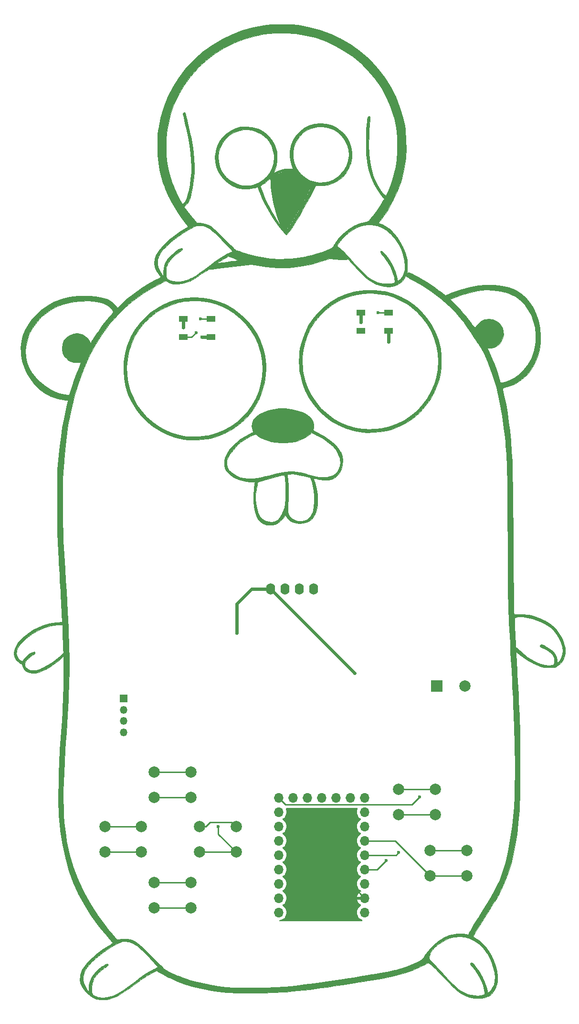
<source format=gbr>
G04 #@! TF.GenerationSoftware,KiCad,Pcbnew,8.0.5-8.0.5-0~ubuntu24.04.1*
G04 #@! TF.CreationDate,2024-09-29T10:35:15+09:00*
G04 #@! TF.ProjectId,gopher_bird_rp2040_sw,676f7068-6572-45f6-9269-72645f727032,rev?*
G04 #@! TF.SameCoordinates,Original*
G04 #@! TF.FileFunction,Copper,L1,Top*
G04 #@! TF.FilePolarity,Positive*
%FSLAX46Y46*%
G04 Gerber Fmt 4.6, Leading zero omitted, Abs format (unit mm)*
G04 Created by KiCad (PCBNEW 8.0.5-8.0.5-0~ubuntu24.04.1) date 2024-09-29 10:35:15*
%MOMM*%
%LPD*%
G01*
G04 APERTURE LIST*
G04 #@! TA.AperFunction,EtchedComponent*
%ADD10C,0.100000*%
G04 #@! TD*
G04 #@! TA.AperFunction,EtchedComponent*
%ADD11C,0.010000*%
G04 #@! TD*
G04 #@! TA.AperFunction,SMDPad,CuDef*
%ADD12R,1.500000X1.000000*%
G04 #@! TD*
G04 #@! TA.AperFunction,ComponentPad*
%ADD13O,1.700000X1.700000*%
G04 #@! TD*
G04 #@! TA.AperFunction,ComponentPad*
%ADD14O,1.600000X2.000000*%
G04 #@! TD*
G04 #@! TA.AperFunction,ComponentPad*
%ADD15C,2.000000*%
G04 #@! TD*
G04 #@! TA.AperFunction,ComponentPad*
%ADD16R,1.350000X1.350000*%
G04 #@! TD*
G04 #@! TA.AperFunction,ComponentPad*
%ADD17O,1.350000X1.350000*%
G04 #@! TD*
G04 #@! TA.AperFunction,ComponentPad*
%ADD18R,2.000000X2.000000*%
G04 #@! TD*
G04 #@! TA.AperFunction,ViaPad*
%ADD19C,0.600000*%
G04 #@! TD*
G04 #@! TA.AperFunction,Conductor*
%ADD20C,0.250000*%
G04 #@! TD*
G04 #@! TA.AperFunction,Conductor*
%ADD21C,0.600000*%
G04 #@! TD*
G04 APERTURE END LIST*
D10*
X113130000Y-44780000D02*
X113570000Y-44990000D01*
X113870000Y-45280000D01*
X114240000Y-45660000D01*
X114850000Y-46150000D01*
X115300000Y-46420000D01*
X115790000Y-46680000D01*
X116340000Y-46930000D01*
X116480000Y-46980000D01*
X116490000Y-47040000D01*
X116480000Y-47160000D01*
X116200000Y-47840000D01*
X115560000Y-49190000D01*
X114980000Y-50310000D01*
X114460000Y-51180000D01*
X113995000Y-51990000D01*
X113285000Y-53200000D01*
X112930000Y-53790000D01*
X112710000Y-54115000D01*
X112490000Y-54405000D01*
X112350000Y-54550000D01*
X112140000Y-54740000D01*
X111960000Y-54800000D01*
X111790000Y-54710000D01*
X111610000Y-54460000D01*
X111220000Y-53610000D01*
X110620000Y-51960000D01*
X110160000Y-50250000D01*
X109920000Y-48890000D01*
X109850000Y-48450000D01*
X109690000Y-46820000D01*
X109640000Y-45830000D01*
X109630000Y-45600000D01*
X110120000Y-45280000D01*
X110580000Y-45060000D01*
X111050000Y-44830000D01*
X111430000Y-44720000D01*
X112010000Y-44650000D01*
X112570000Y-44650000D01*
X113130000Y-44780000D01*
G04 #@! TA.AperFunction,EtchedComponent*
G36*
X113130000Y-44780000D02*
G01*
X113570000Y-44990000D01*
X113870000Y-45280000D01*
X114240000Y-45660000D01*
X114850000Y-46150000D01*
X115300000Y-46420000D01*
X115790000Y-46680000D01*
X116340000Y-46930000D01*
X116480000Y-46980000D01*
X116490000Y-47040000D01*
X116480000Y-47160000D01*
X116200000Y-47840000D01*
X115560000Y-49190000D01*
X114980000Y-50310000D01*
X114460000Y-51180000D01*
X113995000Y-51990000D01*
X113285000Y-53200000D01*
X112930000Y-53790000D01*
X112710000Y-54115000D01*
X112490000Y-54405000D01*
X112350000Y-54550000D01*
X112140000Y-54740000D01*
X111960000Y-54800000D01*
X111790000Y-54710000D01*
X111610000Y-54460000D01*
X111220000Y-53610000D01*
X110620000Y-51960000D01*
X110160000Y-50250000D01*
X109920000Y-48890000D01*
X109850000Y-48450000D01*
X109690000Y-46820000D01*
X109640000Y-45830000D01*
X109630000Y-45600000D01*
X110120000Y-45280000D01*
X110580000Y-45060000D01*
X111050000Y-44830000D01*
X111430000Y-44720000D01*
X112010000Y-44650000D01*
X112570000Y-44650000D01*
X113130000Y-44780000D01*
G37*
G04 #@! TD.AperFunction*
D11*
X97153411Y-67023861D02*
X98596656Y-67271871D01*
X99997058Y-67685916D01*
X101341987Y-68262331D01*
X102618816Y-68997452D01*
X103814913Y-69887614D01*
X104826587Y-70833500D01*
X105823560Y-71997104D01*
X106661916Y-73248403D01*
X107339862Y-74583908D01*
X107855607Y-76000130D01*
X108185322Y-77371487D01*
X108279317Y-78073795D01*
X108330057Y-78889709D01*
X108338238Y-79759597D01*
X108304553Y-80623828D01*
X108229696Y-81422769D01*
X108131202Y-82020306D01*
X107726794Y-83511717D01*
X107168752Y-84915992D01*
X106465461Y-86224506D01*
X105625303Y-87428635D01*
X104656664Y-88519752D01*
X103567926Y-89489233D01*
X102367475Y-90328452D01*
X101063693Y-91028786D01*
X99664965Y-91581608D01*
X98525834Y-91901961D01*
X97842722Y-92027271D01*
X97045418Y-92117442D01*
X96190668Y-92170403D01*
X95335213Y-92184082D01*
X94535799Y-92156406D01*
X93849167Y-92085304D01*
X93785000Y-92075081D01*
X92306842Y-91741802D01*
X90900488Y-91249472D01*
X89576392Y-90607555D01*
X88345009Y-89825517D01*
X87216793Y-88912820D01*
X86202202Y-87878931D01*
X85311688Y-86733311D01*
X84555708Y-85485427D01*
X83944716Y-84144742D01*
X83500694Y-82765417D01*
X83216774Y-81319364D01*
X83104129Y-79846422D01*
X83126267Y-79265799D01*
X83666683Y-79265799D01*
X83710088Y-80668724D01*
X83915624Y-82046864D01*
X84278937Y-83387510D01*
X84795673Y-84677956D01*
X85461478Y-85905492D01*
X86271996Y-87057413D01*
X87222874Y-88121008D01*
X88309757Y-89083572D01*
X89528291Y-89932396D01*
X89691040Y-90030696D01*
X90583258Y-90493185D01*
X91597162Y-90902557D01*
X92676251Y-91239836D01*
X93764021Y-91486046D01*
X94257052Y-91564213D01*
X94883385Y-91616613D01*
X95623660Y-91627394D01*
X96415881Y-91599230D01*
X97198053Y-91534798D01*
X97908178Y-91436773D01*
X98115125Y-91397717D01*
X99524657Y-91021965D01*
X100846609Y-90496130D01*
X102074369Y-89832134D01*
X103201326Y-89041902D01*
X104220872Y-88137358D01*
X105126394Y-87130423D01*
X105911282Y-86033023D01*
X106568926Y-84857081D01*
X107092715Y-83614519D01*
X107476038Y-82317263D01*
X107712285Y-80977234D01*
X107794846Y-79606357D01*
X107717109Y-78216556D01*
X107472464Y-76819753D01*
X107054301Y-75427873D01*
X107020154Y-75335714D01*
X106435598Y-74029487D01*
X105697921Y-72803521D01*
X104821697Y-71671911D01*
X103821497Y-70648756D01*
X102711896Y-69748152D01*
X101507466Y-68984196D01*
X100222782Y-68370986D01*
X99572239Y-68131094D01*
X98950520Y-67936492D01*
X98381512Y-67791739D01*
X97819248Y-67690422D01*
X97217763Y-67626127D01*
X96531091Y-67592439D01*
X95713265Y-67582945D01*
X95644643Y-67583031D01*
X95016775Y-67586431D01*
X94529459Y-67596337D01*
X94141837Y-67616504D01*
X93813051Y-67650688D01*
X93502247Y-67702642D01*
X93168565Y-67776123D01*
X92943720Y-67831269D01*
X91521305Y-68276525D01*
X90182410Y-68874270D01*
X88937892Y-69615183D01*
X87798611Y-70489940D01*
X86775423Y-71489219D01*
X85879185Y-72603700D01*
X85120757Y-73824059D01*
X84552804Y-75035390D01*
X84083687Y-76436424D01*
X83789765Y-77850796D01*
X83666683Y-79265799D01*
X83126267Y-79265799D01*
X83160478Y-78368594D01*
X83383541Y-76907882D01*
X83771039Y-75486287D01*
X84320692Y-74125813D01*
X84416350Y-73929643D01*
X85101851Y-72744497D01*
X85941361Y-71611408D01*
X86909148Y-70557764D01*
X87979478Y-69610952D01*
X89126617Y-68798362D01*
X89385357Y-68641140D01*
X90192697Y-68216398D01*
X91103025Y-67823837D01*
X92037901Y-67494961D01*
X92692909Y-67312686D01*
X94188908Y-67040604D01*
X95679952Y-66945550D01*
X97153411Y-67023861D01*
G04 #@! TA.AperFunction,EtchedComponent*
G36*
X97153411Y-67023861D02*
G01*
X98596656Y-67271871D01*
X99997058Y-67685916D01*
X101341987Y-68262331D01*
X102618816Y-68997452D01*
X103814913Y-69887614D01*
X104826587Y-70833500D01*
X105823560Y-71997104D01*
X106661916Y-73248403D01*
X107339862Y-74583908D01*
X107855607Y-76000130D01*
X108185322Y-77371487D01*
X108279317Y-78073795D01*
X108330057Y-78889709D01*
X108338238Y-79759597D01*
X108304553Y-80623828D01*
X108229696Y-81422769D01*
X108131202Y-82020306D01*
X107726794Y-83511717D01*
X107168752Y-84915992D01*
X106465461Y-86224506D01*
X105625303Y-87428635D01*
X104656664Y-88519752D01*
X103567926Y-89489233D01*
X102367475Y-90328452D01*
X101063693Y-91028786D01*
X99664965Y-91581608D01*
X98525834Y-91901961D01*
X97842722Y-92027271D01*
X97045418Y-92117442D01*
X96190668Y-92170403D01*
X95335213Y-92184082D01*
X94535799Y-92156406D01*
X93849167Y-92085304D01*
X93785000Y-92075081D01*
X92306842Y-91741802D01*
X90900488Y-91249472D01*
X89576392Y-90607555D01*
X88345009Y-89825517D01*
X87216793Y-88912820D01*
X86202202Y-87878931D01*
X85311688Y-86733311D01*
X84555708Y-85485427D01*
X83944716Y-84144742D01*
X83500694Y-82765417D01*
X83216774Y-81319364D01*
X83104129Y-79846422D01*
X83126267Y-79265799D01*
X83666683Y-79265799D01*
X83710088Y-80668724D01*
X83915624Y-82046864D01*
X84278937Y-83387510D01*
X84795673Y-84677956D01*
X85461478Y-85905492D01*
X86271996Y-87057413D01*
X87222874Y-88121008D01*
X88309757Y-89083572D01*
X89528291Y-89932396D01*
X89691040Y-90030696D01*
X90583258Y-90493185D01*
X91597162Y-90902557D01*
X92676251Y-91239836D01*
X93764021Y-91486046D01*
X94257052Y-91564213D01*
X94883385Y-91616613D01*
X95623660Y-91627394D01*
X96415881Y-91599230D01*
X97198053Y-91534798D01*
X97908178Y-91436773D01*
X98115125Y-91397717D01*
X99524657Y-91021965D01*
X100846609Y-90496130D01*
X102074369Y-89832134D01*
X103201326Y-89041902D01*
X104220872Y-88137358D01*
X105126394Y-87130423D01*
X105911282Y-86033023D01*
X106568926Y-84857081D01*
X107092715Y-83614519D01*
X107476038Y-82317263D01*
X107712285Y-80977234D01*
X107794846Y-79606357D01*
X107717109Y-78216556D01*
X107472464Y-76819753D01*
X107054301Y-75427873D01*
X107020154Y-75335714D01*
X106435598Y-74029487D01*
X105697921Y-72803521D01*
X104821697Y-71671911D01*
X103821497Y-70648756D01*
X102711896Y-69748152D01*
X101507466Y-68984196D01*
X100222782Y-68370986D01*
X99572239Y-68131094D01*
X98950520Y-67936492D01*
X98381512Y-67791739D01*
X97819248Y-67690422D01*
X97217763Y-67626127D01*
X96531091Y-67592439D01*
X95713265Y-67582945D01*
X95644643Y-67583031D01*
X95016775Y-67586431D01*
X94529459Y-67596337D01*
X94141837Y-67616504D01*
X93813051Y-67650688D01*
X93502247Y-67702642D01*
X93168565Y-67776123D01*
X92943720Y-67831269D01*
X91521305Y-68276525D01*
X90182410Y-68874270D01*
X88937892Y-69615183D01*
X87798611Y-70489940D01*
X86775423Y-71489219D01*
X85879185Y-72603700D01*
X85120757Y-73824059D01*
X84552804Y-75035390D01*
X84083687Y-76436424D01*
X83789765Y-77850796D01*
X83666683Y-79265799D01*
X83126267Y-79265799D01*
X83160478Y-78368594D01*
X83383541Y-76907882D01*
X83771039Y-75486287D01*
X84320692Y-74125813D01*
X84416350Y-73929643D01*
X85101851Y-72744497D01*
X85941361Y-71611408D01*
X86909148Y-70557764D01*
X87979478Y-69610952D01*
X89126617Y-68798362D01*
X89385357Y-68641140D01*
X90192697Y-68216398D01*
X91103025Y-67823837D01*
X92037901Y-67494961D01*
X92692909Y-67312686D01*
X94188908Y-67040604D01*
X95679952Y-66945550D01*
X97153411Y-67023861D01*
G37*
G04 #@! TD.AperFunction*
X127670732Y-65686169D02*
X128487621Y-65745556D01*
X129204880Y-65842753D01*
X129435714Y-65888576D01*
X130923522Y-66301275D01*
X132306860Y-66860651D01*
X133593854Y-67571121D01*
X134792625Y-68437096D01*
X135792010Y-69342275D01*
X136806896Y-70478810D01*
X137662000Y-71700014D01*
X138359380Y-73009680D01*
X138901097Y-74411603D01*
X139245905Y-75702502D01*
X139325635Y-76101595D01*
X139382213Y-76475371D01*
X139419209Y-76869110D01*
X139440191Y-77328092D01*
X139448729Y-77897597D01*
X139449402Y-78283929D01*
X139423536Y-79340409D01*
X139341065Y-80272112D01*
X139190393Y-81130017D01*
X138959925Y-81965102D01*
X138638063Y-82828347D01*
X138213211Y-83770732D01*
X138190673Y-83817500D01*
X137466035Y-85111959D01*
X136596806Y-86305060D01*
X135595813Y-87385644D01*
X134475884Y-88342548D01*
X133249846Y-89164613D01*
X131930527Y-89840677D01*
X130751071Y-90290346D01*
X129719890Y-90566329D01*
X128599171Y-90763378D01*
X127451839Y-90874859D01*
X126340815Y-90894137D01*
X125535000Y-90840353D01*
X124041749Y-90586063D01*
X122616852Y-90168985D01*
X121269752Y-89597931D01*
X120009893Y-88881711D01*
X118846717Y-88029137D01*
X117789669Y-87049019D01*
X116848191Y-85950168D01*
X116031728Y-84741396D01*
X115349722Y-83431512D01*
X114811617Y-82029328D01*
X114426857Y-80543655D01*
X114410598Y-80461072D01*
X114320801Y-79824081D01*
X114267547Y-79067465D01*
X114255331Y-78468958D01*
X114836218Y-78468958D01*
X114865309Y-79283401D01*
X114931552Y-80020149D01*
X114977247Y-80331693D01*
X115312055Y-81758658D01*
X115814475Y-83118059D01*
X116481421Y-84403805D01*
X117309809Y-85609805D01*
X118132552Y-86561363D01*
X119209999Y-87574934D01*
X120353534Y-88424492D01*
X121576144Y-89117008D01*
X122890818Y-89659455D01*
X124310543Y-90058804D01*
X124854643Y-90169767D01*
X125352141Y-90234698D01*
X125975439Y-90275441D01*
X126670535Y-90292040D01*
X127383426Y-90284544D01*
X128060109Y-90252999D01*
X128646582Y-90197450D01*
X128856867Y-90166318D01*
X130277740Y-89834889D01*
X131630813Y-89342050D01*
X132904698Y-88698372D01*
X134088004Y-87914428D01*
X135169341Y-87000790D01*
X136137319Y-85968030D01*
X136980548Y-84826720D01*
X137687639Y-83587432D01*
X138247201Y-82260738D01*
X138581980Y-81139478D01*
X138842342Y-79713067D01*
X138927920Y-78284848D01*
X138844352Y-76869383D01*
X138597277Y-75481236D01*
X138192331Y-74134971D01*
X137635154Y-72845151D01*
X136931384Y-71626339D01*
X136086658Y-70493099D01*
X135106614Y-69459995D01*
X133996891Y-68541589D01*
X133596537Y-68261718D01*
X132371832Y-67530270D01*
X131130229Y-66968766D01*
X129848390Y-66570233D01*
X128502976Y-66327698D01*
X127070649Y-66234188D01*
X126805000Y-66232637D01*
X125600613Y-66279743D01*
X124503700Y-66423141D01*
X123461055Y-66675712D01*
X122419476Y-67050337D01*
X121328101Y-67558702D01*
X120089575Y-68291575D01*
X118954370Y-69165864D01*
X117933247Y-70166944D01*
X117036963Y-71280193D01*
X116276277Y-72490986D01*
X115661948Y-73784699D01*
X115204735Y-75146709D01*
X114972569Y-76197500D01*
X114889775Y-76862202D01*
X114844349Y-77640623D01*
X114836218Y-78468958D01*
X114255331Y-78468958D01*
X114250847Y-78249309D01*
X114270709Y-77427699D01*
X114327143Y-76660721D01*
X114409887Y-76061429D01*
X114765402Y-74594189D01*
X115280345Y-73202821D01*
X115945266Y-71896886D01*
X116750717Y-70685946D01*
X117687248Y-69579563D01*
X118745411Y-68587299D01*
X119915757Y-67718716D01*
X121188836Y-66983376D01*
X122555199Y-66390839D01*
X124005398Y-65950669D01*
X124512658Y-65838070D01*
X125175175Y-65740543D01*
X125959219Y-65683095D01*
X126809501Y-65665159D01*
X127670732Y-65686169D01*
G04 #@! TA.AperFunction,EtchedComponent*
G36*
X127670732Y-65686169D02*
G01*
X128487621Y-65745556D01*
X129204880Y-65842753D01*
X129435714Y-65888576D01*
X130923522Y-66301275D01*
X132306860Y-66860651D01*
X133593854Y-67571121D01*
X134792625Y-68437096D01*
X135792010Y-69342275D01*
X136806896Y-70478810D01*
X137662000Y-71700014D01*
X138359380Y-73009680D01*
X138901097Y-74411603D01*
X139245905Y-75702502D01*
X139325635Y-76101595D01*
X139382213Y-76475371D01*
X139419209Y-76869110D01*
X139440191Y-77328092D01*
X139448729Y-77897597D01*
X139449402Y-78283929D01*
X139423536Y-79340409D01*
X139341065Y-80272112D01*
X139190393Y-81130017D01*
X138959925Y-81965102D01*
X138638063Y-82828347D01*
X138213211Y-83770732D01*
X138190673Y-83817500D01*
X137466035Y-85111959D01*
X136596806Y-86305060D01*
X135595813Y-87385644D01*
X134475884Y-88342548D01*
X133249846Y-89164613D01*
X131930527Y-89840677D01*
X130751071Y-90290346D01*
X129719890Y-90566329D01*
X128599171Y-90763378D01*
X127451839Y-90874859D01*
X126340815Y-90894137D01*
X125535000Y-90840353D01*
X124041749Y-90586063D01*
X122616852Y-90168985D01*
X121269752Y-89597931D01*
X120009893Y-88881711D01*
X118846717Y-88029137D01*
X117789669Y-87049019D01*
X116848191Y-85950168D01*
X116031728Y-84741396D01*
X115349722Y-83431512D01*
X114811617Y-82029328D01*
X114426857Y-80543655D01*
X114410598Y-80461072D01*
X114320801Y-79824081D01*
X114267547Y-79067465D01*
X114255331Y-78468958D01*
X114836218Y-78468958D01*
X114865309Y-79283401D01*
X114931552Y-80020149D01*
X114977247Y-80331693D01*
X115312055Y-81758658D01*
X115814475Y-83118059D01*
X116481421Y-84403805D01*
X117309809Y-85609805D01*
X118132552Y-86561363D01*
X119209999Y-87574934D01*
X120353534Y-88424492D01*
X121576144Y-89117008D01*
X122890818Y-89659455D01*
X124310543Y-90058804D01*
X124854643Y-90169767D01*
X125352141Y-90234698D01*
X125975439Y-90275441D01*
X126670535Y-90292040D01*
X127383426Y-90284544D01*
X128060109Y-90252999D01*
X128646582Y-90197450D01*
X128856867Y-90166318D01*
X130277740Y-89834889D01*
X131630813Y-89342050D01*
X132904698Y-88698372D01*
X134088004Y-87914428D01*
X135169341Y-87000790D01*
X136137319Y-85968030D01*
X136980548Y-84826720D01*
X137687639Y-83587432D01*
X138247201Y-82260738D01*
X138581980Y-81139478D01*
X138842342Y-79713067D01*
X138927920Y-78284848D01*
X138844352Y-76869383D01*
X138597277Y-75481236D01*
X138192331Y-74134971D01*
X137635154Y-72845151D01*
X136931384Y-71626339D01*
X136086658Y-70493099D01*
X135106614Y-69459995D01*
X133996891Y-68541589D01*
X133596537Y-68261718D01*
X132371832Y-67530270D01*
X131130229Y-66968766D01*
X129848390Y-66570233D01*
X128502976Y-66327698D01*
X127070649Y-66234188D01*
X126805000Y-66232637D01*
X125600613Y-66279743D01*
X124503700Y-66423141D01*
X123461055Y-66675712D01*
X122419476Y-67050337D01*
X121328101Y-67558702D01*
X120089575Y-68291575D01*
X118954370Y-69165864D01*
X117933247Y-70166944D01*
X117036963Y-71280193D01*
X116276277Y-72490986D01*
X115661948Y-73784699D01*
X115204735Y-75146709D01*
X114972569Y-76197500D01*
X114889775Y-76862202D01*
X114844349Y-77640623D01*
X114836218Y-78468958D01*
X114255331Y-78468958D01*
X114250847Y-78249309D01*
X114270709Y-77427699D01*
X114327143Y-76660721D01*
X114409887Y-76061429D01*
X114765402Y-74594189D01*
X115280345Y-73202821D01*
X115945266Y-71896886D01*
X116750717Y-70685946D01*
X117687248Y-69579563D01*
X118745411Y-68587299D01*
X119915757Y-67718716D01*
X121188836Y-66983376D01*
X122555199Y-66390839D01*
X124005398Y-65950669D01*
X124512658Y-65838070D01*
X125175175Y-65740543D01*
X125959219Y-65683095D01*
X126809501Y-65665159D01*
X127670732Y-65686169D01*
G37*
G04 #@! TD.AperFunction*
X112352145Y-86668399D02*
X113318564Y-86826755D01*
X114215570Y-87071399D01*
X115017853Y-87391798D01*
X115700106Y-87777419D01*
X116237020Y-88217730D01*
X116339033Y-88327617D01*
X116691330Y-88846109D01*
X116865473Y-89396764D01*
X116862976Y-89986534D01*
X116780212Y-90352513D01*
X116775025Y-90442489D01*
X116833809Y-90533212D01*
X116981623Y-90643205D01*
X117243526Y-90790987D01*
X117644579Y-90995081D01*
X117659948Y-91002728D01*
X118786012Y-91616157D01*
X119748585Y-92254115D01*
X120543341Y-92912977D01*
X121165951Y-93589118D01*
X121612089Y-94278914D01*
X121641806Y-94338205D01*
X121906710Y-95081316D01*
X122003214Y-95870450D01*
X121929567Y-96679908D01*
X121828737Y-97083092D01*
X121545020Y-97805750D01*
X121174663Y-98381579D01*
X120710398Y-98814119D01*
X120144962Y-99106911D01*
X119471089Y-99263496D01*
X118681515Y-99287415D01*
X117768974Y-99182210D01*
X117589120Y-99149455D01*
X117256805Y-99088917D01*
X117002832Y-99048403D01*
X116871283Y-99034770D01*
X116862585Y-99036462D01*
X116876143Y-99127133D01*
X116931086Y-99350403D01*
X117016971Y-99665001D01*
X117057082Y-99805206D01*
X117318947Y-100876186D01*
X117477401Y-101908259D01*
X117534524Y-102885160D01*
X117492395Y-103790625D01*
X117353094Y-104608390D01*
X117118701Y-105322189D01*
X116791296Y-105915759D01*
X116372959Y-106372836D01*
X116200930Y-106500551D01*
X115635455Y-106787108D01*
X115016260Y-106951409D01*
X114375080Y-106998716D01*
X113743649Y-106934293D01*
X113153699Y-106763401D01*
X112636963Y-106491303D01*
X112225176Y-106123261D01*
X112013699Y-105806164D01*
X111829073Y-105444267D01*
X111471614Y-105979566D01*
X111026174Y-106523105D01*
X110513413Y-106908904D01*
X109971906Y-107137294D01*
X109488319Y-107234289D01*
X108958352Y-107262797D01*
X108450428Y-107224188D01*
X108032971Y-107119831D01*
X107979772Y-107097409D01*
X107479535Y-106772472D01*
X107053882Y-106293705D01*
X106705750Y-105673958D01*
X106438073Y-104926083D01*
X106253787Y-104062930D01*
X106155826Y-103097350D01*
X106152653Y-102712358D01*
X106516389Y-102712358D01*
X106583918Y-103490634D01*
X106725705Y-104256872D01*
X106931826Y-104963281D01*
X107192359Y-105562071D01*
X107324997Y-105784116D01*
X107705455Y-106198665D01*
X108197226Y-106504178D01*
X108758235Y-106688520D01*
X109346410Y-106739555D01*
X109919678Y-106645144D01*
X110092568Y-106582456D01*
X110426162Y-106407369D01*
X110698297Y-106170344D01*
X110946072Y-105831565D01*
X111168167Y-105428072D01*
X111437658Y-104820149D01*
X111635582Y-104188703D01*
X111769354Y-103495402D01*
X111846389Y-102701916D01*
X111874049Y-101778929D01*
X111870999Y-101099092D01*
X111855105Y-100441626D01*
X111828164Y-99834184D01*
X111791973Y-99304419D01*
X111748327Y-98879983D01*
X111699024Y-98588530D01*
X111659345Y-98473732D01*
X111594357Y-98437799D01*
X111450258Y-98439113D01*
X111204721Y-98481767D01*
X110835421Y-98569855D01*
X110320030Y-98707470D01*
X110192481Y-98742675D01*
X109623245Y-98898495D01*
X109027585Y-99058262D01*
X108466517Y-99205811D01*
X108001058Y-99324980D01*
X107891071Y-99352316D01*
X107506189Y-99454775D01*
X107189423Y-99553624D01*
X106981225Y-99635397D01*
X106921973Y-99674897D01*
X106872030Y-99822847D01*
X106807773Y-100109213D01*
X106736277Y-100492243D01*
X106664617Y-100930191D01*
X106599870Y-101381305D01*
X106549110Y-101803838D01*
X106533039Y-101969833D01*
X106516389Y-102712358D01*
X106152653Y-102712358D01*
X106147127Y-102042194D01*
X106230623Y-100910313D01*
X106358685Y-99999923D01*
X106413934Y-99672346D01*
X105519645Y-99622527D01*
X104466961Y-99498774D01*
X103539215Y-99249576D01*
X102726727Y-98871115D01*
X102019815Y-98359574D01*
X101805164Y-98158027D01*
X101380720Y-97669081D01*
X101111901Y-97187530D01*
X100980839Y-96667708D01*
X100976819Y-96450500D01*
X101406402Y-96450500D01*
X101496147Y-96984098D01*
X101583312Y-97191750D01*
X101853586Y-97571427D01*
X102261388Y-97956301D01*
X102765655Y-98319612D01*
X103325322Y-98634603D01*
X103899327Y-98874514D01*
X104353214Y-98996696D01*
X105163036Y-99083050D01*
X106072577Y-99060466D01*
X106870495Y-98959562D01*
X107235020Y-98889497D01*
X107728172Y-98783590D01*
X108303201Y-98652467D01*
X108913357Y-98506751D01*
X109433214Y-98377184D01*
X109721156Y-98306680D01*
X112151675Y-98306680D01*
X112272467Y-99453161D01*
X112319360Y-100084698D01*
X112344643Y-100854917D01*
X112348552Y-101722393D01*
X112331327Y-102645700D01*
X112293204Y-103583413D01*
X112244292Y-104364286D01*
X112248378Y-104930395D01*
X112337533Y-105322757D01*
X112599222Y-105779859D01*
X112995285Y-106151851D01*
X113493421Y-106425284D01*
X114061327Y-106586710D01*
X114666703Y-106622682D01*
X115238928Y-106530679D01*
X115620218Y-106346926D01*
X116001334Y-106027030D01*
X116343316Y-105612079D01*
X116607205Y-105143164D01*
X116647911Y-105044643D01*
X116732765Y-104801138D01*
X116794188Y-104552369D01*
X116837211Y-104258873D01*
X116866868Y-103881185D01*
X116888193Y-103379842D01*
X116896659Y-103094286D01*
X116895965Y-102053076D01*
X116829338Y-101137422D01*
X116691271Y-100301809D01*
X116476256Y-99500723D01*
X116453248Y-99429694D01*
X116260080Y-98841265D01*
X115285684Y-98608278D01*
X114408851Y-98419019D01*
X113646427Y-98296628D01*
X113016021Y-98243375D01*
X112566758Y-98257519D01*
X112151675Y-98306680D01*
X109721156Y-98306680D01*
X110390283Y-98142841D01*
X111210983Y-97967979D01*
X111930271Y-97852389D01*
X112583105Y-97795857D01*
X113204442Y-97798173D01*
X113829240Y-97859126D01*
X114492457Y-97978505D01*
X115229052Y-98156098D01*
X115888488Y-98338179D01*
X116898150Y-98599204D01*
X117774663Y-98761997D01*
X118537498Y-98826425D01*
X119206126Y-98792353D01*
X119800018Y-98659648D01*
X120338645Y-98428176D01*
X120545714Y-98306166D01*
X120959983Y-97939395D01*
X121270298Y-97449404D01*
X121466399Y-96868336D01*
X121538030Y-96228333D01*
X121474929Y-95561538D01*
X121453430Y-95462139D01*
X121195655Y-94700633D01*
X120784317Y-93983281D01*
X120214028Y-93304641D01*
X119479403Y-92659273D01*
X118575056Y-92041734D01*
X117495601Y-91446584D01*
X117461832Y-91429705D01*
X116457126Y-90928826D01*
X116032515Y-91302583D01*
X115490223Y-91694729D01*
X114810666Y-92049069D01*
X114037180Y-92345108D01*
X113511688Y-92494804D01*
X112748213Y-92631335D01*
X111880622Y-92699693D01*
X110972705Y-92700431D01*
X110088255Y-92634101D01*
X109291062Y-92501259D01*
X109108642Y-92456604D01*
X108375759Y-92228329D01*
X107713356Y-91954771D01*
X107162715Y-91654627D01*
X106870958Y-91443018D01*
X106668146Y-91293984D01*
X106510148Y-91214681D01*
X106485271Y-91210714D01*
X106316922Y-91254084D01*
X106032429Y-91370851D01*
X105671180Y-91540998D01*
X105272565Y-91744510D01*
X104875973Y-91961370D01*
X104520792Y-92171564D01*
X104276695Y-92333023D01*
X103872691Y-92655373D01*
X103413568Y-93073584D01*
X102944623Y-93541618D01*
X102511152Y-94013433D01*
X102158453Y-94442990D01*
X102042412Y-94603966D01*
X101683447Y-95238384D01*
X101470139Y-95861245D01*
X101406402Y-96450500D01*
X100976819Y-96450500D01*
X100969663Y-96063952D01*
X100972047Y-96029116D01*
X101103621Y-95376549D01*
X101397189Y-94698496D01*
X101838196Y-94011271D01*
X102412090Y-93331187D01*
X103104317Y-92674559D01*
X103900323Y-92057702D01*
X104785554Y-91496929D01*
X105229314Y-91256858D01*
X105581929Y-91075075D01*
X105869619Y-90924831D01*
X106057154Y-90824643D01*
X106110820Y-90793546D01*
X106101112Y-90700273D01*
X106036785Y-90499020D01*
X105997427Y-90396214D01*
X105858833Y-89832426D01*
X105900564Y-89283729D01*
X106122817Y-88749452D01*
X106525787Y-88228925D01*
X106675025Y-88081808D01*
X107270599Y-87632926D01*
X108005609Y-87256282D01*
X108850017Y-86959358D01*
X109773783Y-86749630D01*
X110746866Y-86634579D01*
X111739227Y-86621683D01*
X112352145Y-86668399D01*
G04 #@! TA.AperFunction,EtchedComponent*
G36*
X112352145Y-86668399D02*
G01*
X113318564Y-86826755D01*
X114215570Y-87071399D01*
X115017853Y-87391798D01*
X115700106Y-87777419D01*
X116237020Y-88217730D01*
X116339033Y-88327617D01*
X116691330Y-88846109D01*
X116865473Y-89396764D01*
X116862976Y-89986534D01*
X116780212Y-90352513D01*
X116775025Y-90442489D01*
X116833809Y-90533212D01*
X116981623Y-90643205D01*
X117243526Y-90790987D01*
X117644579Y-90995081D01*
X117659948Y-91002728D01*
X118786012Y-91616157D01*
X119748585Y-92254115D01*
X120543341Y-92912977D01*
X121165951Y-93589118D01*
X121612089Y-94278914D01*
X121641806Y-94338205D01*
X121906710Y-95081316D01*
X122003214Y-95870450D01*
X121929567Y-96679908D01*
X121828737Y-97083092D01*
X121545020Y-97805750D01*
X121174663Y-98381579D01*
X120710398Y-98814119D01*
X120144962Y-99106911D01*
X119471089Y-99263496D01*
X118681515Y-99287415D01*
X117768974Y-99182210D01*
X117589120Y-99149455D01*
X117256805Y-99088917D01*
X117002832Y-99048403D01*
X116871283Y-99034770D01*
X116862585Y-99036462D01*
X116876143Y-99127133D01*
X116931086Y-99350403D01*
X117016971Y-99665001D01*
X117057082Y-99805206D01*
X117318947Y-100876186D01*
X117477401Y-101908259D01*
X117534524Y-102885160D01*
X117492395Y-103790625D01*
X117353094Y-104608390D01*
X117118701Y-105322189D01*
X116791296Y-105915759D01*
X116372959Y-106372836D01*
X116200930Y-106500551D01*
X115635455Y-106787108D01*
X115016260Y-106951409D01*
X114375080Y-106998716D01*
X113743649Y-106934293D01*
X113153699Y-106763401D01*
X112636963Y-106491303D01*
X112225176Y-106123261D01*
X112013699Y-105806164D01*
X111829073Y-105444267D01*
X111471614Y-105979566D01*
X111026174Y-106523105D01*
X110513413Y-106908904D01*
X109971906Y-107137294D01*
X109488319Y-107234289D01*
X108958352Y-107262797D01*
X108450428Y-107224188D01*
X108032971Y-107119831D01*
X107979772Y-107097409D01*
X107479535Y-106772472D01*
X107053882Y-106293705D01*
X106705750Y-105673958D01*
X106438073Y-104926083D01*
X106253787Y-104062930D01*
X106155826Y-103097350D01*
X106152653Y-102712358D01*
X106516389Y-102712358D01*
X106583918Y-103490634D01*
X106725705Y-104256872D01*
X106931826Y-104963281D01*
X107192359Y-105562071D01*
X107324997Y-105784116D01*
X107705455Y-106198665D01*
X108197226Y-106504178D01*
X108758235Y-106688520D01*
X109346410Y-106739555D01*
X109919678Y-106645144D01*
X110092568Y-106582456D01*
X110426162Y-106407369D01*
X110698297Y-106170344D01*
X110946072Y-105831565D01*
X111168167Y-105428072D01*
X111437658Y-104820149D01*
X111635582Y-104188703D01*
X111769354Y-103495402D01*
X111846389Y-102701916D01*
X111874049Y-101778929D01*
X111870999Y-101099092D01*
X111855105Y-100441626D01*
X111828164Y-99834184D01*
X111791973Y-99304419D01*
X111748327Y-98879983D01*
X111699024Y-98588530D01*
X111659345Y-98473732D01*
X111594357Y-98437799D01*
X111450258Y-98439113D01*
X111204721Y-98481767D01*
X110835421Y-98569855D01*
X110320030Y-98707470D01*
X110192481Y-98742675D01*
X109623245Y-98898495D01*
X109027585Y-99058262D01*
X108466517Y-99205811D01*
X108001058Y-99324980D01*
X107891071Y-99352316D01*
X107506189Y-99454775D01*
X107189423Y-99553624D01*
X106981225Y-99635397D01*
X106921973Y-99674897D01*
X106872030Y-99822847D01*
X106807773Y-100109213D01*
X106736277Y-100492243D01*
X106664617Y-100930191D01*
X106599870Y-101381305D01*
X106549110Y-101803838D01*
X106533039Y-101969833D01*
X106516389Y-102712358D01*
X106152653Y-102712358D01*
X106147127Y-102042194D01*
X106230623Y-100910313D01*
X106358685Y-99999923D01*
X106413934Y-99672346D01*
X105519645Y-99622527D01*
X104466961Y-99498774D01*
X103539215Y-99249576D01*
X102726727Y-98871115D01*
X102019815Y-98359574D01*
X101805164Y-98158027D01*
X101380720Y-97669081D01*
X101111901Y-97187530D01*
X100980839Y-96667708D01*
X100976819Y-96450500D01*
X101406402Y-96450500D01*
X101496147Y-96984098D01*
X101583312Y-97191750D01*
X101853586Y-97571427D01*
X102261388Y-97956301D01*
X102765655Y-98319612D01*
X103325322Y-98634603D01*
X103899327Y-98874514D01*
X104353214Y-98996696D01*
X105163036Y-99083050D01*
X106072577Y-99060466D01*
X106870495Y-98959562D01*
X107235020Y-98889497D01*
X107728172Y-98783590D01*
X108303201Y-98652467D01*
X108913357Y-98506751D01*
X109433214Y-98377184D01*
X109721156Y-98306680D01*
X112151675Y-98306680D01*
X112272467Y-99453161D01*
X112319360Y-100084698D01*
X112344643Y-100854917D01*
X112348552Y-101722393D01*
X112331327Y-102645700D01*
X112293204Y-103583413D01*
X112244292Y-104364286D01*
X112248378Y-104930395D01*
X112337533Y-105322757D01*
X112599222Y-105779859D01*
X112995285Y-106151851D01*
X113493421Y-106425284D01*
X114061327Y-106586710D01*
X114666703Y-106622682D01*
X115238928Y-106530679D01*
X115620218Y-106346926D01*
X116001334Y-106027030D01*
X116343316Y-105612079D01*
X116607205Y-105143164D01*
X116647911Y-105044643D01*
X116732765Y-104801138D01*
X116794188Y-104552369D01*
X116837211Y-104258873D01*
X116866868Y-103881185D01*
X116888193Y-103379842D01*
X116896659Y-103094286D01*
X116895965Y-102053076D01*
X116829338Y-101137422D01*
X116691271Y-100301809D01*
X116476256Y-99500723D01*
X116453248Y-99429694D01*
X116260080Y-98841265D01*
X115285684Y-98608278D01*
X114408851Y-98419019D01*
X113646427Y-98296628D01*
X113016021Y-98243375D01*
X112566758Y-98257519D01*
X112151675Y-98306680D01*
X109721156Y-98306680D01*
X110390283Y-98142841D01*
X111210983Y-97967979D01*
X111930271Y-97852389D01*
X112583105Y-97795857D01*
X113204442Y-97798173D01*
X113829240Y-97859126D01*
X114492457Y-97978505D01*
X115229052Y-98156098D01*
X115888488Y-98338179D01*
X116898150Y-98599204D01*
X117774663Y-98761997D01*
X118537498Y-98826425D01*
X119206126Y-98792353D01*
X119800018Y-98659648D01*
X120338645Y-98428176D01*
X120545714Y-98306166D01*
X120959983Y-97939395D01*
X121270298Y-97449404D01*
X121466399Y-96868336D01*
X121538030Y-96228333D01*
X121474929Y-95561538D01*
X121453430Y-95462139D01*
X121195655Y-94700633D01*
X120784317Y-93983281D01*
X120214028Y-93304641D01*
X119479403Y-92659273D01*
X118575056Y-92041734D01*
X117495601Y-91446584D01*
X117461832Y-91429705D01*
X116457126Y-90928826D01*
X116032515Y-91302583D01*
X115490223Y-91694729D01*
X114810666Y-92049069D01*
X114037180Y-92345108D01*
X113511688Y-92494804D01*
X112748213Y-92631335D01*
X111880622Y-92699693D01*
X110972705Y-92700431D01*
X110088255Y-92634101D01*
X109291062Y-92501259D01*
X109108642Y-92456604D01*
X108375759Y-92228329D01*
X107713356Y-91954771D01*
X107162715Y-91654627D01*
X106870958Y-91443018D01*
X106668146Y-91293984D01*
X106510148Y-91214681D01*
X106485271Y-91210714D01*
X106316922Y-91254084D01*
X106032429Y-91370851D01*
X105671180Y-91540998D01*
X105272565Y-91744510D01*
X104875973Y-91961370D01*
X104520792Y-92171564D01*
X104276695Y-92333023D01*
X103872691Y-92655373D01*
X103413568Y-93073584D01*
X102944623Y-93541618D01*
X102511152Y-94013433D01*
X102158453Y-94442990D01*
X102042412Y-94603966D01*
X101683447Y-95238384D01*
X101470139Y-95861245D01*
X101406402Y-96450500D01*
X100976819Y-96450500D01*
X100969663Y-96063952D01*
X100972047Y-96029116D01*
X101103621Y-95376549D01*
X101397189Y-94698496D01*
X101838196Y-94011271D01*
X102412090Y-93331187D01*
X103104317Y-92674559D01*
X103900323Y-92057702D01*
X104785554Y-91496929D01*
X105229314Y-91256858D01*
X105581929Y-91075075D01*
X105869619Y-90924831D01*
X106057154Y-90824643D01*
X106110820Y-90793546D01*
X106101112Y-90700273D01*
X106036785Y-90499020D01*
X105997427Y-90396214D01*
X105858833Y-89832426D01*
X105900564Y-89283729D01*
X106122817Y-88749452D01*
X106525787Y-88228925D01*
X106675025Y-88081808D01*
X107270599Y-87632926D01*
X108005609Y-87256282D01*
X108850017Y-86959358D01*
X109773783Y-86749630D01*
X110746866Y-86634579D01*
X111739227Y-86621683D01*
X112352145Y-86668399D01*
G37*
G04 #@! TD.AperFunction*
X119098821Y-36228818D02*
X120026066Y-36475244D01*
X120883203Y-36888520D01*
X121675270Y-37470748D01*
X121996034Y-37772491D01*
X122571464Y-38424025D01*
X122999942Y-39086404D01*
X123311328Y-39811160D01*
X123450799Y-40283352D01*
X123613228Y-41271998D01*
X123597658Y-42252988D01*
X123407353Y-43210884D01*
X123045577Y-44130249D01*
X122515591Y-44995645D01*
X122430989Y-45107944D01*
X121808542Y-45771924D01*
X121063950Y-46326654D01*
X120229950Y-46757370D01*
X119339283Y-47049304D01*
X118424685Y-47187690D01*
X117820221Y-47187508D01*
X117135800Y-47143279D01*
X116214832Y-48970390D01*
X115732357Y-49909651D01*
X115243656Y-50827529D01*
X114757335Y-51710113D01*
X114282000Y-52543490D01*
X113826258Y-53313748D01*
X113398713Y-54006975D01*
X113007974Y-54609259D01*
X112662646Y-55106687D01*
X112371335Y-55485347D01*
X112142647Y-55731327D01*
X111985189Y-55830715D01*
X111970086Y-55832143D01*
X111867002Y-55765661D01*
X111678204Y-55584686D01*
X111430649Y-55316928D01*
X111153720Y-54993036D01*
X110356284Y-53959186D01*
X109578198Y-52822419D01*
X108845490Y-51627119D01*
X108184182Y-50417667D01*
X107620301Y-49238449D01*
X107257407Y-48348214D01*
X107117756Y-47975370D01*
X107002126Y-47672352D01*
X106924425Y-47475250D01*
X106899071Y-47418231D01*
X106808479Y-47429827D01*
X106599486Y-47484332D01*
X106431921Y-47534471D01*
X106123331Y-47607707D01*
X105713298Y-47674703D01*
X105281694Y-47722804D01*
X105207365Y-47728515D01*
X104244001Y-47711465D01*
X103329105Y-47531672D01*
X102668592Y-47278291D01*
X107392305Y-47278291D01*
X107426909Y-47428694D01*
X107521687Y-47710215D01*
X107662760Y-48088348D01*
X107836246Y-48528583D01*
X108028267Y-48996412D01*
X108224944Y-49457328D01*
X108412396Y-49876821D01*
X108571254Y-50209461D01*
X108785480Y-50623513D01*
X109039253Y-51093041D01*
X109318512Y-51594249D01*
X109609192Y-52103343D01*
X109897232Y-52596529D01*
X110168568Y-53050011D01*
X110409137Y-53439996D01*
X110604877Y-53742687D01*
X110741725Y-53934292D01*
X110805618Y-53991014D01*
X110805983Y-53990683D01*
X110795106Y-53893314D01*
X110725776Y-53685884D01*
X110663341Y-53531724D01*
X110385619Y-52802617D01*
X110116979Y-51946750D01*
X109866558Y-51007140D01*
X109643494Y-50026803D01*
X109456924Y-49048757D01*
X109315984Y-48116017D01*
X109229812Y-47271600D01*
X109206428Y-46672773D01*
X109198724Y-46271709D01*
X109163386Y-46038043D01*
X109082074Y-45957986D01*
X108936448Y-46017744D01*
X108708168Y-46203528D01*
X108650685Y-46254860D01*
X108338147Y-46517844D01*
X108002544Y-46773151D01*
X107798675Y-46912301D01*
X107569894Y-47075938D01*
X107422489Y-47218041D01*
X107392305Y-47278291D01*
X102668592Y-47278291D01*
X102475876Y-47204363D01*
X101697512Y-46744761D01*
X101007212Y-46168092D01*
X100418174Y-45489582D01*
X99943597Y-44724454D01*
X99596679Y-43887935D01*
X99390618Y-42995249D01*
X99339862Y-42084020D01*
X99918399Y-42084020D01*
X99967271Y-42935188D01*
X100164272Y-43772802D01*
X100512525Y-44576312D01*
X101015155Y-45325171D01*
X101364682Y-45712460D01*
X102088623Y-46310132D01*
X102916126Y-46766900D01*
X103823057Y-47070741D01*
X104262500Y-47156183D01*
X104618249Y-47177983D01*
X105076791Y-47162636D01*
X105564750Y-47116357D01*
X106008749Y-47045363D01*
X106239762Y-46988683D01*
X107087456Y-46643093D01*
X107850311Y-46153561D01*
X108448180Y-45600540D01*
X109633330Y-45600540D01*
X109689386Y-46702235D01*
X109858886Y-48529397D01*
X110176028Y-50310764D01*
X110634904Y-52021250D01*
X111229606Y-53635767D01*
X111428215Y-54085893D01*
X111636737Y-54501421D01*
X111816510Y-54750662D01*
X111989094Y-54841641D01*
X112176053Y-54782384D01*
X112398948Y-54580917D01*
X112487752Y-54480274D01*
X112708039Y-54188883D01*
X112996110Y-53756476D01*
X113339402Y-53204703D01*
X113725351Y-52555217D01*
X114141396Y-51829669D01*
X114574972Y-51049709D01*
X115013518Y-50236989D01*
X115444470Y-49413161D01*
X115568387Y-49171030D01*
X115897554Y-48521562D01*
X116150060Y-48014913D01*
X116333437Y-47633193D01*
X116455220Y-47358511D01*
X116522941Y-47172978D01*
X116544134Y-47058702D01*
X116526331Y-46997793D01*
X116492420Y-46976538D01*
X115960407Y-46759534D01*
X115403523Y-46466899D01*
X114866979Y-46128138D01*
X114395989Y-45772756D01*
X114035764Y-45430258D01*
X113936610Y-45308653D01*
X113599548Y-44995090D01*
X113140640Y-44774327D01*
X112597120Y-44651932D01*
X112006225Y-44633473D01*
X111405188Y-44724517D01*
X110975357Y-44865842D01*
X110606646Y-45034113D01*
X110235980Y-45226577D01*
X110032200Y-45346424D01*
X109633330Y-45600540D01*
X108448180Y-45600540D01*
X108512540Y-45541008D01*
X109058359Y-44826357D01*
X109471983Y-44030528D01*
X109737625Y-43174445D01*
X109839501Y-42279029D01*
X109840087Y-42216832D01*
X109797409Y-41698278D01*
X109679908Y-41100490D01*
X109506985Y-40499278D01*
X109298038Y-39970452D01*
X109231089Y-39836990D01*
X108924676Y-39376370D01*
X108501928Y-38891199D01*
X108012854Y-38429352D01*
X107507465Y-38038704D01*
X107100665Y-37797538D01*
X106191658Y-37446021D01*
X105276009Y-37274486D01*
X104361675Y-37282852D01*
X103456614Y-37471041D01*
X102568786Y-37838971D01*
X102560947Y-37843072D01*
X101786643Y-38344052D01*
X101141726Y-38954768D01*
X100629319Y-39654671D01*
X100252547Y-40423213D01*
X100014532Y-41239845D01*
X99918399Y-42084020D01*
X99339862Y-42084020D01*
X99338614Y-42061622D01*
X99453865Y-41102278D01*
X99455680Y-41093674D01*
X99742948Y-40149751D01*
X100175564Y-39297097D01*
X100736337Y-38546384D01*
X101408074Y-37908281D01*
X102173580Y-37393458D01*
X103015664Y-37012586D01*
X103917133Y-36776334D01*
X104860793Y-36695373D01*
X105829452Y-36780372D01*
X106257200Y-36872598D01*
X107170034Y-37197419D01*
X108005312Y-37677743D01*
X108747111Y-38298434D01*
X109379505Y-39044356D01*
X109886568Y-39900371D01*
X110170500Y-40592143D01*
X110250907Y-40880701D01*
X110302525Y-41210445D01*
X110330006Y-41626742D01*
X110338001Y-42174956D01*
X110337940Y-42225000D01*
X110322644Y-42847359D01*
X110270047Y-43358780D01*
X110165673Y-43828309D01*
X109995048Y-44324996D01*
X109800104Y-44790610D01*
X109796025Y-44856639D01*
X109886745Y-44850098D01*
X110094551Y-44764770D01*
X110365382Y-44632940D01*
X111069569Y-44333883D01*
X111730421Y-44175731D01*
X112402627Y-44146720D01*
X112574042Y-44157860D01*
X113182413Y-44208864D01*
X113010640Y-43820543D01*
X112732580Y-42983839D01*
X112595367Y-42078732D01*
X112599705Y-41336501D01*
X113159837Y-41336501D01*
X113175825Y-42237583D01*
X113358164Y-43116222D01*
X113703455Y-43951936D01*
X114208298Y-44724244D01*
X114566629Y-45128727D01*
X115297342Y-45748490D01*
X116102074Y-46206200D01*
X116965744Y-46497846D01*
X117873270Y-46619419D01*
X118809573Y-46566909D01*
X119457143Y-46429127D01*
X120281791Y-46110274D01*
X121032940Y-45642450D01*
X121693231Y-45048390D01*
X122245307Y-44350829D01*
X122671809Y-43572501D01*
X122955381Y-42736140D01*
X123078663Y-41864481D01*
X123082564Y-41680714D01*
X122994797Y-40778592D01*
X122741624Y-39914811D01*
X122338233Y-39110349D01*
X121799812Y-38386186D01*
X121141553Y-37763301D01*
X120378642Y-37262673D01*
X119655847Y-36947769D01*
X119010623Y-36793722D01*
X118277478Y-36728425D01*
X117526705Y-36751826D01*
X116828593Y-36863873D01*
X116530135Y-36950057D01*
X115672727Y-37337902D01*
X114913643Y-37873887D01*
X114266647Y-38545631D01*
X113745501Y-39340757D01*
X113640511Y-39548929D01*
X113313599Y-40433456D01*
X113159837Y-41336501D01*
X112599705Y-41336501D01*
X112600776Y-41153335D01*
X112750587Y-40255761D01*
X112864931Y-39875628D01*
X113272130Y-38968436D01*
X113817826Y-38166043D01*
X114485126Y-37480490D01*
X115257135Y-36923818D01*
X116116958Y-36508069D01*
X117047699Y-36245283D01*
X118032465Y-36147501D01*
X118096428Y-36147143D01*
X119098821Y-36228818D01*
G04 #@! TA.AperFunction,EtchedComponent*
G36*
X119098821Y-36228818D02*
G01*
X120026066Y-36475244D01*
X120883203Y-36888520D01*
X121675270Y-37470748D01*
X121996034Y-37772491D01*
X122571464Y-38424025D01*
X122999942Y-39086404D01*
X123311328Y-39811160D01*
X123450799Y-40283352D01*
X123613228Y-41271998D01*
X123597658Y-42252988D01*
X123407353Y-43210884D01*
X123045577Y-44130249D01*
X122515591Y-44995645D01*
X122430989Y-45107944D01*
X121808542Y-45771924D01*
X121063950Y-46326654D01*
X120229950Y-46757370D01*
X119339283Y-47049304D01*
X118424685Y-47187690D01*
X117820221Y-47187508D01*
X117135800Y-47143279D01*
X116214832Y-48970390D01*
X115732357Y-49909651D01*
X115243656Y-50827529D01*
X114757335Y-51710113D01*
X114282000Y-52543490D01*
X113826258Y-53313748D01*
X113398713Y-54006975D01*
X113007974Y-54609259D01*
X112662646Y-55106687D01*
X112371335Y-55485347D01*
X112142647Y-55731327D01*
X111985189Y-55830715D01*
X111970086Y-55832143D01*
X111867002Y-55765661D01*
X111678204Y-55584686D01*
X111430649Y-55316928D01*
X111153720Y-54993036D01*
X110356284Y-53959186D01*
X109578198Y-52822419D01*
X108845490Y-51627119D01*
X108184182Y-50417667D01*
X107620301Y-49238449D01*
X107257407Y-48348214D01*
X107117756Y-47975370D01*
X107002126Y-47672352D01*
X106924425Y-47475250D01*
X106899071Y-47418231D01*
X106808479Y-47429827D01*
X106599486Y-47484332D01*
X106431921Y-47534471D01*
X106123331Y-47607707D01*
X105713298Y-47674703D01*
X105281694Y-47722804D01*
X105207365Y-47728515D01*
X104244001Y-47711465D01*
X103329105Y-47531672D01*
X102668592Y-47278291D01*
X107392305Y-47278291D01*
X107426909Y-47428694D01*
X107521687Y-47710215D01*
X107662760Y-48088348D01*
X107836246Y-48528583D01*
X108028267Y-48996412D01*
X108224944Y-49457328D01*
X108412396Y-49876821D01*
X108571254Y-50209461D01*
X108785480Y-50623513D01*
X109039253Y-51093041D01*
X109318512Y-51594249D01*
X109609192Y-52103343D01*
X109897232Y-52596529D01*
X110168568Y-53050011D01*
X110409137Y-53439996D01*
X110604877Y-53742687D01*
X110741725Y-53934292D01*
X110805618Y-53991014D01*
X110805983Y-53990683D01*
X110795106Y-53893314D01*
X110725776Y-53685884D01*
X110663341Y-53531724D01*
X110385619Y-52802617D01*
X110116979Y-51946750D01*
X109866558Y-51007140D01*
X109643494Y-50026803D01*
X109456924Y-49048757D01*
X109315984Y-48116017D01*
X109229812Y-47271600D01*
X109206428Y-46672773D01*
X109198724Y-46271709D01*
X109163386Y-46038043D01*
X109082074Y-45957986D01*
X108936448Y-46017744D01*
X108708168Y-46203528D01*
X108650685Y-46254860D01*
X108338147Y-46517844D01*
X108002544Y-46773151D01*
X107798675Y-46912301D01*
X107569894Y-47075938D01*
X107422489Y-47218041D01*
X107392305Y-47278291D01*
X102668592Y-47278291D01*
X102475876Y-47204363D01*
X101697512Y-46744761D01*
X101007212Y-46168092D01*
X100418174Y-45489582D01*
X99943597Y-44724454D01*
X99596679Y-43887935D01*
X99390618Y-42995249D01*
X99339862Y-42084020D01*
X99918399Y-42084020D01*
X99967271Y-42935188D01*
X100164272Y-43772802D01*
X100512525Y-44576312D01*
X101015155Y-45325171D01*
X101364682Y-45712460D01*
X102088623Y-46310132D01*
X102916126Y-46766900D01*
X103823057Y-47070741D01*
X104262500Y-47156183D01*
X104618249Y-47177983D01*
X105076791Y-47162636D01*
X105564750Y-47116357D01*
X106008749Y-47045363D01*
X106239762Y-46988683D01*
X107087456Y-46643093D01*
X107850311Y-46153561D01*
X108448180Y-45600540D01*
X109633330Y-45600540D01*
X109689386Y-46702235D01*
X109858886Y-48529397D01*
X110176028Y-50310764D01*
X110634904Y-52021250D01*
X111229606Y-53635767D01*
X111428215Y-54085893D01*
X111636737Y-54501421D01*
X111816510Y-54750662D01*
X111989094Y-54841641D01*
X112176053Y-54782384D01*
X112398948Y-54580917D01*
X112487752Y-54480274D01*
X112708039Y-54188883D01*
X112996110Y-53756476D01*
X113339402Y-53204703D01*
X113725351Y-52555217D01*
X114141396Y-51829669D01*
X114574972Y-51049709D01*
X115013518Y-50236989D01*
X115444470Y-49413161D01*
X115568387Y-49171030D01*
X115897554Y-48521562D01*
X116150060Y-48014913D01*
X116333437Y-47633193D01*
X116455220Y-47358511D01*
X116522941Y-47172978D01*
X116544134Y-47058702D01*
X116526331Y-46997793D01*
X116492420Y-46976538D01*
X115960407Y-46759534D01*
X115403523Y-46466899D01*
X114866979Y-46128138D01*
X114395989Y-45772756D01*
X114035764Y-45430258D01*
X113936610Y-45308653D01*
X113599548Y-44995090D01*
X113140640Y-44774327D01*
X112597120Y-44651932D01*
X112006225Y-44633473D01*
X111405188Y-44724517D01*
X110975357Y-44865842D01*
X110606646Y-45034113D01*
X110235980Y-45226577D01*
X110032200Y-45346424D01*
X109633330Y-45600540D01*
X108448180Y-45600540D01*
X108512540Y-45541008D01*
X109058359Y-44826357D01*
X109471983Y-44030528D01*
X109737625Y-43174445D01*
X109839501Y-42279029D01*
X109840087Y-42216832D01*
X109797409Y-41698278D01*
X109679908Y-41100490D01*
X109506985Y-40499278D01*
X109298038Y-39970452D01*
X109231089Y-39836990D01*
X108924676Y-39376370D01*
X108501928Y-38891199D01*
X108012854Y-38429352D01*
X107507465Y-38038704D01*
X107100665Y-37797538D01*
X106191658Y-37446021D01*
X105276009Y-37274486D01*
X104361675Y-37282852D01*
X103456614Y-37471041D01*
X102568786Y-37838971D01*
X102560947Y-37843072D01*
X101786643Y-38344052D01*
X101141726Y-38954768D01*
X100629319Y-39654671D01*
X100252547Y-40423213D01*
X100014532Y-41239845D01*
X99918399Y-42084020D01*
X99339862Y-42084020D01*
X99338614Y-42061622D01*
X99453865Y-41102278D01*
X99455680Y-41093674D01*
X99742948Y-40149751D01*
X100175564Y-39297097D01*
X100736337Y-38546384D01*
X101408074Y-37908281D01*
X102173580Y-37393458D01*
X103015664Y-37012586D01*
X103917133Y-36776334D01*
X104860793Y-36695373D01*
X105829452Y-36780372D01*
X106257200Y-36872598D01*
X107170034Y-37197419D01*
X108005312Y-37677743D01*
X108747111Y-38298434D01*
X109379505Y-39044356D01*
X109886568Y-39900371D01*
X110170500Y-40592143D01*
X110250907Y-40880701D01*
X110302525Y-41210445D01*
X110330006Y-41626742D01*
X110338001Y-42174956D01*
X110337940Y-42225000D01*
X110322644Y-42847359D01*
X110270047Y-43358780D01*
X110165673Y-43828309D01*
X109995048Y-44324996D01*
X109800104Y-44790610D01*
X109796025Y-44856639D01*
X109886745Y-44850098D01*
X110094551Y-44764770D01*
X110365382Y-44632940D01*
X111069569Y-44333883D01*
X111730421Y-44175731D01*
X112402627Y-44146720D01*
X112574042Y-44157860D01*
X113182413Y-44208864D01*
X113010640Y-43820543D01*
X112732580Y-42983839D01*
X112595367Y-42078732D01*
X112599705Y-41336501D01*
X113159837Y-41336501D01*
X113175825Y-42237583D01*
X113358164Y-43116222D01*
X113703455Y-43951936D01*
X114208298Y-44724244D01*
X114566629Y-45128727D01*
X115297342Y-45748490D01*
X116102074Y-46206200D01*
X116965744Y-46497846D01*
X117873270Y-46619419D01*
X118809573Y-46566909D01*
X119457143Y-46429127D01*
X120281791Y-46110274D01*
X121032940Y-45642450D01*
X121693231Y-45048390D01*
X122245307Y-44350829D01*
X122671809Y-43572501D01*
X122955381Y-42736140D01*
X123078663Y-41864481D01*
X123082564Y-41680714D01*
X122994797Y-40778592D01*
X122741624Y-39914811D01*
X122338233Y-39110349D01*
X121799812Y-38386186D01*
X121141553Y-37763301D01*
X120378642Y-37262673D01*
X119655847Y-36947769D01*
X119010623Y-36793722D01*
X118277478Y-36728425D01*
X117526705Y-36751826D01*
X116828593Y-36863873D01*
X116530135Y-36950057D01*
X115672727Y-37337902D01*
X114913643Y-37873887D01*
X114266647Y-38545631D01*
X113745501Y-39340757D01*
X113640511Y-39548929D01*
X113313599Y-40433456D01*
X113159837Y-41336501D01*
X112599705Y-41336501D01*
X112600776Y-41153335D01*
X112750587Y-40255761D01*
X112864931Y-39875628D01*
X113272130Y-38968436D01*
X113817826Y-38166043D01*
X114485126Y-37480490D01*
X115257135Y-36923818D01*
X116116958Y-36508069D01*
X117047699Y-36245283D01*
X118032465Y-36147501D01*
X118096428Y-36147143D01*
X119098821Y-36228818D01*
G37*
G04 #@! TD.AperFunction*
X112505711Y-18611016D02*
X113226788Y-18642919D01*
X113826442Y-18691923D01*
X114014285Y-18715197D01*
X116054890Y-19088094D01*
X118019633Y-19622832D01*
X119903635Y-20317035D01*
X121702018Y-21168326D01*
X123409903Y-22174328D01*
X125022410Y-23332665D01*
X126534660Y-24640961D01*
X126894564Y-24989286D01*
X128248102Y-26452195D01*
X129445774Y-28007863D01*
X130487167Y-29655503D01*
X131371869Y-31394327D01*
X132099467Y-33223549D01*
X132669547Y-35142381D01*
X132986274Y-36600714D01*
X133067385Y-37157897D01*
X133134140Y-37851302D01*
X133185161Y-38636187D01*
X133219072Y-39467812D01*
X133234496Y-40301436D01*
X133230057Y-41092316D01*
X133204379Y-41795711D01*
X133162106Y-42315797D01*
X132851066Y-44294788D01*
X132374486Y-46200150D01*
X131730957Y-48035406D01*
X130919069Y-49804080D01*
X129937414Y-51509697D01*
X128874736Y-53037323D01*
X128613863Y-53385410D01*
X128451432Y-53614706D01*
X128374705Y-53749791D01*
X128370946Y-53815247D01*
X128427420Y-53835654D01*
X128460535Y-53836708D01*
X128641884Y-53885289D01*
X128931185Y-54015359D01*
X129287836Y-54204256D01*
X129671236Y-54429316D01*
X130040782Y-54667874D01*
X130344668Y-54888429D01*
X131003632Y-55497940D01*
X131629880Y-56253629D01*
X132201315Y-57120559D01*
X132695838Y-58063789D01*
X133091349Y-59048382D01*
X133207931Y-59415357D01*
X133341647Y-59931595D01*
X133419859Y-60413949D01*
X133455425Y-60952524D01*
X133460353Y-61184286D01*
X133458975Y-61609232D01*
X133445514Y-61989821D01*
X133422425Y-62274468D01*
X133403244Y-62384226D01*
X133368827Y-62554933D01*
X133431352Y-62603445D01*
X133598738Y-62578717D01*
X133736100Y-62573896D01*
X133917513Y-62616514D01*
X134169953Y-62717592D01*
X134520396Y-62888150D01*
X134995815Y-63139212D01*
X135074066Y-63181511D01*
X136073974Y-63748233D01*
X137092305Y-64371434D01*
X138075837Y-65016763D01*
X138971352Y-65649866D01*
X139392361Y-65968918D01*
X140234936Y-66626051D01*
X141162647Y-66229856D01*
X142811501Y-65605013D01*
X144435010Y-65151985D01*
X146051426Y-64866478D01*
X147442500Y-64751937D01*
X148887128Y-64762388D01*
X150217034Y-64913318D01*
X151432157Y-65204684D01*
X152532434Y-65636445D01*
X153517804Y-66208558D01*
X154388205Y-66920981D01*
X155143575Y-67773671D01*
X155783854Y-68766587D01*
X156308978Y-69899686D01*
X156696565Y-71088947D01*
X156965664Y-72391259D01*
X157079501Y-73701242D01*
X157041920Y-74998936D01*
X156856766Y-76264376D01*
X156527883Y-77477599D01*
X156059116Y-78618644D01*
X155454308Y-79667546D01*
X154905093Y-80391909D01*
X154166426Y-81135088D01*
X153305452Y-81789817D01*
X152365583Y-82328678D01*
X151390230Y-82724255D01*
X151058763Y-82821103D01*
X150740761Y-82909879D01*
X150494126Y-82988708D01*
X150369911Y-83041203D01*
X150367763Y-83042899D01*
X150363407Y-83146879D01*
X150395727Y-83396042D01*
X150459432Y-83759062D01*
X150549230Y-84204614D01*
X150614360Y-84502665D01*
X150920803Y-85963471D01*
X151187812Y-87451023D01*
X151418628Y-88991492D01*
X151616496Y-90611045D01*
X151784659Y-92335851D01*
X151926359Y-94192080D01*
X152030295Y-95927857D01*
X152043089Y-96248119D01*
X152056680Y-96737100D01*
X152070903Y-97382090D01*
X152085592Y-98170381D01*
X152100580Y-99089267D01*
X152115702Y-100126038D01*
X152130791Y-101267986D01*
X152145682Y-102502404D01*
X152160208Y-103816583D01*
X152174204Y-105197816D01*
X152187503Y-106633393D01*
X152199940Y-108110608D01*
X152211348Y-109616751D01*
X152213967Y-109988572D01*
X152224594Y-111470020D01*
X152235588Y-112906619D01*
X152246831Y-114287372D01*
X152258204Y-115601282D01*
X152269591Y-116837352D01*
X152280874Y-117984585D01*
X152291933Y-119031983D01*
X152302651Y-119968549D01*
X152312910Y-120783288D01*
X152322593Y-121465200D01*
X152331580Y-122003290D01*
X152339755Y-122386560D01*
X152346999Y-122604013D01*
X152349731Y-122643214D01*
X152400879Y-123096786D01*
X153595618Y-123105635D01*
X154173208Y-123117323D01*
X154633520Y-123147633D01*
X155040359Y-123204045D01*
X155457534Y-123294036D01*
X155670813Y-123348857D01*
X156886423Y-123749452D01*
X157969673Y-124267857D01*
X158917625Y-124901838D01*
X159727342Y-125649162D01*
X160395887Y-126507597D01*
X160824126Y-127266657D01*
X161118782Y-127927354D01*
X161313401Y-128497762D01*
X161420145Y-129030170D01*
X161451177Y-129576862D01*
X161439755Y-129913167D01*
X161318748Y-130650188D01*
X161049063Y-131283587D01*
X160629303Y-131815690D01*
X160058070Y-132248821D01*
X160024025Y-132268780D01*
X159812603Y-132381628D01*
X159615027Y-132454352D01*
X159381624Y-132496119D01*
X159062722Y-132516097D01*
X158645714Y-132523159D01*
X158138970Y-132517903D01*
X157746406Y-132486708D01*
X157401608Y-132421037D01*
X157058214Y-132319074D01*
X155900123Y-131845477D01*
X154755081Y-131206761D01*
X153650287Y-130418687D01*
X153344832Y-130167448D01*
X152749285Y-129662210D01*
X152749607Y-130053426D01*
X152755418Y-130282258D01*
X152771194Y-130648867D01*
X152794803Y-131110005D01*
X152824116Y-131622424D01*
X152838129Y-131850714D01*
X152889306Y-132703792D01*
X152945425Y-133704985D01*
X153004893Y-134821100D01*
X153066116Y-136018942D01*
X153127497Y-137265318D01*
X153187444Y-138527031D01*
X153244360Y-139770889D01*
X153296652Y-140963695D01*
X153342724Y-142072257D01*
X153380983Y-143063378D01*
X153393318Y-143407385D01*
X153414290Y-144141408D01*
X153430863Y-144999963D01*
X153443175Y-145961597D01*
X153451361Y-147004853D01*
X153455561Y-148108278D01*
X153455911Y-149250417D01*
X153452549Y-150409815D01*
X153445613Y-151565017D01*
X153435240Y-152694569D01*
X153421568Y-153777016D01*
X153404733Y-154790903D01*
X153384874Y-155714775D01*
X153362129Y-156527178D01*
X153336634Y-157206657D01*
X153308527Y-157731757D01*
X153300808Y-157840357D01*
X153108222Y-160008890D01*
X152871103Y-162015148D01*
X152585733Y-163873633D01*
X152248393Y-165598848D01*
X151855367Y-167205296D01*
X151402935Y-168707479D01*
X150887380Y-170119900D01*
X150304983Y-171457062D01*
X149652028Y-172733468D01*
X149343804Y-173275504D01*
X149148547Y-173601338D01*
X148875183Y-174047289D01*
X148543891Y-174580975D01*
X148174851Y-175170014D01*
X147788240Y-175782024D01*
X147486925Y-176255357D01*
X147037643Y-176962395D01*
X146611926Y-177639749D01*
X146220114Y-178270390D01*
X145872549Y-178837287D01*
X145579569Y-179323409D01*
X145351516Y-179711724D01*
X145198730Y-179985204D01*
X145131550Y-180126816D01*
X145129285Y-180138421D01*
X145201901Y-180202933D01*
X145391502Y-180326431D01*
X145634313Y-180469130D01*
X146034092Y-180740585D01*
X146489657Y-181123527D01*
X146958895Y-181576691D01*
X147399694Y-182058813D01*
X147769944Y-182528630D01*
X147841666Y-182632052D01*
X148351904Y-183485935D01*
X148776318Y-184390689D01*
X149105955Y-185314377D01*
X149331864Y-186225065D01*
X149445092Y-187090816D01*
X149436689Y-187879696D01*
X149395603Y-188175707D01*
X149173330Y-189029025D01*
X148846279Y-189734727D01*
X148413882Y-190293713D01*
X147875568Y-190706884D01*
X147751801Y-190773798D01*
X147179438Y-190984776D01*
X146505979Y-191103799D01*
X145791069Y-191123042D01*
X145378750Y-191085095D01*
X144866278Y-191001490D01*
X144446991Y-190898224D01*
X144042921Y-190750812D01*
X143576096Y-190534770D01*
X143489780Y-190491902D01*
X143137062Y-190307349D01*
X142811836Y-190115347D01*
X142495210Y-189899445D01*
X142168296Y-189643191D01*
X141812203Y-189330135D01*
X141408043Y-188943824D01*
X140936925Y-188467809D01*
X140379961Y-187885637D01*
X139850614Y-187322500D01*
X139134986Y-186567688D01*
X138529439Y-185951627D01*
X138030724Y-185471395D01*
X137635586Y-185124067D01*
X137340775Y-184906722D01*
X137143038Y-184816437D01*
X137068930Y-184822389D01*
X136907734Y-184905862D01*
X136653604Y-185039971D01*
X136466071Y-185139854D01*
X135369326Y-185685652D01*
X134238643Y-186164334D01*
X133046841Y-186584256D01*
X131766744Y-186953778D01*
X130371171Y-187281259D01*
X128832944Y-187575058D01*
X128211071Y-187678692D01*
X127772802Y-187749144D01*
X127188053Y-187843139D01*
X126489474Y-187955428D01*
X125709713Y-188080764D01*
X124881421Y-188213897D01*
X124037247Y-188349581D01*
X123403214Y-188451487D01*
X121880057Y-188694101D01*
X120509968Y-188907202D01*
X119267582Y-189094093D01*
X118127530Y-189258078D01*
X117064445Y-189402458D01*
X116052961Y-189530538D01*
X115067709Y-189645620D01*
X114083323Y-189751007D01*
X113074435Y-189850002D01*
X112015679Y-189945907D01*
X111746428Y-189969254D01*
X111017352Y-190021338D01*
X110165150Y-190064261D01*
X109216514Y-190098026D01*
X108198137Y-190122634D01*
X107136712Y-190138089D01*
X106058932Y-190144393D01*
X104991489Y-190141549D01*
X103961076Y-190129559D01*
X102994387Y-190108427D01*
X102118114Y-190078154D01*
X101358949Y-190038743D01*
X100743586Y-189990197D01*
X100543214Y-189968164D01*
X98733319Y-189712544D01*
X97070387Y-189403657D01*
X95525735Y-189033675D01*
X94070680Y-188594771D01*
X92676538Y-188079117D01*
X91314627Y-187478886D01*
X91173662Y-187411281D01*
X90678990Y-187167695D01*
X90210832Y-186928869D01*
X89807221Y-186714809D01*
X89506189Y-186545521D01*
X89387749Y-186471825D01*
X88988532Y-186202397D01*
X88342753Y-186511879D01*
X87986402Y-186691207D01*
X87617006Y-186896369D01*
X87212595Y-187141607D01*
X86751195Y-187441169D01*
X86210835Y-187809298D01*
X85569542Y-188260241D01*
X84845602Y-188779190D01*
X84030829Y-189358351D01*
X83331424Y-189835248D01*
X82723824Y-190224304D01*
X82184467Y-190539939D01*
X81689793Y-190796573D01*
X81216237Y-191008629D01*
X81175912Y-191025178D01*
X80804055Y-191164667D01*
X80474588Y-191252419D01*
X80115976Y-191302158D01*
X79656681Y-191327609D01*
X79588214Y-191329778D01*
X78971098Y-191327599D01*
X78501145Y-191280932D01*
X78298805Y-191232596D01*
X77701040Y-190964473D01*
X77093340Y-190561748D01*
X76520469Y-190062805D01*
X76027197Y-189506028D01*
X75695490Y-189000509D01*
X75468863Y-188408946D01*
X75375019Y-187746113D01*
X75406275Y-187259737D01*
X75944051Y-187259737D01*
X75956851Y-187918895D01*
X76116928Y-188582073D01*
X76416282Y-189211724D01*
X76724237Y-189635714D01*
X76997113Y-189953214D01*
X76944643Y-189539436D01*
X76943908Y-189006469D01*
X77053877Y-188400605D01*
X77261507Y-187781625D01*
X77388742Y-187503929D01*
X77640898Y-187102115D01*
X78004954Y-186649304D01*
X78438140Y-186189337D01*
X78897688Y-185766054D01*
X79340830Y-185423296D01*
X79542857Y-185295829D01*
X79913609Y-185103402D01*
X80166200Y-185022657D01*
X80322395Y-185049791D01*
X80392835Y-185147299D01*
X80365469Y-185257353D01*
X80205011Y-185415690D01*
X79897708Y-185635035D01*
X79790219Y-185704806D01*
X79202439Y-186131482D01*
X78656078Y-186622820D01*
X78189778Y-187139145D01*
X77842176Y-187640786D01*
X77766955Y-187782203D01*
X77539568Y-188446992D01*
X77454942Y-189214736D01*
X77497128Y-189947352D01*
X77542434Y-190237516D01*
X77613877Y-190410239D01*
X77753418Y-190528820D01*
X77950500Y-190631221D01*
X78666294Y-190885181D01*
X79434036Y-190975416D01*
X80268215Y-190903271D01*
X80464803Y-190865168D01*
X80957968Y-190736391D01*
X81459283Y-190552608D01*
X81987960Y-190302586D01*
X82563208Y-189975094D01*
X83204240Y-189558897D01*
X83930266Y-189042764D01*
X84760498Y-188415462D01*
X85081611Y-188165718D01*
X86009720Y-187460012D01*
X86842930Y-186869130D01*
X87573265Y-186398352D01*
X88192744Y-186052957D01*
X88467487Y-185925052D01*
X88770565Y-185792278D01*
X89014842Y-185678729D01*
X89138975Y-185613799D01*
X89114939Y-185529520D01*
X88978700Y-185338525D01*
X88748644Y-185060042D01*
X88443159Y-184713304D01*
X88080631Y-184317540D01*
X87679446Y-183891980D01*
X87257990Y-183455854D01*
X86834652Y-183028394D01*
X86427816Y-182628830D01*
X86055870Y-182276391D01*
X85737199Y-181990309D01*
X85490192Y-181789812D01*
X85465944Y-181772207D01*
X84752534Y-181347396D01*
X84043368Y-181097719D01*
X83338340Y-181017857D01*
X83000429Y-181033571D01*
X82709855Y-181094449D01*
X82391589Y-181221096D01*
X82134110Y-181348556D01*
X81051761Y-181947473D01*
X80031024Y-182591642D01*
X79087833Y-183267116D01*
X78238123Y-183959946D01*
X77497829Y-184656184D01*
X76882885Y-185341884D01*
X76409225Y-186003096D01*
X76092785Y-186625874D01*
X76086525Y-186642143D01*
X75944051Y-187259737D01*
X75406275Y-187259737D01*
X75418526Y-187069109D01*
X75510305Y-186686676D01*
X75801342Y-186014981D01*
X76257397Y-185309990D01*
X76867544Y-184582683D01*
X77620856Y-183844039D01*
X78506409Y-183105038D01*
X79513277Y-182376660D01*
X80310201Y-181863128D01*
X80655099Y-181646899D01*
X80934532Y-181463502D01*
X81117027Y-181334138D01*
X81172445Y-181282259D01*
X81117139Y-181198053D01*
X80963532Y-181005435D01*
X80733967Y-180731495D01*
X80450787Y-180403328D01*
X80396377Y-180341195D01*
X78820460Y-178442010D01*
X77418626Y-176528980D01*
X76184112Y-174586930D01*
X75110155Y-172600687D01*
X74189990Y-170555077D01*
X73416856Y-168434927D01*
X72783988Y-166225063D01*
X72284624Y-163910312D01*
X71912000Y-161475500D01*
X71883514Y-161242143D01*
X71787039Y-160371929D01*
X71709853Y-159523246D01*
X71650845Y-158666680D01*
X71608906Y-157772818D01*
X71582924Y-156812244D01*
X71571789Y-155755545D01*
X71574392Y-154573308D01*
X71587310Y-153395357D01*
X71599235Y-152612561D01*
X71612383Y-151899837D01*
X71627847Y-151235481D01*
X71646719Y-150597790D01*
X71670089Y-149965060D01*
X71699051Y-149315588D01*
X71734695Y-148627670D01*
X71778115Y-147879602D01*
X71830401Y-147049682D01*
X71892646Y-146116206D01*
X71965942Y-145057470D01*
X72051380Y-143851770D01*
X72105296Y-143099286D01*
X72200274Y-141734298D01*
X72278013Y-140511169D01*
X72339999Y-139391301D01*
X72387717Y-138336094D01*
X72422655Y-137306948D01*
X72446299Y-136265264D01*
X72460136Y-135172441D01*
X72465650Y-133989881D01*
X72465887Y-133735074D01*
X72467142Y-130494076D01*
X71990892Y-130952467D01*
X71598947Y-131292171D01*
X71088489Y-131679563D01*
X70504743Y-132084182D01*
X69892930Y-132475566D01*
X69298273Y-132823254D01*
X68911215Y-133026915D01*
X68177654Y-133340933D01*
X67527480Y-133510207D01*
X66939731Y-133538409D01*
X66473458Y-133454176D01*
X65957363Y-133226476D01*
X65544535Y-132887941D01*
X65264822Y-132466400D01*
X65190603Y-132258053D01*
X65082316Y-131972007D01*
X64939172Y-131831120D01*
X64882405Y-131810929D01*
X64664925Y-131696180D01*
X64399208Y-131473198D01*
X64130018Y-131189527D01*
X63902122Y-130892713D01*
X63760286Y-130630298D01*
X63754144Y-130612657D01*
X63663607Y-130060240D01*
X64116280Y-130060240D01*
X64242414Y-130521523D01*
X64540421Y-130948183D01*
X64709594Y-131111534D01*
X64952497Y-131309405D01*
X65110486Y-131379085D01*
X65224928Y-131322649D01*
X65336777Y-131142973D01*
X65517019Y-130885874D01*
X65789593Y-130604022D01*
X66118399Y-130323582D01*
X66467332Y-130070719D01*
X66800292Y-129871597D01*
X67081175Y-129752381D01*
X67273750Y-129739188D01*
X67386663Y-129843989D01*
X67353530Y-130002680D01*
X67188869Y-130184678D01*
X67002957Y-130309659D01*
X66642956Y-130546951D01*
X66278901Y-130844681D01*
X65960638Y-131157192D01*
X65738013Y-131438826D01*
X65701963Y-131501326D01*
X65579176Y-131890643D01*
X65630889Y-132239597D01*
X65822321Y-132509096D01*
X66216286Y-132804928D01*
X66660039Y-132966554D01*
X67200501Y-133009753D01*
X67301820Y-133006610D01*
X67622043Y-132978984D01*
X67916518Y-132915178D01*
X68242205Y-132797745D01*
X68656063Y-132609240D01*
X68753248Y-132562051D01*
X69689576Y-132065739D01*
X70515079Y-131537932D01*
X71299716Y-130931816D01*
X71671208Y-130609321D01*
X72462773Y-129900357D01*
X72421869Y-129220000D01*
X72405866Y-128910193D01*
X72386197Y-128461761D01*
X72364562Y-127917428D01*
X72342663Y-127319920D01*
X72322938Y-126734957D01*
X72264911Y-124930271D01*
X71345491Y-124983653D01*
X70194860Y-125138277D01*
X69046586Y-125461842D01*
X67924482Y-125943137D01*
X66852362Y-126570947D01*
X65854038Y-127334060D01*
X65341572Y-127810845D01*
X64774663Y-128439636D01*
X64381849Y-129022198D01*
X64162573Y-129561432D01*
X64116280Y-130060240D01*
X63663607Y-130060240D01*
X63662330Y-130052452D01*
X63736420Y-129458334D01*
X63966751Y-128842143D01*
X64343662Y-128215719D01*
X64857491Y-127590901D01*
X65498576Y-126979528D01*
X66257255Y-126393441D01*
X67123868Y-125844479D01*
X68031198Y-125371498D01*
X69053533Y-124952621D01*
X70053358Y-124680645D01*
X71089429Y-124540262D01*
X71265178Y-124528839D01*
X72195000Y-124476802D01*
X72194553Y-124013579D01*
X72189309Y-123840267D01*
X72174359Y-123503300D01*
X72150633Y-123020141D01*
X72119058Y-122408254D01*
X72080564Y-121685100D01*
X72036080Y-120868143D01*
X71986533Y-119974844D01*
X71932853Y-119022667D01*
X71880489Y-118107500D01*
X71819782Y-117051387D01*
X71758849Y-115986608D01*
X71699101Y-114938113D01*
X71641948Y-113930854D01*
X71588801Y-112989781D01*
X71541070Y-112139845D01*
X71500166Y-111405996D01*
X71467499Y-110813184D01*
X71452294Y-110532857D01*
X71424062Y-109896723D01*
X71399713Y-109125697D01*
X71379251Y-108241678D01*
X71362678Y-107266563D01*
X71349996Y-106222248D01*
X71341207Y-105130632D01*
X71336315Y-104013611D01*
X71335783Y-103413063D01*
X72286180Y-103413063D01*
X72288048Y-104468547D01*
X72294544Y-105450824D01*
X72306585Y-106385688D01*
X72325085Y-107298929D01*
X72350961Y-108216340D01*
X72385129Y-109163711D01*
X72428503Y-110166836D01*
X72482001Y-111251505D01*
X72546537Y-112443511D01*
X72623027Y-113768645D01*
X72698387Y-115023214D01*
X72825874Y-117125141D01*
X72941670Y-119060896D01*
X73045796Y-120845359D01*
X73138271Y-122493408D01*
X73219114Y-124019923D01*
X73288344Y-125439781D01*
X73345982Y-126767863D01*
X73392046Y-128019047D01*
X73426556Y-129208212D01*
X73449532Y-130350236D01*
X73460992Y-131460000D01*
X73460957Y-132552381D01*
X73449446Y-133642258D01*
X73426478Y-134744511D01*
X73392072Y-135874018D01*
X73346249Y-137045659D01*
X73289028Y-138274311D01*
X73220428Y-139574855D01*
X73140468Y-140962168D01*
X73049169Y-142451131D01*
X72946549Y-144056621D01*
X72832628Y-145793518D01*
X72740445Y-147181429D01*
X72613701Y-149223093D01*
X72517265Y-151102395D01*
X72451420Y-152835902D01*
X72416455Y-154440177D01*
X72412654Y-155931787D01*
X72440303Y-157327298D01*
X72499688Y-158643275D01*
X72591095Y-159896283D01*
X72714810Y-161102888D01*
X72871118Y-162279657D01*
X73016707Y-163192500D01*
X73504490Y-165509749D01*
X74168432Y-167788000D01*
X75006670Y-170023251D01*
X76017341Y-172211499D01*
X77198581Y-174348741D01*
X78548528Y-176430974D01*
X80065320Y-178454197D01*
X80194256Y-178613929D01*
X80547685Y-179044834D01*
X80906534Y-179474419D01*
X81234871Y-179860177D01*
X81496768Y-180159599D01*
X81557600Y-180226880D01*
X81800799Y-180488184D01*
X81964066Y-180637454D01*
X82089475Y-180696936D01*
X82219103Y-180688873D01*
X82355000Y-180648453D01*
X82731784Y-180577668D01*
X83214777Y-180558280D01*
X83737216Y-180586932D01*
X84232340Y-180660270D01*
X84598033Y-180761188D01*
X85011233Y-180956191D01*
X85476017Y-181254651D01*
X86003448Y-181665729D01*
X86604588Y-182198585D01*
X87290501Y-182862379D01*
X87943781Y-183531523D01*
X88378902Y-183981374D01*
X88791453Y-184398634D01*
X89158809Y-184761138D01*
X89458344Y-185046718D01*
X89667432Y-185233206D01*
X89730403Y-185281964D01*
X89958054Y-185470166D01*
X90123388Y-185663647D01*
X90149234Y-185710080D01*
X90272155Y-185834408D01*
X90537655Y-186011109D01*
X90919072Y-186227185D01*
X91389742Y-186469640D01*
X91923002Y-186725477D01*
X92492188Y-186981699D01*
X93070637Y-187225310D01*
X93631686Y-187443312D01*
X93908769Y-187542609D01*
X95037210Y-187909250D01*
X96166106Y-188224755D01*
X97326485Y-188495113D01*
X98549379Y-188726318D01*
X99865815Y-188924358D01*
X101306825Y-189095225D01*
X102584285Y-189217615D01*
X102766471Y-189224894D01*
X103107142Y-189230060D01*
X103583365Y-189233084D01*
X104172210Y-189233934D01*
X104850745Y-189232582D01*
X105596037Y-189228997D01*
X106385155Y-189223148D01*
X106439643Y-189222669D01*
X107642968Y-189207919D01*
X108695243Y-189185769D01*
X109626741Y-189155039D01*
X110467733Y-189114548D01*
X111248491Y-189063115D01*
X111882500Y-189010357D01*
X113607740Y-188844133D01*
X115268692Y-188664291D01*
X116911987Y-188464813D01*
X118584256Y-188239682D01*
X120332129Y-187982879D01*
X122202238Y-187688386D01*
X122496071Y-187640606D01*
X123893347Y-187412187D01*
X125124521Y-187210045D01*
X126202654Y-187031874D01*
X127140805Y-186875368D01*
X127952037Y-186738222D01*
X128649409Y-186618129D01*
X129245983Y-186512784D01*
X129754819Y-186419882D01*
X130188978Y-186337116D01*
X130561521Y-186262180D01*
X130885508Y-186192770D01*
X131174000Y-186126579D01*
X131435880Y-186062358D01*
X133052422Y-185589644D01*
X134521290Y-185026788D01*
X135260320Y-184681352D01*
X135619900Y-184496609D01*
X135874378Y-184342890D01*
X136069905Y-184178364D01*
X136252627Y-183961201D01*
X136370226Y-183791587D01*
X137331862Y-183791587D01*
X137360216Y-184031481D01*
X137488218Y-184273666D01*
X137728490Y-184556193D01*
X138093655Y-184917115D01*
X138109282Y-184932044D01*
X138362045Y-185184526D01*
X138703020Y-185541102D01*
X139101519Y-185968828D01*
X139526855Y-186434760D01*
X139948341Y-186905952D01*
X139955710Y-186914286D01*
X140704407Y-187742722D01*
X141369041Y-188434429D01*
X141967515Y-189002741D01*
X142517732Y-189460994D01*
X143037595Y-189822522D01*
X143545010Y-190100658D01*
X144057878Y-190308739D01*
X144594103Y-190460097D01*
X144766428Y-190497293D01*
X145392961Y-190597477D01*
X145935810Y-190618405D01*
X146473552Y-190561986D01*
X146587824Y-190541509D01*
X146873905Y-190475886D01*
X147086070Y-190406468D01*
X147154379Y-190368335D01*
X147181254Y-190234514D01*
X147158881Y-189967875D01*
X147095854Y-189607560D01*
X147000770Y-189192710D01*
X146882222Y-188762469D01*
X146748805Y-188355977D01*
X146664845Y-188138929D01*
X146342997Y-187477396D01*
X145920228Y-186771917D01*
X145439286Y-186089340D01*
X145051706Y-185616328D01*
X144797655Y-185323581D01*
X144652877Y-185130616D01*
X144603389Y-185004083D01*
X144635206Y-184910634D01*
X144721071Y-184827857D01*
X144806945Y-184773661D01*
X144896809Y-184775623D01*
X145013974Y-184852382D01*
X145181748Y-185022577D01*
X145423443Y-185304848D01*
X145627403Y-185552580D01*
X146231522Y-186381084D01*
X146757200Y-187281617D01*
X147183498Y-188210170D01*
X147489476Y-189122732D01*
X147624142Y-189749107D01*
X147676750Y-189967466D01*
X147740490Y-190083536D01*
X147755704Y-190089286D01*
X147887880Y-190017233D01*
X148079158Y-189827940D01*
X148298655Y-189561707D01*
X148515484Y-189258833D01*
X148698762Y-188959616D01*
X148817601Y-188704356D01*
X148818004Y-188703193D01*
X148958067Y-188062686D01*
X148982935Y-187319183D01*
X148899475Y-186503915D01*
X148714554Y-185648114D01*
X148435041Y-184783010D01*
X148067801Y-183939836D01*
X147619704Y-183149821D01*
X147585192Y-183096870D01*
X146928975Y-182233116D01*
X146194614Y-181508193D01*
X145396262Y-180928956D01*
X144548070Y-180502258D01*
X143664190Y-180234955D01*
X142758774Y-180133899D01*
X141845975Y-180205947D01*
X141682143Y-180237793D01*
X140949570Y-180449625D01*
X140213054Y-180764811D01*
X139502946Y-181161978D01*
X138849593Y-181619750D01*
X138283346Y-182116757D01*
X137834552Y-182631622D01*
X137533561Y-183142975D01*
X137523604Y-183166460D01*
X137390532Y-183515931D01*
X137331862Y-183791587D01*
X136370226Y-183791587D01*
X136468692Y-183649570D01*
X136573541Y-183490996D01*
X137305077Y-182509745D01*
X138122876Y-181647738D01*
X139008946Y-180918923D01*
X139945292Y-180337249D01*
X140913922Y-179916664D01*
X141356249Y-179783489D01*
X141787634Y-179706827D01*
X142322890Y-179662554D01*
X142893405Y-179651758D01*
X143430569Y-179675526D01*
X143865770Y-179734944D01*
X143902096Y-179743139D01*
X144126448Y-179792341D01*
X144254041Y-179812627D01*
X144264953Y-179810880D01*
X144321120Y-179667280D01*
X144459216Y-179396179D01*
X144664426Y-179023560D01*
X144921932Y-178575403D01*
X145216919Y-178077691D01*
X145534570Y-177556403D01*
X145723528Y-177253214D01*
X146102581Y-176650513D01*
X146534998Y-175963207D01*
X146977426Y-175260190D01*
X147386512Y-174610355D01*
X147550236Y-174350357D01*
X148263597Y-173185223D01*
X148869904Y-172118016D01*
X149384856Y-171113068D01*
X149824152Y-170134709D01*
X150203488Y-169147268D01*
X150538565Y-168115077D01*
X150845080Y-167002465D01*
X150925756Y-166680483D01*
X151269623Y-165190040D01*
X151569571Y-163686372D01*
X151826861Y-162153190D01*
X152042756Y-160574205D01*
X152218518Y-158933130D01*
X152355411Y-157213674D01*
X152454695Y-155399550D01*
X152517634Y-153474470D01*
X152545490Y-151422144D01*
X152539526Y-149226283D01*
X152501003Y-146870601D01*
X152491802Y-146473635D01*
X152471639Y-145642152D01*
X152452741Y-144884274D01*
X152434441Y-144184379D01*
X152416076Y-143526850D01*
X152396980Y-142896067D01*
X152376486Y-142276410D01*
X152353931Y-141652259D01*
X152328647Y-141007997D01*
X152299971Y-140328002D01*
X152267237Y-139596657D01*
X152229778Y-138798340D01*
X152186931Y-137917434D01*
X152138029Y-136938319D01*
X152082407Y-135845375D01*
X152019400Y-134622983D01*
X151948342Y-133255523D01*
X151868568Y-131727377D01*
X151841814Y-131215714D01*
X151758689Y-129623954D01*
X151684202Y-128186572D01*
X151617853Y-126884894D01*
X151559142Y-125700241D01*
X151507569Y-124613939D01*
X151480523Y-124008084D01*
X152454275Y-124008084D01*
X152456294Y-124402157D01*
X152473312Y-124957705D01*
X152505443Y-125681936D01*
X152535911Y-126273105D01*
X152672337Y-128811786D01*
X153141704Y-129295103D01*
X153888178Y-129994745D01*
X154681761Y-130613064D01*
X155501222Y-131140493D01*
X156325327Y-131567468D01*
X157132843Y-131884421D01*
X157902538Y-132081789D01*
X158613180Y-132150006D01*
X159243534Y-132079505D01*
X159293598Y-132066575D01*
X159432168Y-131958772D01*
X159515911Y-131714525D01*
X159550180Y-131315927D01*
X159551618Y-131203288D01*
X159468009Y-130764733D01*
X159231154Y-130317445D01*
X158865769Y-129887988D01*
X158396571Y-129502924D01*
X157848276Y-129188817D01*
X157569334Y-129072905D01*
X157222689Y-128931768D01*
X157032514Y-128811056D01*
X156978543Y-128690192D01*
X157040511Y-128548603D01*
X157045759Y-128541335D01*
X157112359Y-128465829D01*
X157194757Y-128437603D01*
X157328536Y-128464599D01*
X157549277Y-128554760D01*
X157892561Y-128716030D01*
X157948558Y-128742878D01*
X158688700Y-129162432D01*
X159269747Y-129631920D01*
X159686430Y-130144999D01*
X159933477Y-130695322D01*
X160006428Y-131220258D01*
X160023586Y-131506490D01*
X160082190Y-131633259D01*
X160192935Y-131599755D01*
X160366516Y-131405167D01*
X160525592Y-131180878D01*
X160805590Y-130683644D01*
X160956938Y-130180474D01*
X161002704Y-129594108D01*
X161002703Y-129582857D01*
X160925303Y-128873383D01*
X160708574Y-128119348D01*
X160373412Y-127361308D01*
X159940713Y-126639818D01*
X159431372Y-125995433D01*
X158894169Y-125490539D01*
X158184003Y-124998609D01*
X157376943Y-124557657D01*
X156510045Y-124180046D01*
X155620363Y-123878142D01*
X154744954Y-123664311D01*
X153920872Y-123550918D01*
X153185173Y-123550328D01*
X153104297Y-123558458D01*
X152805862Y-123600195D01*
X152578381Y-123646484D01*
X152494777Y-123675530D01*
X152467141Y-123768277D01*
X152454275Y-124008084D01*
X151480523Y-124008084D01*
X151462632Y-123607310D01*
X151423832Y-122661678D01*
X151390668Y-121758367D01*
X151362640Y-120878701D01*
X151339247Y-120004003D01*
X151319988Y-119115597D01*
X151304364Y-118194807D01*
X151291874Y-117222955D01*
X151282018Y-116181367D01*
X151274295Y-115051365D01*
X151268204Y-113814273D01*
X151263246Y-112451415D01*
X151258919Y-110944114D01*
X151254808Y-109308214D01*
X151249357Y-107392292D01*
X151242530Y-105645126D01*
X151233918Y-104054050D01*
X151223111Y-102606393D01*
X151209701Y-101289488D01*
X151193277Y-100090666D01*
X151173430Y-98997258D01*
X151149752Y-97996595D01*
X151121832Y-97076009D01*
X151089261Y-96222832D01*
X151051630Y-95424394D01*
X151008529Y-94668027D01*
X150959550Y-93941062D01*
X150904281Y-93230831D01*
X150842316Y-92524665D01*
X150773242Y-91809896D01*
X150696653Y-91073854D01*
X150652392Y-90666429D01*
X150289087Y-87943472D01*
X149813391Y-85357861D01*
X149225660Y-82910939D01*
X148526246Y-80604048D01*
X147715504Y-78438532D01*
X147026527Y-76891098D01*
X146789956Y-76415072D01*
X146553566Y-75971495D01*
X146338839Y-75598517D01*
X146167259Y-75334289D01*
X146106493Y-75257243D01*
X145915323Y-75017957D01*
X145678993Y-74685972D01*
X145443006Y-74325744D01*
X145401428Y-74258555D01*
X144702294Y-73146514D01*
X144044115Y-72168307D01*
X143399895Y-71289544D01*
X142742637Y-70475836D01*
X142045345Y-69692793D01*
X141281022Y-68906026D01*
X140930417Y-68563202D01*
X139501084Y-67291736D01*
X141034138Y-67291736D01*
X142069842Y-68342833D01*
X142725502Y-69021278D01*
X143282504Y-69629729D01*
X143781008Y-70215008D01*
X144261173Y-70823940D01*
X144669416Y-71373789D01*
X144981071Y-71786635D01*
X145215611Y-72055079D01*
X145388208Y-72190924D01*
X145514032Y-72205972D01*
X145608253Y-72112027D01*
X145611330Y-72106614D01*
X145864055Y-71764736D01*
X146220806Y-71418307D01*
X146616043Y-71127296D01*
X146785820Y-71031977D01*
X147116487Y-70892692D01*
X147446583Y-70821400D01*
X147862584Y-70800086D01*
X147899393Y-70800000D01*
X148571037Y-70878953D01*
X149158970Y-71100492D01*
X149653675Y-71441640D01*
X150045631Y-71879415D01*
X150325322Y-72390841D01*
X150483227Y-72952937D01*
X150509828Y-73542724D01*
X150395607Y-74137225D01*
X150131045Y-74713459D01*
X149731635Y-75223189D01*
X149295095Y-75568182D01*
X148775176Y-75822856D01*
X148239935Y-75957295D01*
X148031030Y-75970714D01*
X147673866Y-75970714D01*
X147997229Y-76673750D01*
X148448137Y-77708155D01*
X148897372Y-78837955D01*
X149312829Y-79979684D01*
X149587279Y-80807348D01*
X149982500Y-82060767D01*
X150371222Y-82010611D01*
X150647937Y-81950008D01*
X151014833Y-81837054D01*
X151397172Y-81695012D01*
X151434399Y-81679678D01*
X152468654Y-81154400D01*
X153391528Y-80490626D01*
X154196464Y-79697945D01*
X154876904Y-78785946D01*
X155426289Y-77764217D01*
X155838061Y-76642345D01*
X156105662Y-75429921D01*
X156188982Y-74728336D01*
X156214826Y-73507171D01*
X156089797Y-72319658D01*
X155822020Y-71182396D01*
X155419618Y-70111981D01*
X154890714Y-69125013D01*
X154243432Y-68238088D01*
X153485895Y-67467806D01*
X152626227Y-66830763D01*
X152206345Y-66591007D01*
X151128700Y-66129700D01*
X149959201Y-65819054D01*
X148706476Y-65658666D01*
X147379154Y-65648136D01*
X145985865Y-65787063D01*
X144535238Y-66075044D01*
X143035900Y-66511679D01*
X141516890Y-67087941D01*
X141034138Y-67291736D01*
X139501084Y-67291736D01*
X139406889Y-67207945D01*
X137740555Y-65940536D01*
X135955830Y-64778445D01*
X134477343Y-63945873D01*
X134060894Y-63720366D01*
X133701592Y-63513818D01*
X133430842Y-63345189D01*
X133280053Y-63233438D01*
X133261929Y-63212196D01*
X133196557Y-63168901D01*
X133110330Y-63268240D01*
X133018547Y-63452989D01*
X132673087Y-64007147D01*
X132195403Y-64453444D01*
X131604036Y-64784945D01*
X130917528Y-64994714D01*
X130154420Y-65075816D01*
X129333253Y-65021316D01*
X128990675Y-64959567D01*
X128372987Y-64798090D01*
X127786601Y-64576583D01*
X127212093Y-64281310D01*
X126630038Y-63898534D01*
X126021014Y-63414516D01*
X125365596Y-62815520D01*
X124644361Y-62087810D01*
X124087621Y-61491948D01*
X122914181Y-60212110D01*
X122478340Y-60252096D01*
X122220500Y-60260282D01*
X121832752Y-60253639D01*
X121365871Y-60233795D01*
X120870628Y-60202380D01*
X120827929Y-60199157D01*
X119613358Y-60106232D01*
X118287929Y-60546719D01*
X116343960Y-61103717D01*
X114398858Y-61481466D01*
X112444000Y-61680550D01*
X110470758Y-61701551D01*
X108470509Y-61545051D01*
X106953308Y-61312631D01*
X105743401Y-61089612D01*
X102107392Y-61548967D01*
X101312639Y-61647890D01*
X100571936Y-61737239D01*
X99905071Y-61814838D01*
X99331837Y-61878511D01*
X98872024Y-61926082D01*
X98545423Y-61955375D01*
X98371825Y-61964215D01*
X98350607Y-61961975D01*
X98238750Y-61995173D01*
X98005586Y-62116425D01*
X97678455Y-62309763D01*
X97284696Y-62559220D01*
X96968875Y-62768948D01*
X96165272Y-63298816D01*
X95473504Y-63720674D01*
X94868112Y-64045113D01*
X94323634Y-64282723D01*
X93814608Y-64444094D01*
X93315573Y-64539816D01*
X92801068Y-64580478D01*
X92605714Y-64583681D01*
X92175730Y-64578503D01*
X91863196Y-64552628D01*
X91604342Y-64493986D01*
X91335394Y-64390508D01*
X91159998Y-64310080D01*
X90576068Y-64034538D01*
X89617855Y-64501500D01*
X88060142Y-65336007D01*
X86494775Y-66321146D01*
X84960572Y-67432171D01*
X84698685Y-67637301D01*
X84098830Y-68140206D01*
X83427897Y-68749209D01*
X82724381Y-69425807D01*
X82026778Y-70131494D01*
X81373581Y-70827765D01*
X80803285Y-71476114D01*
X80539281Y-71797857D01*
X79236310Y-73570636D01*
X78048123Y-75465493D01*
X76973736Y-77485271D01*
X76012170Y-79632816D01*
X75162443Y-81910972D01*
X74423573Y-84322583D01*
X73794579Y-86870494D01*
X73274480Y-89557548D01*
X72862295Y-92386590D01*
X72605977Y-94793929D01*
X72515503Y-95878343D01*
X72441946Y-96946792D01*
X72384118Y-98031305D01*
X72340830Y-99163911D01*
X72310895Y-100376642D01*
X72293124Y-101701526D01*
X72286328Y-103170594D01*
X72286180Y-103413063D01*
X71335783Y-103413063D01*
X71335321Y-102893083D01*
X71338229Y-101790945D01*
X71345041Y-100729094D01*
X71355758Y-99729428D01*
X71370385Y-98813843D01*
X71388923Y-98004238D01*
X71411375Y-97322508D01*
X71437743Y-96790553D01*
X71450697Y-96608214D01*
X71603760Y-94940357D01*
X71792087Y-93264171D01*
X72010608Y-91613811D01*
X72254254Y-90023434D01*
X72517956Y-88527196D01*
X72796647Y-87159253D01*
X72954916Y-86472132D01*
X73059768Y-86021875D01*
X73142000Y-85637279D01*
X73195145Y-85351212D01*
X73212738Y-85196547D01*
X73209215Y-85179454D01*
X73097363Y-85150530D01*
X72873374Y-85134202D01*
X72781155Y-85132857D01*
X72447297Y-85102000D01*
X71997252Y-85018447D01*
X71483744Y-84895722D01*
X70959497Y-84747353D01*
X70477237Y-84586866D01*
X70161491Y-84460800D01*
X69119369Y-83902340D01*
X68171741Y-83204590D01*
X67326979Y-82385655D01*
X66593455Y-81463645D01*
X65979542Y-80456666D01*
X65493611Y-79382828D01*
X65144035Y-78260237D01*
X64939187Y-77107002D01*
X64914922Y-76560357D01*
X65731730Y-76560357D01*
X65756540Y-77336899D01*
X65851889Y-78010034D01*
X66033393Y-78649269D01*
X66316664Y-79324114D01*
X66383828Y-79463214D01*
X66887492Y-80324953D01*
X67519785Y-81142868D01*
X68256440Y-81899909D01*
X69073189Y-82579024D01*
X69945763Y-83163162D01*
X70849895Y-83635272D01*
X71761316Y-83978302D01*
X72655758Y-84175203D01*
X73147500Y-84215483D01*
X73510357Y-84225129D01*
X73994695Y-82705958D01*
X74200564Y-82080391D01*
X74437265Y-81393363D01*
X74680225Y-80714353D01*
X74904867Y-80112844D01*
X74981209Y-79916786D01*
X75159223Y-79466491D01*
X75314316Y-79073990D01*
X75433872Y-78771226D01*
X75505274Y-78590141D01*
X75518642Y-78556072D01*
X75454722Y-78509630D01*
X75228719Y-78489809D01*
X74906074Y-78495934D01*
X74273870Y-78471625D01*
X73738178Y-78321576D01*
X73250257Y-78028756D01*
X73025682Y-77838904D01*
X72589538Y-77336956D01*
X72318430Y-76774343D01*
X72202669Y-76128696D01*
X72196772Y-75925357D01*
X72268618Y-75254120D01*
X72490621Y-74675815D01*
X72872478Y-74168542D01*
X73048738Y-74001035D01*
X73616605Y-73616386D01*
X74247692Y-73395250D01*
X74917458Y-73342350D01*
X75601360Y-73462410D01*
X75693248Y-73492064D01*
X76010506Y-73648346D01*
X76355932Y-73893628D01*
X76685577Y-74187497D01*
X76955493Y-74489538D01*
X77121729Y-74759336D01*
X77144473Y-74826580D01*
X77226456Y-75020495D01*
X77320399Y-75045382D01*
X77406643Y-74896093D01*
X77406888Y-74895324D01*
X77507868Y-74678251D01*
X77704396Y-74342675D01*
X77979549Y-73912452D01*
X78316402Y-73411441D01*
X78698035Y-72863500D01*
X79107522Y-72292485D01*
X79527943Y-71722256D01*
X79942373Y-71176669D01*
X80333890Y-70679583D01*
X80685572Y-70254854D01*
X80757431Y-70171757D01*
X80989856Y-69892024D01*
X81166589Y-69653484D01*
X81259172Y-69495560D01*
X81266428Y-69466694D01*
X81200681Y-69315402D01*
X81028431Y-69092248D01*
X80787162Y-68835749D01*
X80514359Y-68584421D01*
X80247507Y-68376781D01*
X80137718Y-68306913D01*
X79490686Y-68015293D01*
X78696964Y-67796517D01*
X77777248Y-67653450D01*
X76752236Y-67588955D01*
X75642625Y-67605897D01*
X75250746Y-67630644D01*
X73812866Y-67808789D01*
X72491893Y-68121017D01*
X71278343Y-68571247D01*
X70162735Y-69163400D01*
X69135587Y-69901396D01*
X68591637Y-70383502D01*
X67703751Y-71338065D01*
X66974465Y-72357397D01*
X66408433Y-73431445D01*
X66010309Y-74550160D01*
X65784746Y-75703488D01*
X65731730Y-76560357D01*
X64914922Y-76560357D01*
X64887438Y-75941231D01*
X64997160Y-74781031D01*
X65229476Y-73793572D01*
X65632166Y-72767830D01*
X66197379Y-71764808D01*
X66906246Y-70803573D01*
X67739897Y-69903192D01*
X68679464Y-69082733D01*
X69706077Y-68361264D01*
X70800868Y-67757852D01*
X71505562Y-67451404D01*
X72211864Y-67196134D01*
X72881217Y-67003597D01*
X73557413Y-66866650D01*
X74284240Y-66778149D01*
X75105489Y-66730950D01*
X76001873Y-66717857D01*
X77146567Y-66739035D01*
X78132551Y-66805971D01*
X78977932Y-66923769D01*
X79700815Y-67097530D01*
X80319305Y-67332360D01*
X80851508Y-67633360D01*
X81315529Y-68005634D01*
X81594346Y-68294125D01*
X82029322Y-68787486D01*
X82713768Y-68145737D01*
X83842506Y-67156013D01*
X85086726Y-66187218D01*
X86397013Y-65273694D01*
X87723952Y-64449784D01*
X89018127Y-63749829D01*
X89090535Y-63714057D01*
X89384055Y-63562122D01*
X89600788Y-63435224D01*
X89700453Y-63357278D01*
X89702857Y-63350541D01*
X89648892Y-63252194D01*
X89509559Y-63063730D01*
X89371463Y-62893761D01*
X88922958Y-62242955D01*
X88654083Y-61570645D01*
X88573078Y-60940243D01*
X89143086Y-60940243D01*
X89271075Y-61633105D01*
X89575725Y-62332715D01*
X89710450Y-62556833D01*
X89927677Y-62882733D01*
X90069062Y-63050978D01*
X90148366Y-63061672D01*
X90179349Y-62914919D01*
X90175771Y-62610824D01*
X90173512Y-62560329D01*
X90227007Y-61785093D01*
X90458879Y-61027851D01*
X90866515Y-60294029D01*
X91447301Y-59589055D01*
X91743359Y-59301847D01*
X92129316Y-58972751D01*
X92519531Y-58680299D01*
X92883028Y-58443890D01*
X93188834Y-58282921D01*
X93405973Y-58216789D01*
X93466118Y-58222989D01*
X93590869Y-58322001D01*
X93559524Y-58468389D01*
X93367974Y-58668069D01*
X93012108Y-58926955D01*
X92947727Y-58969045D01*
X92218996Y-59512836D01*
X91601063Y-60121947D01*
X91122666Y-60766144D01*
X90960511Y-61059544D01*
X90803794Y-61397829D01*
X90714316Y-61668714D01*
X90675325Y-61950149D01*
X90670071Y-62320082D01*
X90671462Y-62404620D01*
X90681765Y-62781569D01*
X90696493Y-63113290D01*
X90712762Y-63337319D01*
X90715637Y-63361429D01*
X90836896Y-63621132D01*
X91106183Y-63834977D01*
X91495045Y-63999166D01*
X91975025Y-64109905D01*
X92517669Y-64163399D01*
X93094520Y-64155852D01*
X93677123Y-64083469D01*
X94237023Y-63942456D01*
X94460832Y-63860938D01*
X94754605Y-63739109D01*
X95028138Y-63615924D01*
X95297854Y-63480425D01*
X95580176Y-63321654D01*
X95891530Y-63128654D01*
X96248340Y-62890466D01*
X96667029Y-62596133D01*
X97164022Y-62234697D01*
X97755743Y-61795200D01*
X98458615Y-61266684D01*
X98917861Y-60919133D01*
X99636071Y-60919133D01*
X99953571Y-60875540D01*
X100146527Y-60850116D01*
X100483032Y-60806880D01*
X100926603Y-60750473D01*
X101440754Y-60685539D01*
X101881314Y-60630204D01*
X102393807Y-60563527D01*
X102834313Y-60501480D01*
X103175281Y-60448337D01*
X103389164Y-60408374D01*
X103449924Y-60386829D01*
X103353167Y-60335986D01*
X103133299Y-60236461D01*
X102835508Y-60107341D01*
X102504978Y-59967710D01*
X102186897Y-59836657D01*
X101926451Y-59733267D01*
X101768826Y-59676626D01*
X101767857Y-59676341D01*
X101643343Y-59706456D01*
X101404290Y-59814871D01*
X101088002Y-59980595D01*
X100731789Y-60182638D01*
X100372957Y-60400010D01*
X100048813Y-60611719D01*
X99847352Y-60756888D01*
X99636071Y-60919133D01*
X98917861Y-60919133D01*
X99273214Y-60650208D01*
X99779539Y-60285448D01*
X100326645Y-59923834D01*
X100879587Y-59585649D01*
X101403422Y-59291173D01*
X101863205Y-59060688D01*
X102223991Y-58914475D01*
X102304448Y-58890902D01*
X102363638Y-58865112D01*
X102381678Y-58816270D01*
X102346381Y-58729081D01*
X102245562Y-58588251D01*
X102067035Y-58378483D01*
X101798612Y-58084482D01*
X101428107Y-57690953D01*
X100943733Y-57183016D01*
X100340560Y-56556694D01*
X99839685Y-56048400D01*
X99421826Y-55641496D01*
X99067700Y-55319347D01*
X98758026Y-55065314D01*
X98473520Y-54862763D01*
X98194899Y-54695056D01*
X97902883Y-54545556D01*
X97867143Y-54528577D01*
X97495622Y-54370357D01*
X97172370Y-54284694D01*
X96804591Y-54251089D01*
X96594550Y-54247467D01*
X96298327Y-54249950D01*
X96067106Y-54270225D01*
X95854538Y-54323256D01*
X95614275Y-54424011D01*
X95299967Y-54587455D01*
X94961693Y-54774727D01*
X93730236Y-55506381D01*
X92620428Y-56256878D01*
X91642702Y-57017123D01*
X90807490Y-57778020D01*
X90125225Y-58530475D01*
X89606341Y-59265393D01*
X89420131Y-59605685D01*
X89192517Y-60261861D01*
X89143086Y-60940243D01*
X88573078Y-60940243D01*
X88564874Y-60876403D01*
X88655370Y-60159804D01*
X88925607Y-59420419D01*
X89375624Y-58657823D01*
X89791523Y-58117222D01*
X90386721Y-57483930D01*
X91138411Y-56810454D01*
X92029687Y-56109983D01*
X93043642Y-55395710D01*
X94163369Y-54680823D01*
X94309501Y-54592335D01*
X94607216Y-54413106D01*
X94005364Y-53693875D01*
X93200499Y-52650375D01*
X92415645Y-51478213D01*
X91681217Y-50229856D01*
X91027632Y-48957774D01*
X90485304Y-47714432D01*
X90380630Y-47441072D01*
X90114576Y-46654895D01*
X89853076Y-45751643D01*
X89612423Y-44795289D01*
X89408910Y-43849804D01*
X89279920Y-43119426D01*
X89202637Y-42462726D01*
X89149260Y-41674360D01*
X89119791Y-40802511D01*
X89114228Y-39895359D01*
X89115701Y-39823525D01*
X90650652Y-39823525D01*
X90659709Y-40787290D01*
X90701314Y-41723437D01*
X90775085Y-42580513D01*
X90866618Y-43230223D01*
X91125582Y-44515545D01*
X91431531Y-45687139D01*
X91801709Y-46810252D01*
X91840902Y-46916956D01*
X92008611Y-47340979D01*
X92221020Y-47835474D01*
X92460738Y-48364196D01*
X92710373Y-48890901D01*
X92952534Y-49379343D01*
X93169831Y-49793279D01*
X93344873Y-50096464D01*
X93418838Y-50205522D01*
X93544685Y-50355367D01*
X93638415Y-50370352D01*
X93777736Y-50260027D01*
X93787861Y-50250879D01*
X94048795Y-49920750D01*
X94292130Y-49423666D01*
X94511863Y-48773729D01*
X94651291Y-48222592D01*
X94873990Y-47102288D01*
X95031546Y-46001253D01*
X95122810Y-44897864D01*
X95146631Y-43770499D01*
X95101859Y-42597538D01*
X94987344Y-41357357D01*
X94801936Y-40028336D01*
X94544485Y-38588852D01*
X94213841Y-37017284D01*
X94007489Y-36118985D01*
X93867567Y-35518245D01*
X93767944Y-35069055D01*
X93705074Y-34746913D01*
X93675410Y-34527319D01*
X93675407Y-34385770D01*
X93701518Y-34297767D01*
X93737160Y-34251105D01*
X93877070Y-34165974D01*
X93976821Y-34216250D01*
X94034960Y-34342114D01*
X94124267Y-34623478D01*
X94239235Y-35038159D01*
X94374360Y-35563977D01*
X94524134Y-36178747D01*
X94683050Y-36860287D01*
X94845604Y-37586415D01*
X95006287Y-38334947D01*
X95043732Y-38514359D01*
X95313815Y-39935396D01*
X95505136Y-41232311D01*
X95620444Y-42443066D01*
X95662493Y-43605626D01*
X95634032Y-44757953D01*
X95563482Y-45686251D01*
X95428720Y-46873909D01*
X95269673Y-47890156D01*
X95083775Y-48743709D01*
X94868458Y-49443281D01*
X94621154Y-49997588D01*
X94339297Y-50415343D01*
X94102564Y-50645171D01*
X93944816Y-50787976D01*
X93875834Y-50887499D01*
X93875714Y-50889750D01*
X93930033Y-51007214D01*
X94079562Y-51237474D01*
X94304156Y-51553290D01*
X94583674Y-51927421D01*
X94897971Y-52332629D01*
X95226905Y-52741672D01*
X95395671Y-52945207D01*
X96067310Y-53745714D01*
X96561874Y-53745714D01*
X97152379Y-53813837D01*
X97793552Y-54004660D01*
X98424429Y-54297864D01*
X98678676Y-54451218D01*
X98872198Y-54600545D01*
X99170616Y-54860407D01*
X99552702Y-55210920D01*
X99997229Y-55632199D01*
X100482968Y-56104360D01*
X100988693Y-56607519D01*
X101092345Y-56712121D01*
X101576103Y-57197993D01*
X102021993Y-57639081D01*
X102413371Y-58019451D01*
X102733594Y-58323173D01*
X102966021Y-58534314D01*
X103094008Y-58636942D01*
X103110738Y-58644286D01*
X103229756Y-58642941D01*
X103241964Y-58642346D01*
X103331339Y-58670388D01*
X103550822Y-58746973D01*
X103860253Y-58857979D01*
X104007926Y-58911671D01*
X105345050Y-59342900D01*
X106775146Y-59701821D01*
X108217962Y-59970069D01*
X109161071Y-60090874D01*
X109727339Y-60129496D01*
X110424453Y-60147216D01*
X111203191Y-60145310D01*
X112014333Y-60125052D01*
X112808656Y-60087715D01*
X113536938Y-60034573D01*
X114149958Y-59966902D01*
X114194782Y-59960577D01*
X114710600Y-59874960D01*
X115320720Y-59756372D01*
X115944860Y-59621220D01*
X116447952Y-59500078D01*
X116962133Y-59357507D01*
X117431361Y-59212091D01*
X117521270Y-59184228D01*
X118095164Y-58991562D01*
X118653618Y-58790833D01*
X119166432Y-58593363D01*
X119603410Y-58410475D01*
X119934352Y-58253493D01*
X120129061Y-58133737D01*
X120152957Y-58110892D01*
X120257536Y-57971969D01*
X120390293Y-57780762D01*
X120999285Y-57780762D01*
X121066957Y-57886602D01*
X121246308Y-58064201D01*
X121501848Y-58279221D01*
X121566250Y-58329273D01*
X121822491Y-58548522D01*
X122161092Y-58871408D01*
X122547263Y-59263033D01*
X122946216Y-59688496D01*
X123176428Y-59944566D01*
X123991241Y-60855773D01*
X124710787Y-61633539D01*
X125348998Y-62289312D01*
X125919806Y-62834537D01*
X126437143Y-63280661D01*
X126914939Y-63639131D01*
X127367126Y-63921393D01*
X127807635Y-64138894D01*
X128250398Y-64303079D01*
X128598662Y-64399655D01*
X129106233Y-64486141D01*
X129680080Y-64526564D01*
X130246942Y-64519635D01*
X130733558Y-64464065D01*
X130846972Y-64439231D01*
X131049523Y-64383526D01*
X131173572Y-64315773D01*
X131228366Y-64200032D01*
X131223152Y-64000359D01*
X131167177Y-63680814D01*
X131111738Y-63410127D01*
X130848451Y-62494875D01*
X130441242Y-61555003D01*
X129913816Y-60635295D01*
X129289881Y-59780538D01*
X129032687Y-59482380D01*
X128776951Y-59161742D01*
X128663292Y-58925414D01*
X128693467Y-58780773D01*
X128854466Y-58735000D01*
X129007415Y-58808114D01*
X129238342Y-59013581D01*
X129527981Y-59330586D01*
X129857067Y-59738314D01*
X130146472Y-60130869D01*
X130801987Y-61209095D01*
X131308301Y-62376866D01*
X131652521Y-63603991D01*
X131672810Y-63704539D01*
X131748928Y-64093007D01*
X132085012Y-63814703D01*
X132315432Y-63568763D01*
X132557050Y-63222273D01*
X132720012Y-62929198D01*
X132858459Y-62635080D01*
X132945509Y-62395659D01*
X132992486Y-62152033D01*
X133010713Y-61845300D01*
X133011513Y-61416555D01*
X133011484Y-61412963D01*
X132924641Y-60356601D01*
X132690563Y-59319158D01*
X132322898Y-58320457D01*
X131835297Y-57380320D01*
X131241408Y-56518568D01*
X130554883Y-55755024D01*
X129789371Y-55109508D01*
X128958521Y-54601842D01*
X128081213Y-54253383D01*
X127608214Y-54160933D01*
X127028435Y-54116910D01*
X126409950Y-54121334D01*
X125820832Y-54174226D01*
X125412022Y-54252583D01*
X124637601Y-54523372D01*
X123842213Y-54929935D01*
X123078343Y-55442151D01*
X122520762Y-55911922D01*
X122150502Y-56277354D01*
X121796029Y-56659263D01*
X121480508Y-57029195D01*
X121227104Y-57358696D01*
X121058981Y-57619314D01*
X120999285Y-57780762D01*
X120390293Y-57780762D01*
X120430199Y-57723287D01*
X120641321Y-57407954D01*
X120747711Y-57245439D01*
X121435431Y-56327745D01*
X122230815Y-55513247D01*
X123110881Y-54818190D01*
X124052645Y-54258821D01*
X125033124Y-53851386D01*
X125843906Y-53643155D01*
X126149889Y-53581328D01*
X126365811Y-53509675D01*
X126544327Y-53395207D01*
X126738090Y-53204932D01*
X126975348Y-52934259D01*
X127480640Y-52312858D01*
X128010400Y-51603345D01*
X128514702Y-50875350D01*
X128943622Y-50198507D01*
X128975949Y-50143961D01*
X129360758Y-49490422D01*
X128800235Y-48828604D01*
X128076338Y-47863212D01*
X127473883Y-46813874D01*
X126985587Y-45663012D01*
X126604164Y-44393049D01*
X126322331Y-42986408D01*
X126289187Y-42769286D01*
X126228048Y-42217540D01*
X126182347Y-41523046D01*
X126152312Y-40723845D01*
X126138170Y-39857978D01*
X126140148Y-38963486D01*
X126158474Y-38078411D01*
X126193375Y-37240794D01*
X126245080Y-36488675D01*
X126251214Y-36419286D01*
X126303561Y-35857510D01*
X126347367Y-35451451D01*
X126388677Y-35175982D01*
X126433533Y-35005978D01*
X126487978Y-34916314D01*
X126558056Y-34881864D01*
X126622125Y-34877143D01*
X126737253Y-34894372D01*
X126804745Y-34967459D01*
X126830557Y-35128504D01*
X126820648Y-35409605D01*
X126788120Y-35771620D01*
X126760990Y-36090041D01*
X126728305Y-36545216D01*
X126692955Y-37092668D01*
X126657832Y-37687919D01*
X126629969Y-38204978D01*
X126587605Y-39936243D01*
X126646622Y-41524874D01*
X126808437Y-42979644D01*
X127074467Y-44309326D01*
X127446131Y-45522692D01*
X127924846Y-46628515D01*
X128021024Y-46814060D01*
X128255860Y-47226113D01*
X128521134Y-47644137D01*
X128797412Y-48042903D01*
X129065259Y-48397182D01*
X129305241Y-48681747D01*
X129497923Y-48871369D01*
X129623871Y-48940820D01*
X129650832Y-48929742D01*
X129724709Y-48800337D01*
X129847397Y-48538175D01*
X130003561Y-48180209D01*
X130177865Y-47763391D01*
X130354972Y-47324676D01*
X130519548Y-46901014D01*
X130656255Y-46529360D01*
X130701607Y-46397857D01*
X131095677Y-45094968D01*
X131383944Y-43832798D01*
X131573454Y-42562020D01*
X131671250Y-41233305D01*
X131684377Y-39797327D01*
X131679067Y-39553371D01*
X131639522Y-38554288D01*
X131570687Y-37678504D01*
X131464293Y-36869116D01*
X131312072Y-36069216D01*
X131105755Y-35221899D01*
X130986431Y-34786429D01*
X130398049Y-33029716D01*
X129646675Y-31342481D01*
X128740706Y-29734679D01*
X127688538Y-28216267D01*
X126498565Y-26797198D01*
X125179184Y-25487429D01*
X123738790Y-24296914D01*
X122185780Y-23235611D01*
X120528547Y-22313473D01*
X120424176Y-22261901D01*
X118754552Y-21520821D01*
X117091159Y-20944210D01*
X115400889Y-20523769D01*
X113650636Y-20251199D01*
X111882500Y-20120918D01*
X109950241Y-20137548D01*
X108046177Y-20330592D01*
X106180460Y-20695935D01*
X104363246Y-21229461D01*
X102604689Y-21927055D01*
X100914943Y-22784601D01*
X99304163Y-23797985D01*
X97782502Y-24963090D01*
X96360116Y-26275802D01*
X96141083Y-26500657D01*
X94886171Y-27934374D01*
X93789513Y-29456069D01*
X92850648Y-31066674D01*
X92069117Y-32767121D01*
X91444462Y-34558340D01*
X90976222Y-36441263D01*
X90822571Y-37281072D01*
X90731702Y-38018961D01*
X90674522Y-38883597D01*
X90650652Y-39823525D01*
X89115701Y-39823525D01*
X89132571Y-39001086D01*
X89174821Y-38167873D01*
X89240978Y-37443902D01*
X89279920Y-37157717D01*
X89675287Y-35176630D01*
X90233492Y-33275371D01*
X90953697Y-31455547D01*
X91835065Y-29718768D01*
X92876757Y-28066642D01*
X94077936Y-26500778D01*
X95437764Y-25022786D01*
X95768925Y-24699232D01*
X97266035Y-23388884D01*
X98866000Y-22226695D01*
X100563225Y-21215374D01*
X102352115Y-20357633D01*
X104227075Y-19656181D01*
X106182512Y-19113730D01*
X108027143Y-18760568D01*
X108577592Y-18696674D01*
X109263522Y-18647935D01*
X110042117Y-18614675D01*
X110870558Y-18597219D01*
X111706029Y-18595891D01*
X112505711Y-18611016D01*
G04 #@! TA.AperFunction,EtchedComponent*
G36*
X112505711Y-18611016D02*
G01*
X113226788Y-18642919D01*
X113826442Y-18691923D01*
X114014285Y-18715197D01*
X116054890Y-19088094D01*
X118019633Y-19622832D01*
X119903635Y-20317035D01*
X121702018Y-21168326D01*
X123409903Y-22174328D01*
X125022410Y-23332665D01*
X126534660Y-24640961D01*
X126894564Y-24989286D01*
X128248102Y-26452195D01*
X129445774Y-28007863D01*
X130487167Y-29655503D01*
X131371869Y-31394327D01*
X132099467Y-33223549D01*
X132669547Y-35142381D01*
X132986274Y-36600714D01*
X133067385Y-37157897D01*
X133134140Y-37851302D01*
X133185161Y-38636187D01*
X133219072Y-39467812D01*
X133234496Y-40301436D01*
X133230057Y-41092316D01*
X133204379Y-41795711D01*
X133162106Y-42315797D01*
X132851066Y-44294788D01*
X132374486Y-46200150D01*
X131730957Y-48035406D01*
X130919069Y-49804080D01*
X129937414Y-51509697D01*
X128874736Y-53037323D01*
X128613863Y-53385410D01*
X128451432Y-53614706D01*
X128374705Y-53749791D01*
X128370946Y-53815247D01*
X128427420Y-53835654D01*
X128460535Y-53836708D01*
X128641884Y-53885289D01*
X128931185Y-54015359D01*
X129287836Y-54204256D01*
X129671236Y-54429316D01*
X130040782Y-54667874D01*
X130344668Y-54888429D01*
X131003632Y-55497940D01*
X131629880Y-56253629D01*
X132201315Y-57120559D01*
X132695838Y-58063789D01*
X133091349Y-59048382D01*
X133207931Y-59415357D01*
X133341647Y-59931595D01*
X133419859Y-60413949D01*
X133455425Y-60952524D01*
X133460353Y-61184286D01*
X133458975Y-61609232D01*
X133445514Y-61989821D01*
X133422425Y-62274468D01*
X133403244Y-62384226D01*
X133368827Y-62554933D01*
X133431352Y-62603445D01*
X133598738Y-62578717D01*
X133736100Y-62573896D01*
X133917513Y-62616514D01*
X134169953Y-62717592D01*
X134520396Y-62888150D01*
X134995815Y-63139212D01*
X135074066Y-63181511D01*
X136073974Y-63748233D01*
X137092305Y-64371434D01*
X138075837Y-65016763D01*
X138971352Y-65649866D01*
X139392361Y-65968918D01*
X140234936Y-66626051D01*
X141162647Y-66229856D01*
X142811501Y-65605013D01*
X144435010Y-65151985D01*
X146051426Y-64866478D01*
X147442500Y-64751937D01*
X148887128Y-64762388D01*
X150217034Y-64913318D01*
X151432157Y-65204684D01*
X152532434Y-65636445D01*
X153517804Y-66208558D01*
X154388205Y-66920981D01*
X155143575Y-67773671D01*
X155783854Y-68766587D01*
X156308978Y-69899686D01*
X156696565Y-71088947D01*
X156965664Y-72391259D01*
X157079501Y-73701242D01*
X157041920Y-74998936D01*
X156856766Y-76264376D01*
X156527883Y-77477599D01*
X156059116Y-78618644D01*
X155454308Y-79667546D01*
X154905093Y-80391909D01*
X154166426Y-81135088D01*
X153305452Y-81789817D01*
X152365583Y-82328678D01*
X151390230Y-82724255D01*
X151058763Y-82821103D01*
X150740761Y-82909879D01*
X150494126Y-82988708D01*
X150369911Y-83041203D01*
X150367763Y-83042899D01*
X150363407Y-83146879D01*
X150395727Y-83396042D01*
X150459432Y-83759062D01*
X150549230Y-84204614D01*
X150614360Y-84502665D01*
X150920803Y-85963471D01*
X151187812Y-87451023D01*
X151418628Y-88991492D01*
X151616496Y-90611045D01*
X151784659Y-92335851D01*
X151926359Y-94192080D01*
X152030295Y-95927857D01*
X152043089Y-96248119D01*
X152056680Y-96737100D01*
X152070903Y-97382090D01*
X152085592Y-98170381D01*
X152100580Y-99089267D01*
X152115702Y-100126038D01*
X152130791Y-101267986D01*
X152145682Y-102502404D01*
X152160208Y-103816583D01*
X152174204Y-105197816D01*
X152187503Y-106633393D01*
X152199940Y-108110608D01*
X152211348Y-109616751D01*
X152213967Y-109988572D01*
X152224594Y-111470020D01*
X152235588Y-112906619D01*
X152246831Y-114287372D01*
X152258204Y-115601282D01*
X152269591Y-116837352D01*
X152280874Y-117984585D01*
X152291933Y-119031983D01*
X152302651Y-119968549D01*
X152312910Y-120783288D01*
X152322593Y-121465200D01*
X152331580Y-122003290D01*
X152339755Y-122386560D01*
X152346999Y-122604013D01*
X152349731Y-122643214D01*
X152400879Y-123096786D01*
X153595618Y-123105635D01*
X154173208Y-123117323D01*
X154633520Y-123147633D01*
X155040359Y-123204045D01*
X155457534Y-123294036D01*
X155670813Y-123348857D01*
X156886423Y-123749452D01*
X157969673Y-124267857D01*
X158917625Y-124901838D01*
X159727342Y-125649162D01*
X160395887Y-126507597D01*
X160824126Y-127266657D01*
X161118782Y-127927354D01*
X161313401Y-128497762D01*
X161420145Y-129030170D01*
X161451177Y-129576862D01*
X161439755Y-129913167D01*
X161318748Y-130650188D01*
X161049063Y-131283587D01*
X160629303Y-131815690D01*
X160058070Y-132248821D01*
X160024025Y-132268780D01*
X159812603Y-132381628D01*
X159615027Y-132454352D01*
X159381624Y-132496119D01*
X159062722Y-132516097D01*
X158645714Y-132523159D01*
X158138970Y-132517903D01*
X157746406Y-132486708D01*
X157401608Y-132421037D01*
X157058214Y-132319074D01*
X155900123Y-131845477D01*
X154755081Y-131206761D01*
X153650287Y-130418687D01*
X153344832Y-130167448D01*
X152749285Y-129662210D01*
X152749607Y-130053426D01*
X152755418Y-130282258D01*
X152771194Y-130648867D01*
X152794803Y-131110005D01*
X152824116Y-131622424D01*
X152838129Y-131850714D01*
X152889306Y-132703792D01*
X152945425Y-133704985D01*
X153004893Y-134821100D01*
X153066116Y-136018942D01*
X153127497Y-137265318D01*
X153187444Y-138527031D01*
X153244360Y-139770889D01*
X153296652Y-140963695D01*
X153342724Y-142072257D01*
X153380983Y-143063378D01*
X153393318Y-143407385D01*
X153414290Y-144141408D01*
X153430863Y-144999963D01*
X153443175Y-145961597D01*
X153451361Y-147004853D01*
X153455561Y-148108278D01*
X153455911Y-149250417D01*
X153452549Y-150409815D01*
X153445613Y-151565017D01*
X153435240Y-152694569D01*
X153421568Y-153777016D01*
X153404733Y-154790903D01*
X153384874Y-155714775D01*
X153362129Y-156527178D01*
X153336634Y-157206657D01*
X153308527Y-157731757D01*
X153300808Y-157840357D01*
X153108222Y-160008890D01*
X152871103Y-162015148D01*
X152585733Y-163873633D01*
X152248393Y-165598848D01*
X151855367Y-167205296D01*
X151402935Y-168707479D01*
X150887380Y-170119900D01*
X150304983Y-171457062D01*
X149652028Y-172733468D01*
X149343804Y-173275504D01*
X149148547Y-173601338D01*
X148875183Y-174047289D01*
X148543891Y-174580975D01*
X148174851Y-175170014D01*
X147788240Y-175782024D01*
X147486925Y-176255357D01*
X147037643Y-176962395D01*
X146611926Y-177639749D01*
X146220114Y-178270390D01*
X145872549Y-178837287D01*
X145579569Y-179323409D01*
X145351516Y-179711724D01*
X145198730Y-179985204D01*
X145131550Y-180126816D01*
X145129285Y-180138421D01*
X145201901Y-180202933D01*
X145391502Y-180326431D01*
X145634313Y-180469130D01*
X146034092Y-180740585D01*
X146489657Y-181123527D01*
X146958895Y-181576691D01*
X147399694Y-182058813D01*
X147769944Y-182528630D01*
X147841666Y-182632052D01*
X148351904Y-183485935D01*
X148776318Y-184390689D01*
X149105955Y-185314377D01*
X149331864Y-186225065D01*
X149445092Y-187090816D01*
X149436689Y-187879696D01*
X149395603Y-188175707D01*
X149173330Y-189029025D01*
X148846279Y-189734727D01*
X148413882Y-190293713D01*
X147875568Y-190706884D01*
X147751801Y-190773798D01*
X147179438Y-190984776D01*
X146505979Y-191103799D01*
X145791069Y-191123042D01*
X145378750Y-191085095D01*
X144866278Y-191001490D01*
X144446991Y-190898224D01*
X144042921Y-190750812D01*
X143576096Y-190534770D01*
X143489780Y-190491902D01*
X143137062Y-190307349D01*
X142811836Y-190115347D01*
X142495210Y-189899445D01*
X142168296Y-189643191D01*
X141812203Y-189330135D01*
X141408043Y-188943824D01*
X140936925Y-188467809D01*
X140379961Y-187885637D01*
X139850614Y-187322500D01*
X139134986Y-186567688D01*
X138529439Y-185951627D01*
X138030724Y-185471395D01*
X137635586Y-185124067D01*
X137340775Y-184906722D01*
X137143038Y-184816437D01*
X137068930Y-184822389D01*
X136907734Y-184905862D01*
X136653604Y-185039971D01*
X136466071Y-185139854D01*
X135369326Y-185685652D01*
X134238643Y-186164334D01*
X133046841Y-186584256D01*
X131766744Y-186953778D01*
X130371171Y-187281259D01*
X128832944Y-187575058D01*
X128211071Y-187678692D01*
X127772802Y-187749144D01*
X127188053Y-187843139D01*
X126489474Y-187955428D01*
X125709713Y-188080764D01*
X124881421Y-188213897D01*
X124037247Y-188349581D01*
X123403214Y-188451487D01*
X121880057Y-188694101D01*
X120509968Y-188907202D01*
X119267582Y-189094093D01*
X118127530Y-189258078D01*
X117064445Y-189402458D01*
X116052961Y-189530538D01*
X115067709Y-189645620D01*
X114083323Y-189751007D01*
X113074435Y-189850002D01*
X112015679Y-189945907D01*
X111746428Y-189969254D01*
X111017352Y-190021338D01*
X110165150Y-190064261D01*
X109216514Y-190098026D01*
X108198137Y-190122634D01*
X107136712Y-190138089D01*
X106058932Y-190144393D01*
X104991489Y-190141549D01*
X103961076Y-190129559D01*
X102994387Y-190108427D01*
X102118114Y-190078154D01*
X101358949Y-190038743D01*
X100743586Y-189990197D01*
X100543214Y-189968164D01*
X98733319Y-189712544D01*
X97070387Y-189403657D01*
X95525735Y-189033675D01*
X94070680Y-188594771D01*
X92676538Y-188079117D01*
X91314627Y-187478886D01*
X91173662Y-187411281D01*
X90678990Y-187167695D01*
X90210832Y-186928869D01*
X89807221Y-186714809D01*
X89506189Y-186545521D01*
X89387749Y-186471825D01*
X88988532Y-186202397D01*
X88342753Y-186511879D01*
X87986402Y-186691207D01*
X87617006Y-186896369D01*
X87212595Y-187141607D01*
X86751195Y-187441169D01*
X86210835Y-187809298D01*
X85569542Y-188260241D01*
X84845602Y-188779190D01*
X84030829Y-189358351D01*
X83331424Y-189835248D01*
X82723824Y-190224304D01*
X82184467Y-190539939D01*
X81689793Y-190796573D01*
X81216237Y-191008629D01*
X81175912Y-191025178D01*
X80804055Y-191164667D01*
X80474588Y-191252419D01*
X80115976Y-191302158D01*
X79656681Y-191327609D01*
X79588214Y-191329778D01*
X78971098Y-191327599D01*
X78501145Y-191280932D01*
X78298805Y-191232596D01*
X77701040Y-190964473D01*
X77093340Y-190561748D01*
X76520469Y-190062805D01*
X76027197Y-189506028D01*
X75695490Y-189000509D01*
X75468863Y-188408946D01*
X75375019Y-187746113D01*
X75406275Y-187259737D01*
X75944051Y-187259737D01*
X75956851Y-187918895D01*
X76116928Y-188582073D01*
X76416282Y-189211724D01*
X76724237Y-189635714D01*
X76997113Y-189953214D01*
X76944643Y-189539436D01*
X76943908Y-189006469D01*
X77053877Y-188400605D01*
X77261507Y-187781625D01*
X77388742Y-187503929D01*
X77640898Y-187102115D01*
X78004954Y-186649304D01*
X78438140Y-186189337D01*
X78897688Y-185766054D01*
X79340830Y-185423296D01*
X79542857Y-185295829D01*
X79913609Y-185103402D01*
X80166200Y-185022657D01*
X80322395Y-185049791D01*
X80392835Y-185147299D01*
X80365469Y-185257353D01*
X80205011Y-185415690D01*
X79897708Y-185635035D01*
X79790219Y-185704806D01*
X79202439Y-186131482D01*
X78656078Y-186622820D01*
X78189778Y-187139145D01*
X77842176Y-187640786D01*
X77766955Y-187782203D01*
X77539568Y-188446992D01*
X77454942Y-189214736D01*
X77497128Y-189947352D01*
X77542434Y-190237516D01*
X77613877Y-190410239D01*
X77753418Y-190528820D01*
X77950500Y-190631221D01*
X78666294Y-190885181D01*
X79434036Y-190975416D01*
X80268215Y-190903271D01*
X80464803Y-190865168D01*
X80957968Y-190736391D01*
X81459283Y-190552608D01*
X81987960Y-190302586D01*
X82563208Y-189975094D01*
X83204240Y-189558897D01*
X83930266Y-189042764D01*
X84760498Y-188415462D01*
X85081611Y-188165718D01*
X86009720Y-187460012D01*
X86842930Y-186869130D01*
X87573265Y-186398352D01*
X88192744Y-186052957D01*
X88467487Y-185925052D01*
X88770565Y-185792278D01*
X89014842Y-185678729D01*
X89138975Y-185613799D01*
X89114939Y-185529520D01*
X88978700Y-185338525D01*
X88748644Y-185060042D01*
X88443159Y-184713304D01*
X88080631Y-184317540D01*
X87679446Y-183891980D01*
X87257990Y-183455854D01*
X86834652Y-183028394D01*
X86427816Y-182628830D01*
X86055870Y-182276391D01*
X85737199Y-181990309D01*
X85490192Y-181789812D01*
X85465944Y-181772207D01*
X84752534Y-181347396D01*
X84043368Y-181097719D01*
X83338340Y-181017857D01*
X83000429Y-181033571D01*
X82709855Y-181094449D01*
X82391589Y-181221096D01*
X82134110Y-181348556D01*
X81051761Y-181947473D01*
X80031024Y-182591642D01*
X79087833Y-183267116D01*
X78238123Y-183959946D01*
X77497829Y-184656184D01*
X76882885Y-185341884D01*
X76409225Y-186003096D01*
X76092785Y-186625874D01*
X76086525Y-186642143D01*
X75944051Y-187259737D01*
X75406275Y-187259737D01*
X75418526Y-187069109D01*
X75510305Y-186686676D01*
X75801342Y-186014981D01*
X76257397Y-185309990D01*
X76867544Y-184582683D01*
X77620856Y-183844039D01*
X78506409Y-183105038D01*
X79513277Y-182376660D01*
X80310201Y-181863128D01*
X80655099Y-181646899D01*
X80934532Y-181463502D01*
X81117027Y-181334138D01*
X81172445Y-181282259D01*
X81117139Y-181198053D01*
X80963532Y-181005435D01*
X80733967Y-180731495D01*
X80450787Y-180403328D01*
X80396377Y-180341195D01*
X78820460Y-178442010D01*
X77418626Y-176528980D01*
X76184112Y-174586930D01*
X75110155Y-172600687D01*
X74189990Y-170555077D01*
X73416856Y-168434927D01*
X72783988Y-166225063D01*
X72284624Y-163910312D01*
X71912000Y-161475500D01*
X71883514Y-161242143D01*
X71787039Y-160371929D01*
X71709853Y-159523246D01*
X71650845Y-158666680D01*
X71608906Y-157772818D01*
X71582924Y-156812244D01*
X71571789Y-155755545D01*
X71574392Y-154573308D01*
X71587310Y-153395357D01*
X71599235Y-152612561D01*
X71612383Y-151899837D01*
X71627847Y-151235481D01*
X71646719Y-150597790D01*
X71670089Y-149965060D01*
X71699051Y-149315588D01*
X71734695Y-148627670D01*
X71778115Y-147879602D01*
X71830401Y-147049682D01*
X71892646Y-146116206D01*
X71965942Y-145057470D01*
X72051380Y-143851770D01*
X72105296Y-143099286D01*
X72200274Y-141734298D01*
X72278013Y-140511169D01*
X72339999Y-139391301D01*
X72387717Y-138336094D01*
X72422655Y-137306948D01*
X72446299Y-136265264D01*
X72460136Y-135172441D01*
X72465650Y-133989881D01*
X72465887Y-133735074D01*
X72467142Y-130494076D01*
X71990892Y-130952467D01*
X71598947Y-131292171D01*
X71088489Y-131679563D01*
X70504743Y-132084182D01*
X69892930Y-132475566D01*
X69298273Y-132823254D01*
X68911215Y-133026915D01*
X68177654Y-133340933D01*
X67527480Y-133510207D01*
X66939731Y-133538409D01*
X66473458Y-133454176D01*
X65957363Y-133226476D01*
X65544535Y-132887941D01*
X65264822Y-132466400D01*
X65190603Y-132258053D01*
X65082316Y-131972007D01*
X64939172Y-131831120D01*
X64882405Y-131810929D01*
X64664925Y-131696180D01*
X64399208Y-131473198D01*
X64130018Y-131189527D01*
X63902122Y-130892713D01*
X63760286Y-130630298D01*
X63754144Y-130612657D01*
X63663607Y-130060240D01*
X64116280Y-130060240D01*
X64242414Y-130521523D01*
X64540421Y-130948183D01*
X64709594Y-131111534D01*
X64952497Y-131309405D01*
X65110486Y-131379085D01*
X65224928Y-131322649D01*
X65336777Y-131142973D01*
X65517019Y-130885874D01*
X65789593Y-130604022D01*
X66118399Y-130323582D01*
X66467332Y-130070719D01*
X66800292Y-129871597D01*
X67081175Y-129752381D01*
X67273750Y-129739188D01*
X67386663Y-129843989D01*
X67353530Y-130002680D01*
X67188869Y-130184678D01*
X67002957Y-130309659D01*
X66642956Y-130546951D01*
X66278901Y-130844681D01*
X65960638Y-131157192D01*
X65738013Y-131438826D01*
X65701963Y-131501326D01*
X65579176Y-131890643D01*
X65630889Y-132239597D01*
X65822321Y-132509096D01*
X66216286Y-132804928D01*
X66660039Y-132966554D01*
X67200501Y-133009753D01*
X67301820Y-133006610D01*
X67622043Y-132978984D01*
X67916518Y-132915178D01*
X68242205Y-132797745D01*
X68656063Y-132609240D01*
X68753248Y-132562051D01*
X69689576Y-132065739D01*
X70515079Y-131537932D01*
X71299716Y-130931816D01*
X71671208Y-130609321D01*
X72462773Y-129900357D01*
X72421869Y-129220000D01*
X72405866Y-128910193D01*
X72386197Y-128461761D01*
X72364562Y-127917428D01*
X72342663Y-127319920D01*
X72322938Y-126734957D01*
X72264911Y-124930271D01*
X71345491Y-124983653D01*
X70194860Y-125138277D01*
X69046586Y-125461842D01*
X67924482Y-125943137D01*
X66852362Y-126570947D01*
X65854038Y-127334060D01*
X65341572Y-127810845D01*
X64774663Y-128439636D01*
X64381849Y-129022198D01*
X64162573Y-129561432D01*
X64116280Y-130060240D01*
X63663607Y-130060240D01*
X63662330Y-130052452D01*
X63736420Y-129458334D01*
X63966751Y-128842143D01*
X64343662Y-128215719D01*
X64857491Y-127590901D01*
X65498576Y-126979528D01*
X66257255Y-126393441D01*
X67123868Y-125844479D01*
X68031198Y-125371498D01*
X69053533Y-124952621D01*
X70053358Y-124680645D01*
X71089429Y-124540262D01*
X71265178Y-124528839D01*
X72195000Y-124476802D01*
X72194553Y-124013579D01*
X72189309Y-123840267D01*
X72174359Y-123503300D01*
X72150633Y-123020141D01*
X72119058Y-122408254D01*
X72080564Y-121685100D01*
X72036080Y-120868143D01*
X71986533Y-119974844D01*
X71932853Y-119022667D01*
X71880489Y-118107500D01*
X71819782Y-117051387D01*
X71758849Y-115986608D01*
X71699101Y-114938113D01*
X71641948Y-113930854D01*
X71588801Y-112989781D01*
X71541070Y-112139845D01*
X71500166Y-111405996D01*
X71467499Y-110813184D01*
X71452294Y-110532857D01*
X71424062Y-109896723D01*
X71399713Y-109125697D01*
X71379251Y-108241678D01*
X71362678Y-107266563D01*
X71349996Y-106222248D01*
X71341207Y-105130632D01*
X71336315Y-104013611D01*
X71335783Y-103413063D01*
X72286180Y-103413063D01*
X72288048Y-104468547D01*
X72294544Y-105450824D01*
X72306585Y-106385688D01*
X72325085Y-107298929D01*
X72350961Y-108216340D01*
X72385129Y-109163711D01*
X72428503Y-110166836D01*
X72482001Y-111251505D01*
X72546537Y-112443511D01*
X72623027Y-113768645D01*
X72698387Y-115023214D01*
X72825874Y-117125141D01*
X72941670Y-119060896D01*
X73045796Y-120845359D01*
X73138271Y-122493408D01*
X73219114Y-124019923D01*
X73288344Y-125439781D01*
X73345982Y-126767863D01*
X73392046Y-128019047D01*
X73426556Y-129208212D01*
X73449532Y-130350236D01*
X73460992Y-131460000D01*
X73460957Y-132552381D01*
X73449446Y-133642258D01*
X73426478Y-134744511D01*
X73392072Y-135874018D01*
X73346249Y-137045659D01*
X73289028Y-138274311D01*
X73220428Y-139574855D01*
X73140468Y-140962168D01*
X73049169Y-142451131D01*
X72946549Y-144056621D01*
X72832628Y-145793518D01*
X72740445Y-147181429D01*
X72613701Y-149223093D01*
X72517265Y-151102395D01*
X72451420Y-152835902D01*
X72416455Y-154440177D01*
X72412654Y-155931787D01*
X72440303Y-157327298D01*
X72499688Y-158643275D01*
X72591095Y-159896283D01*
X72714810Y-161102888D01*
X72871118Y-162279657D01*
X73016707Y-163192500D01*
X73504490Y-165509749D01*
X74168432Y-167788000D01*
X75006670Y-170023251D01*
X76017341Y-172211499D01*
X77198581Y-174348741D01*
X78548528Y-176430974D01*
X80065320Y-178454197D01*
X80194256Y-178613929D01*
X80547685Y-179044834D01*
X80906534Y-179474419D01*
X81234871Y-179860177D01*
X81496768Y-180159599D01*
X81557600Y-180226880D01*
X81800799Y-180488184D01*
X81964066Y-180637454D01*
X82089475Y-180696936D01*
X82219103Y-180688873D01*
X82355000Y-180648453D01*
X82731784Y-180577668D01*
X83214777Y-180558280D01*
X83737216Y-180586932D01*
X84232340Y-180660270D01*
X84598033Y-180761188D01*
X85011233Y-180956191D01*
X85476017Y-181254651D01*
X86003448Y-181665729D01*
X86604588Y-182198585D01*
X87290501Y-182862379D01*
X87943781Y-183531523D01*
X88378902Y-183981374D01*
X88791453Y-184398634D01*
X89158809Y-184761138D01*
X89458344Y-185046718D01*
X89667432Y-185233206D01*
X89730403Y-185281964D01*
X89958054Y-185470166D01*
X90123388Y-185663647D01*
X90149234Y-185710080D01*
X90272155Y-185834408D01*
X90537655Y-186011109D01*
X90919072Y-186227185D01*
X91389742Y-186469640D01*
X91923002Y-186725477D01*
X92492188Y-186981699D01*
X93070637Y-187225310D01*
X93631686Y-187443312D01*
X93908769Y-187542609D01*
X95037210Y-187909250D01*
X96166106Y-188224755D01*
X97326485Y-188495113D01*
X98549379Y-188726318D01*
X99865815Y-188924358D01*
X101306825Y-189095225D01*
X102584285Y-189217615D01*
X102766471Y-189224894D01*
X103107142Y-189230060D01*
X103583365Y-189233084D01*
X104172210Y-189233934D01*
X104850745Y-189232582D01*
X105596037Y-189228997D01*
X106385155Y-189223148D01*
X106439643Y-189222669D01*
X107642968Y-189207919D01*
X108695243Y-189185769D01*
X109626741Y-189155039D01*
X110467733Y-189114548D01*
X111248491Y-189063115D01*
X111882500Y-189010357D01*
X113607740Y-188844133D01*
X115268692Y-188664291D01*
X116911987Y-188464813D01*
X118584256Y-188239682D01*
X120332129Y-187982879D01*
X122202238Y-187688386D01*
X122496071Y-187640606D01*
X123893347Y-187412187D01*
X125124521Y-187210045D01*
X126202654Y-187031874D01*
X127140805Y-186875368D01*
X127952037Y-186738222D01*
X128649409Y-186618129D01*
X129245983Y-186512784D01*
X129754819Y-186419882D01*
X130188978Y-186337116D01*
X130561521Y-186262180D01*
X130885508Y-186192770D01*
X131174000Y-186126579D01*
X131435880Y-186062358D01*
X133052422Y-185589644D01*
X134521290Y-185026788D01*
X135260320Y-184681352D01*
X135619900Y-184496609D01*
X135874378Y-184342890D01*
X136069905Y-184178364D01*
X136252627Y-183961201D01*
X136370226Y-183791587D01*
X137331862Y-183791587D01*
X137360216Y-184031481D01*
X137488218Y-184273666D01*
X137728490Y-184556193D01*
X138093655Y-184917115D01*
X138109282Y-184932044D01*
X138362045Y-185184526D01*
X138703020Y-185541102D01*
X139101519Y-185968828D01*
X139526855Y-186434760D01*
X139948341Y-186905952D01*
X139955710Y-186914286D01*
X140704407Y-187742722D01*
X141369041Y-188434429D01*
X141967515Y-189002741D01*
X142517732Y-189460994D01*
X143037595Y-189822522D01*
X143545010Y-190100658D01*
X144057878Y-190308739D01*
X144594103Y-190460097D01*
X144766428Y-190497293D01*
X145392961Y-190597477D01*
X145935810Y-190618405D01*
X146473552Y-190561986D01*
X146587824Y-190541509D01*
X146873905Y-190475886D01*
X147086070Y-190406468D01*
X147154379Y-190368335D01*
X147181254Y-190234514D01*
X147158881Y-189967875D01*
X147095854Y-189607560D01*
X147000770Y-189192710D01*
X146882222Y-188762469D01*
X146748805Y-188355977D01*
X146664845Y-188138929D01*
X146342997Y-187477396D01*
X145920228Y-186771917D01*
X145439286Y-186089340D01*
X145051706Y-185616328D01*
X144797655Y-185323581D01*
X144652877Y-185130616D01*
X144603389Y-185004083D01*
X144635206Y-184910634D01*
X144721071Y-184827857D01*
X144806945Y-184773661D01*
X144896809Y-184775623D01*
X145013974Y-184852382D01*
X145181748Y-185022577D01*
X145423443Y-185304848D01*
X145627403Y-185552580D01*
X146231522Y-186381084D01*
X146757200Y-187281617D01*
X147183498Y-188210170D01*
X147489476Y-189122732D01*
X147624142Y-189749107D01*
X147676750Y-189967466D01*
X147740490Y-190083536D01*
X147755704Y-190089286D01*
X147887880Y-190017233D01*
X148079158Y-189827940D01*
X148298655Y-189561707D01*
X148515484Y-189258833D01*
X148698762Y-188959616D01*
X148817601Y-188704356D01*
X148818004Y-188703193D01*
X148958067Y-188062686D01*
X148982935Y-187319183D01*
X148899475Y-186503915D01*
X148714554Y-185648114D01*
X148435041Y-184783010D01*
X148067801Y-183939836D01*
X147619704Y-183149821D01*
X147585192Y-183096870D01*
X146928975Y-182233116D01*
X146194614Y-181508193D01*
X145396262Y-180928956D01*
X144548070Y-180502258D01*
X143664190Y-180234955D01*
X142758774Y-180133899D01*
X141845975Y-180205947D01*
X141682143Y-180237793D01*
X140949570Y-180449625D01*
X140213054Y-180764811D01*
X139502946Y-181161978D01*
X138849593Y-181619750D01*
X138283346Y-182116757D01*
X137834552Y-182631622D01*
X137533561Y-183142975D01*
X137523604Y-183166460D01*
X137390532Y-183515931D01*
X137331862Y-183791587D01*
X136370226Y-183791587D01*
X136468692Y-183649570D01*
X136573541Y-183490996D01*
X137305077Y-182509745D01*
X138122876Y-181647738D01*
X139008946Y-180918923D01*
X139945292Y-180337249D01*
X140913922Y-179916664D01*
X141356249Y-179783489D01*
X141787634Y-179706827D01*
X142322890Y-179662554D01*
X142893405Y-179651758D01*
X143430569Y-179675526D01*
X143865770Y-179734944D01*
X143902096Y-179743139D01*
X144126448Y-179792341D01*
X144254041Y-179812627D01*
X144264953Y-179810880D01*
X144321120Y-179667280D01*
X144459216Y-179396179D01*
X144664426Y-179023560D01*
X144921932Y-178575403D01*
X145216919Y-178077691D01*
X145534570Y-177556403D01*
X145723528Y-177253214D01*
X146102581Y-176650513D01*
X146534998Y-175963207D01*
X146977426Y-175260190D01*
X147386512Y-174610355D01*
X147550236Y-174350357D01*
X148263597Y-173185223D01*
X148869904Y-172118016D01*
X149384856Y-171113068D01*
X149824152Y-170134709D01*
X150203488Y-169147268D01*
X150538565Y-168115077D01*
X150845080Y-167002465D01*
X150925756Y-166680483D01*
X151269623Y-165190040D01*
X151569571Y-163686372D01*
X151826861Y-162153190D01*
X152042756Y-160574205D01*
X152218518Y-158933130D01*
X152355411Y-157213674D01*
X152454695Y-155399550D01*
X152517634Y-153474470D01*
X152545490Y-151422144D01*
X152539526Y-149226283D01*
X152501003Y-146870601D01*
X152491802Y-146473635D01*
X152471639Y-145642152D01*
X152452741Y-144884274D01*
X152434441Y-144184379D01*
X152416076Y-143526850D01*
X152396980Y-142896067D01*
X152376486Y-142276410D01*
X152353931Y-141652259D01*
X152328647Y-141007997D01*
X152299971Y-140328002D01*
X152267237Y-139596657D01*
X152229778Y-138798340D01*
X152186931Y-137917434D01*
X152138029Y-136938319D01*
X152082407Y-135845375D01*
X152019400Y-134622983D01*
X151948342Y-133255523D01*
X151868568Y-131727377D01*
X151841814Y-131215714D01*
X151758689Y-129623954D01*
X151684202Y-128186572D01*
X151617853Y-126884894D01*
X151559142Y-125700241D01*
X151507569Y-124613939D01*
X151480523Y-124008084D01*
X152454275Y-124008084D01*
X152456294Y-124402157D01*
X152473312Y-124957705D01*
X152505443Y-125681936D01*
X152535911Y-126273105D01*
X152672337Y-128811786D01*
X153141704Y-129295103D01*
X153888178Y-129994745D01*
X154681761Y-130613064D01*
X155501222Y-131140493D01*
X156325327Y-131567468D01*
X157132843Y-131884421D01*
X157902538Y-132081789D01*
X158613180Y-132150006D01*
X159243534Y-132079505D01*
X159293598Y-132066575D01*
X159432168Y-131958772D01*
X159515911Y-131714525D01*
X159550180Y-131315927D01*
X159551618Y-131203288D01*
X159468009Y-130764733D01*
X159231154Y-130317445D01*
X158865769Y-129887988D01*
X158396571Y-129502924D01*
X157848276Y-129188817D01*
X157569334Y-129072905D01*
X157222689Y-128931768D01*
X157032514Y-128811056D01*
X156978543Y-128690192D01*
X157040511Y-128548603D01*
X157045759Y-128541335D01*
X157112359Y-128465829D01*
X157194757Y-128437603D01*
X157328536Y-128464599D01*
X157549277Y-128554760D01*
X157892561Y-128716030D01*
X157948558Y-128742878D01*
X158688700Y-129162432D01*
X159269747Y-129631920D01*
X159686430Y-130144999D01*
X159933477Y-130695322D01*
X160006428Y-131220258D01*
X160023586Y-131506490D01*
X160082190Y-131633259D01*
X160192935Y-131599755D01*
X160366516Y-131405167D01*
X160525592Y-131180878D01*
X160805590Y-130683644D01*
X160956938Y-130180474D01*
X161002704Y-129594108D01*
X161002703Y-129582857D01*
X160925303Y-128873383D01*
X160708574Y-128119348D01*
X160373412Y-127361308D01*
X159940713Y-126639818D01*
X159431372Y-125995433D01*
X158894169Y-125490539D01*
X158184003Y-124998609D01*
X157376943Y-124557657D01*
X156510045Y-124180046D01*
X155620363Y-123878142D01*
X154744954Y-123664311D01*
X153920872Y-123550918D01*
X153185173Y-123550328D01*
X153104297Y-123558458D01*
X152805862Y-123600195D01*
X152578381Y-123646484D01*
X152494777Y-123675530D01*
X152467141Y-123768277D01*
X152454275Y-124008084D01*
X151480523Y-124008084D01*
X151462632Y-123607310D01*
X151423832Y-122661678D01*
X151390668Y-121758367D01*
X151362640Y-120878701D01*
X151339247Y-120004003D01*
X151319988Y-119115597D01*
X151304364Y-118194807D01*
X151291874Y-117222955D01*
X151282018Y-116181367D01*
X151274295Y-115051365D01*
X151268204Y-113814273D01*
X151263246Y-112451415D01*
X151258919Y-110944114D01*
X151254808Y-109308214D01*
X151249357Y-107392292D01*
X151242530Y-105645126D01*
X151233918Y-104054050D01*
X151223111Y-102606393D01*
X151209701Y-101289488D01*
X151193277Y-100090666D01*
X151173430Y-98997258D01*
X151149752Y-97996595D01*
X151121832Y-97076009D01*
X151089261Y-96222832D01*
X151051630Y-95424394D01*
X151008529Y-94668027D01*
X150959550Y-93941062D01*
X150904281Y-93230831D01*
X150842316Y-92524665D01*
X150773242Y-91809896D01*
X150696653Y-91073854D01*
X150652392Y-90666429D01*
X150289087Y-87943472D01*
X149813391Y-85357861D01*
X149225660Y-82910939D01*
X148526246Y-80604048D01*
X147715504Y-78438532D01*
X147026527Y-76891098D01*
X146789956Y-76415072D01*
X146553566Y-75971495D01*
X146338839Y-75598517D01*
X146167259Y-75334289D01*
X146106493Y-75257243D01*
X145915323Y-75017957D01*
X145678993Y-74685972D01*
X145443006Y-74325744D01*
X145401428Y-74258555D01*
X144702294Y-73146514D01*
X144044115Y-72168307D01*
X143399895Y-71289544D01*
X142742637Y-70475836D01*
X142045345Y-69692793D01*
X141281022Y-68906026D01*
X140930417Y-68563202D01*
X139501084Y-67291736D01*
X141034138Y-67291736D01*
X142069842Y-68342833D01*
X142725502Y-69021278D01*
X143282504Y-69629729D01*
X143781008Y-70215008D01*
X144261173Y-70823940D01*
X144669416Y-71373789D01*
X144981071Y-71786635D01*
X145215611Y-72055079D01*
X145388208Y-72190924D01*
X145514032Y-72205972D01*
X145608253Y-72112027D01*
X145611330Y-72106614D01*
X145864055Y-71764736D01*
X146220806Y-71418307D01*
X146616043Y-71127296D01*
X146785820Y-71031977D01*
X147116487Y-70892692D01*
X147446583Y-70821400D01*
X147862584Y-70800086D01*
X147899393Y-70800000D01*
X148571037Y-70878953D01*
X149158970Y-71100492D01*
X149653675Y-71441640D01*
X150045631Y-71879415D01*
X150325322Y-72390841D01*
X150483227Y-72952937D01*
X150509828Y-73542724D01*
X150395607Y-74137225D01*
X150131045Y-74713459D01*
X149731635Y-75223189D01*
X149295095Y-75568182D01*
X148775176Y-75822856D01*
X148239935Y-75957295D01*
X148031030Y-75970714D01*
X147673866Y-75970714D01*
X147997229Y-76673750D01*
X148448137Y-77708155D01*
X148897372Y-78837955D01*
X149312829Y-79979684D01*
X149587279Y-80807348D01*
X149982500Y-82060767D01*
X150371222Y-82010611D01*
X150647937Y-81950008D01*
X151014833Y-81837054D01*
X151397172Y-81695012D01*
X151434399Y-81679678D01*
X152468654Y-81154400D01*
X153391528Y-80490626D01*
X154196464Y-79697945D01*
X154876904Y-78785946D01*
X155426289Y-77764217D01*
X155838061Y-76642345D01*
X156105662Y-75429921D01*
X156188982Y-74728336D01*
X156214826Y-73507171D01*
X156089797Y-72319658D01*
X155822020Y-71182396D01*
X155419618Y-70111981D01*
X154890714Y-69125013D01*
X154243432Y-68238088D01*
X153485895Y-67467806D01*
X152626227Y-66830763D01*
X152206345Y-66591007D01*
X151128700Y-66129700D01*
X149959201Y-65819054D01*
X148706476Y-65658666D01*
X147379154Y-65648136D01*
X145985865Y-65787063D01*
X144535238Y-66075044D01*
X143035900Y-66511679D01*
X141516890Y-67087941D01*
X141034138Y-67291736D01*
X139501084Y-67291736D01*
X139406889Y-67207945D01*
X137740555Y-65940536D01*
X135955830Y-64778445D01*
X134477343Y-63945873D01*
X134060894Y-63720366D01*
X133701592Y-63513818D01*
X133430842Y-63345189D01*
X133280053Y-63233438D01*
X133261929Y-63212196D01*
X133196557Y-63168901D01*
X133110330Y-63268240D01*
X133018547Y-63452989D01*
X132673087Y-64007147D01*
X132195403Y-64453444D01*
X131604036Y-64784945D01*
X130917528Y-64994714D01*
X130154420Y-65075816D01*
X129333253Y-65021316D01*
X128990675Y-64959567D01*
X128372987Y-64798090D01*
X127786601Y-64576583D01*
X127212093Y-64281310D01*
X126630038Y-63898534D01*
X126021014Y-63414516D01*
X125365596Y-62815520D01*
X124644361Y-62087810D01*
X124087621Y-61491948D01*
X122914181Y-60212110D01*
X122478340Y-60252096D01*
X122220500Y-60260282D01*
X121832752Y-60253639D01*
X121365871Y-60233795D01*
X120870628Y-60202380D01*
X120827929Y-60199157D01*
X119613358Y-60106232D01*
X118287929Y-60546719D01*
X116343960Y-61103717D01*
X114398858Y-61481466D01*
X112444000Y-61680550D01*
X110470758Y-61701551D01*
X108470509Y-61545051D01*
X106953308Y-61312631D01*
X105743401Y-61089612D01*
X102107392Y-61548967D01*
X101312639Y-61647890D01*
X100571936Y-61737239D01*
X99905071Y-61814838D01*
X99331837Y-61878511D01*
X98872024Y-61926082D01*
X98545423Y-61955375D01*
X98371825Y-61964215D01*
X98350607Y-61961975D01*
X98238750Y-61995173D01*
X98005586Y-62116425D01*
X97678455Y-62309763D01*
X97284696Y-62559220D01*
X96968875Y-62768948D01*
X96165272Y-63298816D01*
X95473504Y-63720674D01*
X94868112Y-64045113D01*
X94323634Y-64282723D01*
X93814608Y-64444094D01*
X93315573Y-64539816D01*
X92801068Y-64580478D01*
X92605714Y-64583681D01*
X92175730Y-64578503D01*
X91863196Y-64552628D01*
X91604342Y-64493986D01*
X91335394Y-64390508D01*
X91159998Y-64310080D01*
X90576068Y-64034538D01*
X89617855Y-64501500D01*
X88060142Y-65336007D01*
X86494775Y-66321146D01*
X84960572Y-67432171D01*
X84698685Y-67637301D01*
X84098830Y-68140206D01*
X83427897Y-68749209D01*
X82724381Y-69425807D01*
X82026778Y-70131494D01*
X81373581Y-70827765D01*
X80803285Y-71476114D01*
X80539281Y-71797857D01*
X79236310Y-73570636D01*
X78048123Y-75465493D01*
X76973736Y-77485271D01*
X76012170Y-79632816D01*
X75162443Y-81910972D01*
X74423573Y-84322583D01*
X73794579Y-86870494D01*
X73274480Y-89557548D01*
X72862295Y-92386590D01*
X72605977Y-94793929D01*
X72515503Y-95878343D01*
X72441946Y-96946792D01*
X72384118Y-98031305D01*
X72340830Y-99163911D01*
X72310895Y-100376642D01*
X72293124Y-101701526D01*
X72286328Y-103170594D01*
X72286180Y-103413063D01*
X71335783Y-103413063D01*
X71335321Y-102893083D01*
X71338229Y-101790945D01*
X71345041Y-100729094D01*
X71355758Y-99729428D01*
X71370385Y-98813843D01*
X71388923Y-98004238D01*
X71411375Y-97322508D01*
X71437743Y-96790553D01*
X71450697Y-96608214D01*
X71603760Y-94940357D01*
X71792087Y-93264171D01*
X72010608Y-91613811D01*
X72254254Y-90023434D01*
X72517956Y-88527196D01*
X72796647Y-87159253D01*
X72954916Y-86472132D01*
X73059768Y-86021875D01*
X73142000Y-85637279D01*
X73195145Y-85351212D01*
X73212738Y-85196547D01*
X73209215Y-85179454D01*
X73097363Y-85150530D01*
X72873374Y-85134202D01*
X72781155Y-85132857D01*
X72447297Y-85102000D01*
X71997252Y-85018447D01*
X71483744Y-84895722D01*
X70959497Y-84747353D01*
X70477237Y-84586866D01*
X70161491Y-84460800D01*
X69119369Y-83902340D01*
X68171741Y-83204590D01*
X67326979Y-82385655D01*
X66593455Y-81463645D01*
X65979542Y-80456666D01*
X65493611Y-79382828D01*
X65144035Y-78260237D01*
X64939187Y-77107002D01*
X64914922Y-76560357D01*
X65731730Y-76560357D01*
X65756540Y-77336899D01*
X65851889Y-78010034D01*
X66033393Y-78649269D01*
X66316664Y-79324114D01*
X66383828Y-79463214D01*
X66887492Y-80324953D01*
X67519785Y-81142868D01*
X68256440Y-81899909D01*
X69073189Y-82579024D01*
X69945763Y-83163162D01*
X70849895Y-83635272D01*
X71761316Y-83978302D01*
X72655758Y-84175203D01*
X73147500Y-84215483D01*
X73510357Y-84225129D01*
X73994695Y-82705958D01*
X74200564Y-82080391D01*
X74437265Y-81393363D01*
X74680225Y-80714353D01*
X74904867Y-80112844D01*
X74981209Y-79916786D01*
X75159223Y-79466491D01*
X75314316Y-79073990D01*
X75433872Y-78771226D01*
X75505274Y-78590141D01*
X75518642Y-78556072D01*
X75454722Y-78509630D01*
X75228719Y-78489809D01*
X74906074Y-78495934D01*
X74273870Y-78471625D01*
X73738178Y-78321576D01*
X73250257Y-78028756D01*
X73025682Y-77838904D01*
X72589538Y-77336956D01*
X72318430Y-76774343D01*
X72202669Y-76128696D01*
X72196772Y-75925357D01*
X72268618Y-75254120D01*
X72490621Y-74675815D01*
X72872478Y-74168542D01*
X73048738Y-74001035D01*
X73616605Y-73616386D01*
X74247692Y-73395250D01*
X74917458Y-73342350D01*
X75601360Y-73462410D01*
X75693248Y-73492064D01*
X76010506Y-73648346D01*
X76355932Y-73893628D01*
X76685577Y-74187497D01*
X76955493Y-74489538D01*
X77121729Y-74759336D01*
X77144473Y-74826580D01*
X77226456Y-75020495D01*
X77320399Y-75045382D01*
X77406643Y-74896093D01*
X77406888Y-74895324D01*
X77507868Y-74678251D01*
X77704396Y-74342675D01*
X77979549Y-73912452D01*
X78316402Y-73411441D01*
X78698035Y-72863500D01*
X79107522Y-72292485D01*
X79527943Y-71722256D01*
X79942373Y-71176669D01*
X80333890Y-70679583D01*
X80685572Y-70254854D01*
X80757431Y-70171757D01*
X80989856Y-69892024D01*
X81166589Y-69653484D01*
X81259172Y-69495560D01*
X81266428Y-69466694D01*
X81200681Y-69315402D01*
X81028431Y-69092248D01*
X80787162Y-68835749D01*
X80514359Y-68584421D01*
X80247507Y-68376781D01*
X80137718Y-68306913D01*
X79490686Y-68015293D01*
X78696964Y-67796517D01*
X77777248Y-67653450D01*
X76752236Y-67588955D01*
X75642625Y-67605897D01*
X75250746Y-67630644D01*
X73812866Y-67808789D01*
X72491893Y-68121017D01*
X71278343Y-68571247D01*
X70162735Y-69163400D01*
X69135587Y-69901396D01*
X68591637Y-70383502D01*
X67703751Y-71338065D01*
X66974465Y-72357397D01*
X66408433Y-73431445D01*
X66010309Y-74550160D01*
X65784746Y-75703488D01*
X65731730Y-76560357D01*
X64914922Y-76560357D01*
X64887438Y-75941231D01*
X64997160Y-74781031D01*
X65229476Y-73793572D01*
X65632166Y-72767830D01*
X66197379Y-71764808D01*
X66906246Y-70803573D01*
X67739897Y-69903192D01*
X68679464Y-69082733D01*
X69706077Y-68361264D01*
X70800868Y-67757852D01*
X71505562Y-67451404D01*
X72211864Y-67196134D01*
X72881217Y-67003597D01*
X73557413Y-66866650D01*
X74284240Y-66778149D01*
X75105489Y-66730950D01*
X76001873Y-66717857D01*
X77146567Y-66739035D01*
X78132551Y-66805971D01*
X78977932Y-66923769D01*
X79700815Y-67097530D01*
X80319305Y-67332360D01*
X80851508Y-67633360D01*
X81315529Y-68005634D01*
X81594346Y-68294125D01*
X82029322Y-68787486D01*
X82713768Y-68145737D01*
X83842506Y-67156013D01*
X85086726Y-66187218D01*
X86397013Y-65273694D01*
X87723952Y-64449784D01*
X89018127Y-63749829D01*
X89090535Y-63714057D01*
X89384055Y-63562122D01*
X89600788Y-63435224D01*
X89700453Y-63357278D01*
X89702857Y-63350541D01*
X89648892Y-63252194D01*
X89509559Y-63063730D01*
X89371463Y-62893761D01*
X88922958Y-62242955D01*
X88654083Y-61570645D01*
X88573078Y-60940243D01*
X89143086Y-60940243D01*
X89271075Y-61633105D01*
X89575725Y-62332715D01*
X89710450Y-62556833D01*
X89927677Y-62882733D01*
X90069062Y-63050978D01*
X90148366Y-63061672D01*
X90179349Y-62914919D01*
X90175771Y-62610824D01*
X90173512Y-62560329D01*
X90227007Y-61785093D01*
X90458879Y-61027851D01*
X90866515Y-60294029D01*
X91447301Y-59589055D01*
X91743359Y-59301847D01*
X92129316Y-58972751D01*
X92519531Y-58680299D01*
X92883028Y-58443890D01*
X93188834Y-58282921D01*
X93405973Y-58216789D01*
X93466118Y-58222989D01*
X93590869Y-58322001D01*
X93559524Y-58468389D01*
X93367974Y-58668069D01*
X93012108Y-58926955D01*
X92947727Y-58969045D01*
X92218996Y-59512836D01*
X91601063Y-60121947D01*
X91122666Y-60766144D01*
X90960511Y-61059544D01*
X90803794Y-61397829D01*
X90714316Y-61668714D01*
X90675325Y-61950149D01*
X90670071Y-62320082D01*
X90671462Y-62404620D01*
X90681765Y-62781569D01*
X90696493Y-63113290D01*
X90712762Y-63337319D01*
X90715637Y-63361429D01*
X90836896Y-63621132D01*
X91106183Y-63834977D01*
X91495045Y-63999166D01*
X91975025Y-64109905D01*
X92517669Y-64163399D01*
X93094520Y-64155852D01*
X93677123Y-64083469D01*
X94237023Y-63942456D01*
X94460832Y-63860938D01*
X94754605Y-63739109D01*
X95028138Y-63615924D01*
X95297854Y-63480425D01*
X95580176Y-63321654D01*
X95891530Y-63128654D01*
X96248340Y-62890466D01*
X96667029Y-62596133D01*
X97164022Y-62234697D01*
X97755743Y-61795200D01*
X98458615Y-61266684D01*
X98917861Y-60919133D01*
X99636071Y-60919133D01*
X99953571Y-60875540D01*
X100146527Y-60850116D01*
X100483032Y-60806880D01*
X100926603Y-60750473D01*
X101440754Y-60685539D01*
X101881314Y-60630204D01*
X102393807Y-60563527D01*
X102834313Y-60501480D01*
X103175281Y-60448337D01*
X103389164Y-60408374D01*
X103449924Y-60386829D01*
X103353167Y-60335986D01*
X103133299Y-60236461D01*
X102835508Y-60107341D01*
X102504978Y-59967710D01*
X102186897Y-59836657D01*
X101926451Y-59733267D01*
X101768826Y-59676626D01*
X101767857Y-59676341D01*
X101643343Y-59706456D01*
X101404290Y-59814871D01*
X101088002Y-59980595D01*
X100731789Y-60182638D01*
X100372957Y-60400010D01*
X100048813Y-60611719D01*
X99847352Y-60756888D01*
X99636071Y-60919133D01*
X98917861Y-60919133D01*
X99273214Y-60650208D01*
X99779539Y-60285448D01*
X100326645Y-59923834D01*
X100879587Y-59585649D01*
X101403422Y-59291173D01*
X101863205Y-59060688D01*
X102223991Y-58914475D01*
X102304448Y-58890902D01*
X102363638Y-58865112D01*
X102381678Y-58816270D01*
X102346381Y-58729081D01*
X102245562Y-58588251D01*
X102067035Y-58378483D01*
X101798612Y-58084482D01*
X101428107Y-57690953D01*
X100943733Y-57183016D01*
X100340560Y-56556694D01*
X99839685Y-56048400D01*
X99421826Y-55641496D01*
X99067700Y-55319347D01*
X98758026Y-55065314D01*
X98473520Y-54862763D01*
X98194899Y-54695056D01*
X97902883Y-54545556D01*
X97867143Y-54528577D01*
X97495622Y-54370357D01*
X97172370Y-54284694D01*
X96804591Y-54251089D01*
X96594550Y-54247467D01*
X96298327Y-54249950D01*
X96067106Y-54270225D01*
X95854538Y-54323256D01*
X95614275Y-54424011D01*
X95299967Y-54587455D01*
X94961693Y-54774727D01*
X93730236Y-55506381D01*
X92620428Y-56256878D01*
X91642702Y-57017123D01*
X90807490Y-57778020D01*
X90125225Y-58530475D01*
X89606341Y-59265393D01*
X89420131Y-59605685D01*
X89192517Y-60261861D01*
X89143086Y-60940243D01*
X88573078Y-60940243D01*
X88564874Y-60876403D01*
X88655370Y-60159804D01*
X88925607Y-59420419D01*
X89375624Y-58657823D01*
X89791523Y-58117222D01*
X90386721Y-57483930D01*
X91138411Y-56810454D01*
X92029687Y-56109983D01*
X93043642Y-55395710D01*
X94163369Y-54680823D01*
X94309501Y-54592335D01*
X94607216Y-54413106D01*
X94005364Y-53693875D01*
X93200499Y-52650375D01*
X92415645Y-51478213D01*
X91681217Y-50229856D01*
X91027632Y-48957774D01*
X90485304Y-47714432D01*
X90380630Y-47441072D01*
X90114576Y-46654895D01*
X89853076Y-45751643D01*
X89612423Y-44795289D01*
X89408910Y-43849804D01*
X89279920Y-43119426D01*
X89202637Y-42462726D01*
X89149260Y-41674360D01*
X89119791Y-40802511D01*
X89114228Y-39895359D01*
X89115701Y-39823525D01*
X90650652Y-39823525D01*
X90659709Y-40787290D01*
X90701314Y-41723437D01*
X90775085Y-42580513D01*
X90866618Y-43230223D01*
X91125582Y-44515545D01*
X91431531Y-45687139D01*
X91801709Y-46810252D01*
X91840902Y-46916956D01*
X92008611Y-47340979D01*
X92221020Y-47835474D01*
X92460738Y-48364196D01*
X92710373Y-48890901D01*
X92952534Y-49379343D01*
X93169831Y-49793279D01*
X93344873Y-50096464D01*
X93418838Y-50205522D01*
X93544685Y-50355367D01*
X93638415Y-50370352D01*
X93777736Y-50260027D01*
X93787861Y-50250879D01*
X94048795Y-49920750D01*
X94292130Y-49423666D01*
X94511863Y-48773729D01*
X94651291Y-48222592D01*
X94873990Y-47102288D01*
X95031546Y-46001253D01*
X95122810Y-44897864D01*
X95146631Y-43770499D01*
X95101859Y-42597538D01*
X94987344Y-41357357D01*
X94801936Y-40028336D01*
X94544485Y-38588852D01*
X94213841Y-37017284D01*
X94007489Y-36118985D01*
X93867567Y-35518245D01*
X93767944Y-35069055D01*
X93705074Y-34746913D01*
X93675410Y-34527319D01*
X93675407Y-34385770D01*
X93701518Y-34297767D01*
X93737160Y-34251105D01*
X93877070Y-34165974D01*
X93976821Y-34216250D01*
X94034960Y-34342114D01*
X94124267Y-34623478D01*
X94239235Y-35038159D01*
X94374360Y-35563977D01*
X94524134Y-36178747D01*
X94683050Y-36860287D01*
X94845604Y-37586415D01*
X95006287Y-38334947D01*
X95043732Y-38514359D01*
X95313815Y-39935396D01*
X95505136Y-41232311D01*
X95620444Y-42443066D01*
X95662493Y-43605626D01*
X95634032Y-44757953D01*
X95563482Y-45686251D01*
X95428720Y-46873909D01*
X95269673Y-47890156D01*
X95083775Y-48743709D01*
X94868458Y-49443281D01*
X94621154Y-49997588D01*
X94339297Y-50415343D01*
X94102564Y-50645171D01*
X93944816Y-50787976D01*
X93875834Y-50887499D01*
X93875714Y-50889750D01*
X93930033Y-51007214D01*
X94079562Y-51237474D01*
X94304156Y-51553290D01*
X94583674Y-51927421D01*
X94897971Y-52332629D01*
X95226905Y-52741672D01*
X95395671Y-52945207D01*
X96067310Y-53745714D01*
X96561874Y-53745714D01*
X97152379Y-53813837D01*
X97793552Y-54004660D01*
X98424429Y-54297864D01*
X98678676Y-54451218D01*
X98872198Y-54600545D01*
X99170616Y-54860407D01*
X99552702Y-55210920D01*
X99997229Y-55632199D01*
X100482968Y-56104360D01*
X100988693Y-56607519D01*
X101092345Y-56712121D01*
X101576103Y-57197993D01*
X102021993Y-57639081D01*
X102413371Y-58019451D01*
X102733594Y-58323173D01*
X102966021Y-58534314D01*
X103094008Y-58636942D01*
X103110738Y-58644286D01*
X103229756Y-58642941D01*
X103241964Y-58642346D01*
X103331339Y-58670388D01*
X103550822Y-58746973D01*
X103860253Y-58857979D01*
X104007926Y-58911671D01*
X105345050Y-59342900D01*
X106775146Y-59701821D01*
X108217962Y-59970069D01*
X109161071Y-60090874D01*
X109727339Y-60129496D01*
X110424453Y-60147216D01*
X111203191Y-60145310D01*
X112014333Y-60125052D01*
X112808656Y-60087715D01*
X113536938Y-60034573D01*
X114149958Y-59966902D01*
X114194782Y-59960577D01*
X114710600Y-59874960D01*
X115320720Y-59756372D01*
X115944860Y-59621220D01*
X116447952Y-59500078D01*
X116962133Y-59357507D01*
X117431361Y-59212091D01*
X117521270Y-59184228D01*
X118095164Y-58991562D01*
X118653618Y-58790833D01*
X119166432Y-58593363D01*
X119603410Y-58410475D01*
X119934352Y-58253493D01*
X120129061Y-58133737D01*
X120152957Y-58110892D01*
X120257536Y-57971969D01*
X120390293Y-57780762D01*
X120999285Y-57780762D01*
X121066957Y-57886602D01*
X121246308Y-58064201D01*
X121501848Y-58279221D01*
X121566250Y-58329273D01*
X121822491Y-58548522D01*
X122161092Y-58871408D01*
X122547263Y-59263033D01*
X122946216Y-59688496D01*
X123176428Y-59944566D01*
X123991241Y-60855773D01*
X124710787Y-61633539D01*
X125348998Y-62289312D01*
X125919806Y-62834537D01*
X126437143Y-63280661D01*
X126914939Y-63639131D01*
X127367126Y-63921393D01*
X127807635Y-64138894D01*
X128250398Y-64303079D01*
X128598662Y-64399655D01*
X129106233Y-64486141D01*
X129680080Y-64526564D01*
X130246942Y-64519635D01*
X130733558Y-64464065D01*
X130846972Y-64439231D01*
X131049523Y-64383526D01*
X131173572Y-64315773D01*
X131228366Y-64200032D01*
X131223152Y-64000359D01*
X131167177Y-63680814D01*
X131111738Y-63410127D01*
X130848451Y-62494875D01*
X130441242Y-61555003D01*
X129913816Y-60635295D01*
X129289881Y-59780538D01*
X129032687Y-59482380D01*
X128776951Y-59161742D01*
X128663292Y-58925414D01*
X128693467Y-58780773D01*
X128854466Y-58735000D01*
X129007415Y-58808114D01*
X129238342Y-59013581D01*
X129527981Y-59330586D01*
X129857067Y-59738314D01*
X130146472Y-60130869D01*
X130801987Y-61209095D01*
X131308301Y-62376866D01*
X131652521Y-63603991D01*
X131672810Y-63704539D01*
X131748928Y-64093007D01*
X132085012Y-63814703D01*
X132315432Y-63568763D01*
X132557050Y-63222273D01*
X132720012Y-62929198D01*
X132858459Y-62635080D01*
X132945509Y-62395659D01*
X132992486Y-62152033D01*
X133010713Y-61845300D01*
X133011513Y-61416555D01*
X133011484Y-61412963D01*
X132924641Y-60356601D01*
X132690563Y-59319158D01*
X132322898Y-58320457D01*
X131835297Y-57380320D01*
X131241408Y-56518568D01*
X130554883Y-55755024D01*
X129789371Y-55109508D01*
X128958521Y-54601842D01*
X128081213Y-54253383D01*
X127608214Y-54160933D01*
X127028435Y-54116910D01*
X126409950Y-54121334D01*
X125820832Y-54174226D01*
X125412022Y-54252583D01*
X124637601Y-54523372D01*
X123842213Y-54929935D01*
X123078343Y-55442151D01*
X122520762Y-55911922D01*
X122150502Y-56277354D01*
X121796029Y-56659263D01*
X121480508Y-57029195D01*
X121227104Y-57358696D01*
X121058981Y-57619314D01*
X120999285Y-57780762D01*
X120390293Y-57780762D01*
X120430199Y-57723287D01*
X120641321Y-57407954D01*
X120747711Y-57245439D01*
X121435431Y-56327745D01*
X122230815Y-55513247D01*
X123110881Y-54818190D01*
X124052645Y-54258821D01*
X125033124Y-53851386D01*
X125843906Y-53643155D01*
X126149889Y-53581328D01*
X126365811Y-53509675D01*
X126544327Y-53395207D01*
X126738090Y-53204932D01*
X126975348Y-52934259D01*
X127480640Y-52312858D01*
X128010400Y-51603345D01*
X128514702Y-50875350D01*
X128943622Y-50198507D01*
X128975949Y-50143961D01*
X129360758Y-49490422D01*
X128800235Y-48828604D01*
X128076338Y-47863212D01*
X127473883Y-46813874D01*
X126985587Y-45663012D01*
X126604164Y-44393049D01*
X126322331Y-42986408D01*
X126289187Y-42769286D01*
X126228048Y-42217540D01*
X126182347Y-41523046D01*
X126152312Y-40723845D01*
X126138170Y-39857978D01*
X126140148Y-38963486D01*
X126158474Y-38078411D01*
X126193375Y-37240794D01*
X126245080Y-36488675D01*
X126251214Y-36419286D01*
X126303561Y-35857510D01*
X126347367Y-35451451D01*
X126388677Y-35175982D01*
X126433533Y-35005978D01*
X126487978Y-34916314D01*
X126558056Y-34881864D01*
X126622125Y-34877143D01*
X126737253Y-34894372D01*
X126804745Y-34967459D01*
X126830557Y-35128504D01*
X126820648Y-35409605D01*
X126788120Y-35771620D01*
X126760990Y-36090041D01*
X126728305Y-36545216D01*
X126692955Y-37092668D01*
X126657832Y-37687919D01*
X126629969Y-38204978D01*
X126587605Y-39936243D01*
X126646622Y-41524874D01*
X126808437Y-42979644D01*
X127074467Y-44309326D01*
X127446131Y-45522692D01*
X127924846Y-46628515D01*
X128021024Y-46814060D01*
X128255860Y-47226113D01*
X128521134Y-47644137D01*
X128797412Y-48042903D01*
X129065259Y-48397182D01*
X129305241Y-48681747D01*
X129497923Y-48871369D01*
X129623871Y-48940820D01*
X129650832Y-48929742D01*
X129724709Y-48800337D01*
X129847397Y-48538175D01*
X130003561Y-48180209D01*
X130177865Y-47763391D01*
X130354972Y-47324676D01*
X130519548Y-46901014D01*
X130656255Y-46529360D01*
X130701607Y-46397857D01*
X131095677Y-45094968D01*
X131383944Y-43832798D01*
X131573454Y-42562020D01*
X131671250Y-41233305D01*
X131684377Y-39797327D01*
X131679067Y-39553371D01*
X131639522Y-38554288D01*
X131570687Y-37678504D01*
X131464293Y-36869116D01*
X131312072Y-36069216D01*
X131105755Y-35221899D01*
X130986431Y-34786429D01*
X130398049Y-33029716D01*
X129646675Y-31342481D01*
X128740706Y-29734679D01*
X127688538Y-28216267D01*
X126498565Y-26797198D01*
X125179184Y-25487429D01*
X123738790Y-24296914D01*
X122185780Y-23235611D01*
X120528547Y-22313473D01*
X120424176Y-22261901D01*
X118754552Y-21520821D01*
X117091159Y-20944210D01*
X115400889Y-20523769D01*
X113650636Y-20251199D01*
X111882500Y-20120918D01*
X109950241Y-20137548D01*
X108046177Y-20330592D01*
X106180460Y-20695935D01*
X104363246Y-21229461D01*
X102604689Y-21927055D01*
X100914943Y-22784601D01*
X99304163Y-23797985D01*
X97782502Y-24963090D01*
X96360116Y-26275802D01*
X96141083Y-26500657D01*
X94886171Y-27934374D01*
X93789513Y-29456069D01*
X92850648Y-31066674D01*
X92069117Y-32767121D01*
X91444462Y-34558340D01*
X90976222Y-36441263D01*
X90822571Y-37281072D01*
X90731702Y-38018961D01*
X90674522Y-38883597D01*
X90650652Y-39823525D01*
X89115701Y-39823525D01*
X89132571Y-39001086D01*
X89174821Y-38167873D01*
X89240978Y-37443902D01*
X89279920Y-37157717D01*
X89675287Y-35176630D01*
X90233492Y-33275371D01*
X90953697Y-31455547D01*
X91835065Y-29718768D01*
X92876757Y-28066642D01*
X94077936Y-26500778D01*
X95437764Y-25022786D01*
X95768925Y-24699232D01*
X97266035Y-23388884D01*
X98866000Y-22226695D01*
X100563225Y-21215374D01*
X102352115Y-20357633D01*
X104227075Y-19656181D01*
X106182512Y-19113730D01*
X108027143Y-18760568D01*
X108577592Y-18696674D01*
X109263522Y-18647935D01*
X110042117Y-18614675D01*
X110870558Y-18597219D01*
X111706029Y-18595891D01*
X112505711Y-18611016D01*
G37*
G04 #@! TD.AperFunction*
D12*
X93700000Y-70800000D03*
X93700000Y-74000000D03*
X98600000Y-74000000D03*
X98600000Y-70800000D03*
X125200000Y-69700000D03*
X125200000Y-72900000D03*
X130100000Y-72900000D03*
X130100000Y-69700000D03*
D13*
X110660000Y-175900000D03*
X110660000Y-173360000D03*
X110660000Y-170820000D03*
X110660000Y-168280000D03*
X110660000Y-165740000D03*
X110660000Y-163200000D03*
X110660000Y-160660000D03*
X110660000Y-158120000D03*
X110660000Y-155580000D03*
X113200000Y-155580000D03*
X115740000Y-155580000D03*
X118280000Y-155580000D03*
X120820000Y-155580000D03*
X123360000Y-155580000D03*
X125900000Y-155580000D03*
X125900000Y-158120000D03*
X125900000Y-160660000D03*
X125900000Y-163200000D03*
X125900000Y-165740000D03*
X125900000Y-168280000D03*
X125900000Y-170820000D03*
X125900000Y-173360000D03*
X125900000Y-175900000D03*
D14*
X109180000Y-118600000D03*
X111720000Y-118600000D03*
X114260000Y-118600000D03*
X116800000Y-118600000D03*
D15*
X131900000Y-154100000D03*
X138400000Y-154100000D03*
X131900000Y-158600000D03*
X138400000Y-158600000D03*
X79800000Y-160700000D03*
X86300000Y-160700000D03*
X79800000Y-165200000D03*
X86300000Y-165200000D03*
X88600000Y-170600000D03*
X95100000Y-170600000D03*
X88600000Y-175100000D03*
X95100000Y-175100000D03*
D16*
X83100000Y-138000000D03*
D17*
X83100000Y-140000000D03*
X83100000Y-142000000D03*
X83100000Y-144000000D03*
D15*
X88600000Y-151000000D03*
X95100000Y-151000000D03*
X88600000Y-155500000D03*
X95100000Y-155500000D03*
X96600000Y-160700000D03*
X103100000Y-160700000D03*
X96600000Y-165200000D03*
X103100000Y-165200000D03*
X137500000Y-164900000D03*
X144000000Y-164900000D03*
X137500000Y-169400000D03*
X144000000Y-169400000D03*
D18*
X138700000Y-135800000D03*
D15*
X143700000Y-135800000D03*
D19*
X103200000Y-126400000D03*
X111900000Y-166900000D03*
X124100000Y-133500000D03*
X130100000Y-74800000D03*
X97000000Y-74000000D03*
X99900000Y-160700000D03*
X125200000Y-71400000D03*
X93700000Y-72300000D03*
X96800000Y-70800000D03*
X128300000Y-69700000D03*
X96000000Y-73200000D03*
X135600000Y-155400000D03*
X129700000Y-166700000D03*
X131900000Y-165300000D03*
D20*
X111900000Y-166900000D02*
X119440000Y-166900000D01*
X99900000Y-162000000D02*
X103100000Y-165200000D01*
X88600000Y-155500000D02*
X95100000Y-155500000D01*
D21*
X103200000Y-126400000D02*
X103200000Y-121200000D01*
D20*
X131900000Y-154100000D02*
X138400000Y-154100000D01*
X99900000Y-160700000D02*
X99900000Y-162000000D01*
D21*
X97000000Y-74000000D02*
X98600000Y-74000000D01*
X109180000Y-118600000D02*
X124080000Y-133500000D01*
X105800000Y-118600000D02*
X109180000Y-118600000D01*
X124080000Y-133500000D02*
X124100000Y-133500000D01*
D20*
X119440000Y-166900000D02*
X125900000Y-173360000D01*
D21*
X130100000Y-74800000D02*
X130100000Y-72900000D01*
X103200000Y-121200000D02*
X105800000Y-118600000D01*
D20*
X88600000Y-175100000D02*
X95100000Y-175100000D01*
X96600000Y-165200000D02*
X103100000Y-165200000D01*
X137500000Y-164900000D02*
X144000000Y-164900000D01*
X79800000Y-165200000D02*
X86300000Y-165200000D01*
D21*
X93700000Y-72300000D02*
X93700000Y-70800000D01*
X125200000Y-71400000D02*
X125200000Y-69700000D01*
D20*
X96800000Y-70800000D02*
X98600000Y-70800000D01*
X93700000Y-74000000D02*
X95200000Y-74000000D01*
X95200000Y-74000000D02*
X96000000Y-73200000D01*
X128300000Y-69700000D02*
X130100000Y-69700000D01*
X111835000Y-156755000D02*
X134245000Y-156755000D01*
X110660000Y-155580000D02*
X111835000Y-156755000D01*
X134245000Y-156755000D02*
X135600000Y-155400000D01*
X129700000Y-166700000D02*
X128120000Y-168280000D01*
X128120000Y-168280000D02*
X125900000Y-168280000D01*
X88600000Y-151000000D02*
X95100000Y-151000000D01*
X79800000Y-160700000D02*
X86300000Y-160700000D01*
X88600000Y-170600000D02*
X95100000Y-170600000D01*
X96600000Y-160700000D02*
X97700000Y-160700000D01*
X102300000Y-159900000D02*
X103100000Y-160700000D01*
X98500000Y-159900000D02*
X102300000Y-159900000D01*
X97700000Y-160700000D02*
X98500000Y-159900000D01*
X125900000Y-165740000D02*
X131460000Y-165740000D01*
X131460000Y-165740000D02*
X131900000Y-165300000D01*
X131900000Y-158600000D02*
X138400000Y-158600000D01*
X131300000Y-163200000D02*
X137500000Y-169400000D01*
X125900000Y-163200000D02*
X131300000Y-163200000D01*
X137500000Y-169400000D02*
X144000000Y-169400000D01*
G04 #@! TA.AperFunction,Conductor*
G36*
X124614663Y-157408185D02*
G01*
X124660418Y-157460989D01*
X124670362Y-157530147D01*
X124661180Y-157562310D01*
X124610703Y-157677385D01*
X124555436Y-157895628D01*
X124555434Y-157895640D01*
X124536844Y-158119994D01*
X124536844Y-158120005D01*
X124555434Y-158344359D01*
X124555436Y-158344371D01*
X124610703Y-158562614D01*
X124701140Y-158768792D01*
X124824276Y-158957265D01*
X124824284Y-158957276D01*
X124976756Y-159122902D01*
X124976760Y-159122906D01*
X125154424Y-159261189D01*
X125154429Y-159261191D01*
X125154431Y-159261193D01*
X125190930Y-159280946D01*
X125240520Y-159330165D01*
X125255628Y-159398382D01*
X125231457Y-159463937D01*
X125190930Y-159499054D01*
X125154431Y-159518806D01*
X125154422Y-159518812D01*
X124976761Y-159657092D01*
X124976756Y-159657097D01*
X124824284Y-159822723D01*
X124824276Y-159822734D01*
X124701140Y-160011207D01*
X124610703Y-160217385D01*
X124555436Y-160435628D01*
X124555434Y-160435640D01*
X124536844Y-160659994D01*
X124536844Y-160660005D01*
X124555434Y-160884359D01*
X124555436Y-160884371D01*
X124610703Y-161102614D01*
X124701140Y-161308792D01*
X124824276Y-161497265D01*
X124824284Y-161497276D01*
X124976756Y-161662902D01*
X124976760Y-161662906D01*
X125154424Y-161801189D01*
X125154429Y-161801191D01*
X125154431Y-161801193D01*
X125190930Y-161820946D01*
X125240520Y-161870165D01*
X125255628Y-161938382D01*
X125231457Y-162003937D01*
X125190930Y-162039054D01*
X125154431Y-162058806D01*
X125154422Y-162058812D01*
X124976761Y-162197092D01*
X124976756Y-162197097D01*
X124824284Y-162362723D01*
X124824276Y-162362734D01*
X124701140Y-162551207D01*
X124610703Y-162757385D01*
X124555436Y-162975628D01*
X124555434Y-162975640D01*
X124536844Y-163199994D01*
X124536844Y-163200005D01*
X124555434Y-163424359D01*
X124555436Y-163424371D01*
X124610703Y-163642614D01*
X124701140Y-163848792D01*
X124824276Y-164037265D01*
X124824284Y-164037276D01*
X124976756Y-164202902D01*
X124976760Y-164202906D01*
X125154424Y-164341189D01*
X125154429Y-164341191D01*
X125154431Y-164341193D01*
X125190930Y-164360946D01*
X125240520Y-164410165D01*
X125255628Y-164478382D01*
X125231457Y-164543937D01*
X125190930Y-164579054D01*
X125154431Y-164598806D01*
X125154422Y-164598812D01*
X124976761Y-164737092D01*
X124976756Y-164737097D01*
X124824284Y-164902723D01*
X124824276Y-164902734D01*
X124701140Y-165091207D01*
X124610703Y-165297385D01*
X124555436Y-165515628D01*
X124555434Y-165515640D01*
X124536844Y-165739994D01*
X124536844Y-165740005D01*
X124555434Y-165964359D01*
X124555436Y-165964371D01*
X124610703Y-166182614D01*
X124701140Y-166388792D01*
X124824276Y-166577265D01*
X124824284Y-166577276D01*
X124976756Y-166742902D01*
X124976760Y-166742906D01*
X125154424Y-166881189D01*
X125154429Y-166881191D01*
X125154431Y-166881193D01*
X125190930Y-166900946D01*
X125240520Y-166950165D01*
X125255628Y-167018382D01*
X125231457Y-167083937D01*
X125190930Y-167119054D01*
X125154431Y-167138806D01*
X125154422Y-167138812D01*
X124976761Y-167277092D01*
X124976756Y-167277097D01*
X124824284Y-167442723D01*
X124824276Y-167442734D01*
X124701140Y-167631207D01*
X124610703Y-167837385D01*
X124555436Y-168055628D01*
X124555434Y-168055640D01*
X124536844Y-168279994D01*
X124536844Y-168280005D01*
X124555434Y-168504359D01*
X124555436Y-168504371D01*
X124610703Y-168722614D01*
X124701140Y-168928792D01*
X124824276Y-169117265D01*
X124824284Y-169117276D01*
X124976756Y-169282902D01*
X124976760Y-169282906D01*
X125154424Y-169421189D01*
X125154429Y-169421191D01*
X125154431Y-169421193D01*
X125190930Y-169440946D01*
X125240520Y-169490165D01*
X125255628Y-169558382D01*
X125231457Y-169623937D01*
X125190930Y-169659054D01*
X125154431Y-169678806D01*
X125154422Y-169678812D01*
X124976761Y-169817092D01*
X124976756Y-169817097D01*
X124824284Y-169982723D01*
X124824276Y-169982734D01*
X124701140Y-170171207D01*
X124610703Y-170377385D01*
X124555436Y-170595628D01*
X124555434Y-170595640D01*
X124536844Y-170819994D01*
X124536844Y-170820005D01*
X124555434Y-171044359D01*
X124555436Y-171044371D01*
X124610703Y-171262614D01*
X124701140Y-171468792D01*
X124824276Y-171657265D01*
X124824284Y-171657276D01*
X124976756Y-171822902D01*
X124976760Y-171822906D01*
X125154424Y-171961189D01*
X125190930Y-171980945D01*
X125197695Y-171984606D01*
X125247286Y-172033825D01*
X125262394Y-172102042D01*
X125238224Y-172167597D01*
X125209802Y-172195236D01*
X125028922Y-172321890D01*
X125028920Y-172321891D01*
X124861891Y-172488920D01*
X124861886Y-172488926D01*
X124726400Y-172682420D01*
X124726399Y-172682422D01*
X124626570Y-172896507D01*
X124626567Y-172896513D01*
X124569364Y-173109999D01*
X124569364Y-173110000D01*
X125466988Y-173110000D01*
X125434075Y-173167007D01*
X125400000Y-173294174D01*
X125400000Y-173425826D01*
X125434075Y-173552993D01*
X125466988Y-173610000D01*
X124569364Y-173610000D01*
X124626567Y-173823486D01*
X124626570Y-173823492D01*
X124726399Y-174037578D01*
X124861894Y-174231082D01*
X125028917Y-174398105D01*
X125209802Y-174524763D01*
X125253427Y-174579340D01*
X125260619Y-174648839D01*
X125229097Y-174711193D01*
X125197697Y-174735392D01*
X125154427Y-174758809D01*
X125154422Y-174758812D01*
X124976761Y-174897092D01*
X124976756Y-174897097D01*
X124824284Y-175062723D01*
X124824276Y-175062734D01*
X124701140Y-175251207D01*
X124610703Y-175457385D01*
X124555436Y-175675628D01*
X124555434Y-175675640D01*
X124536844Y-175899994D01*
X124536844Y-175900005D01*
X124555434Y-176124359D01*
X124555436Y-176124371D01*
X124610703Y-176342614D01*
X124701140Y-176548792D01*
X124824276Y-176737265D01*
X124824284Y-176737276D01*
X124976756Y-176902902D01*
X124976760Y-176902906D01*
X125154424Y-177041189D01*
X125154425Y-177041189D01*
X125154427Y-177041191D01*
X125281135Y-177109761D01*
X125352426Y-177148342D01*
X125396504Y-177163474D01*
X125413821Y-177169419D01*
X125470837Y-177209804D01*
X125496968Y-177274603D01*
X125483917Y-177343243D01*
X125435828Y-177393931D01*
X125374248Y-177410698D01*
X110874907Y-177491250D01*
X110807759Y-177471938D01*
X110761712Y-177419389D01*
X110751384Y-177350287D01*
X110780055Y-177286571D01*
X110838623Y-177248471D01*
X110853800Y-177244944D01*
X110994635Y-177221444D01*
X111207574Y-177148342D01*
X111405576Y-177041189D01*
X111583240Y-176902906D01*
X111735722Y-176737268D01*
X111858860Y-176548791D01*
X111949296Y-176342616D01*
X112004564Y-176124368D01*
X112004565Y-176124359D01*
X112023156Y-175900005D01*
X112023156Y-175899994D01*
X112004565Y-175675640D01*
X112004563Y-175675628D01*
X111949296Y-175457385D01*
X111943993Y-175445296D01*
X111858860Y-175251209D01*
X111849106Y-175236280D01*
X111735723Y-175062734D01*
X111735715Y-175062723D01*
X111583243Y-174897097D01*
X111583238Y-174897092D01*
X111405577Y-174758812D01*
X111405578Y-174758812D01*
X111405576Y-174758811D01*
X111369070Y-174739055D01*
X111319479Y-174689836D01*
X111304371Y-174621619D01*
X111328541Y-174556064D01*
X111369070Y-174520945D01*
X111369084Y-174520936D01*
X111405576Y-174501189D01*
X111583240Y-174362906D01*
X111735722Y-174197268D01*
X111858860Y-174008791D01*
X111949296Y-173802616D01*
X112004564Y-173584368D01*
X112012715Y-173486000D01*
X112023156Y-173360005D01*
X112023156Y-173359994D01*
X112004565Y-173135640D01*
X112004563Y-173135628D01*
X111949296Y-172917385D01*
X111940138Y-172896507D01*
X111858860Y-172711209D01*
X111855580Y-172706189D01*
X111735723Y-172522734D01*
X111735715Y-172522723D01*
X111583243Y-172357097D01*
X111583238Y-172357092D01*
X111405577Y-172218812D01*
X111405578Y-172218812D01*
X111405576Y-172218811D01*
X111369070Y-172199055D01*
X111319479Y-172149836D01*
X111304371Y-172081619D01*
X111328541Y-172016064D01*
X111369070Y-171980945D01*
X111369084Y-171980936D01*
X111405576Y-171961189D01*
X111583240Y-171822906D01*
X111702644Y-171693200D01*
X111735715Y-171657276D01*
X111735717Y-171657273D01*
X111735722Y-171657268D01*
X111858860Y-171468791D01*
X111949296Y-171262616D01*
X112004564Y-171044368D01*
X112023156Y-170820000D01*
X112004564Y-170595632D01*
X111949296Y-170377384D01*
X111858860Y-170171209D01*
X111849106Y-170156280D01*
X111735723Y-169982734D01*
X111735715Y-169982723D01*
X111583243Y-169817097D01*
X111583238Y-169817092D01*
X111405577Y-169678812D01*
X111405578Y-169678812D01*
X111405576Y-169678811D01*
X111369070Y-169659055D01*
X111319479Y-169609836D01*
X111304371Y-169541619D01*
X111328541Y-169476064D01*
X111369070Y-169440945D01*
X111369084Y-169440936D01*
X111405576Y-169421189D01*
X111583240Y-169282906D01*
X111735722Y-169117268D01*
X111858860Y-168928791D01*
X111949296Y-168722616D01*
X112004564Y-168504368D01*
X112023156Y-168280000D01*
X112004564Y-168055632D01*
X111949296Y-167837384D01*
X111858860Y-167631209D01*
X111855989Y-167626815D01*
X111735723Y-167442734D01*
X111735715Y-167442723D01*
X111583243Y-167277097D01*
X111583238Y-167277092D01*
X111405577Y-167138812D01*
X111405578Y-167138812D01*
X111405576Y-167138811D01*
X111369070Y-167119055D01*
X111319479Y-167069836D01*
X111304371Y-167001619D01*
X111328541Y-166936064D01*
X111369070Y-166900945D01*
X111369084Y-166900936D01*
X111405576Y-166881189D01*
X111583240Y-166742906D01*
X111735722Y-166577268D01*
X111858860Y-166388791D01*
X111949296Y-166182616D01*
X112004564Y-165964368D01*
X112023156Y-165740000D01*
X112021670Y-165722068D01*
X112004565Y-165515640D01*
X112004563Y-165515628D01*
X111985392Y-165439925D01*
X111949296Y-165297384D01*
X111858860Y-165091209D01*
X111855989Y-165086815D01*
X111735723Y-164902734D01*
X111735715Y-164902723D01*
X111583243Y-164737097D01*
X111583238Y-164737092D01*
X111405577Y-164598812D01*
X111405578Y-164598812D01*
X111405576Y-164598811D01*
X111369070Y-164579055D01*
X111319479Y-164529836D01*
X111304371Y-164461619D01*
X111328541Y-164396064D01*
X111369070Y-164360945D01*
X111369084Y-164360936D01*
X111405576Y-164341189D01*
X111583240Y-164202906D01*
X111735722Y-164037268D01*
X111858860Y-163848791D01*
X111949296Y-163642616D01*
X112004564Y-163424368D01*
X112023156Y-163200000D01*
X112014721Y-163098208D01*
X112004565Y-162975640D01*
X112004563Y-162975628D01*
X111949296Y-162757385D01*
X111858859Y-162551207D01*
X111735723Y-162362734D01*
X111735715Y-162362723D01*
X111583243Y-162197097D01*
X111583238Y-162197092D01*
X111405577Y-162058812D01*
X111405578Y-162058812D01*
X111405576Y-162058811D01*
X111369070Y-162039055D01*
X111319479Y-161989836D01*
X111304371Y-161921619D01*
X111328541Y-161856064D01*
X111369070Y-161820945D01*
X111369084Y-161820936D01*
X111405576Y-161801189D01*
X111583240Y-161662906D01*
X111735722Y-161497268D01*
X111858860Y-161308791D01*
X111949296Y-161102616D01*
X112004564Y-160884368D01*
X112023156Y-160660000D01*
X112010849Y-160511483D01*
X112004565Y-160435640D01*
X112004563Y-160435628D01*
X111949296Y-160217385D01*
X111858859Y-160011207D01*
X111735723Y-159822734D01*
X111735715Y-159822723D01*
X111583243Y-159657097D01*
X111583238Y-159657092D01*
X111405577Y-159518812D01*
X111405578Y-159518812D01*
X111405576Y-159518811D01*
X111369070Y-159499055D01*
X111319479Y-159449836D01*
X111304371Y-159381619D01*
X111328541Y-159316064D01*
X111369070Y-159280945D01*
X111369084Y-159280936D01*
X111405576Y-159261189D01*
X111583240Y-159122906D01*
X111735722Y-158957268D01*
X111858860Y-158768791D01*
X111949296Y-158562616D01*
X112004564Y-158344368D01*
X112023156Y-158120000D01*
X112004564Y-157895632D01*
X111949296Y-157677384D01*
X111898819Y-157562309D01*
X111889917Y-157493010D01*
X111919894Y-157429898D01*
X111979234Y-157393011D01*
X112012376Y-157388500D01*
X124547624Y-157388500D01*
X124614663Y-157408185D01*
G37*
G04 #@! TD.AperFunction*
M02*

</source>
